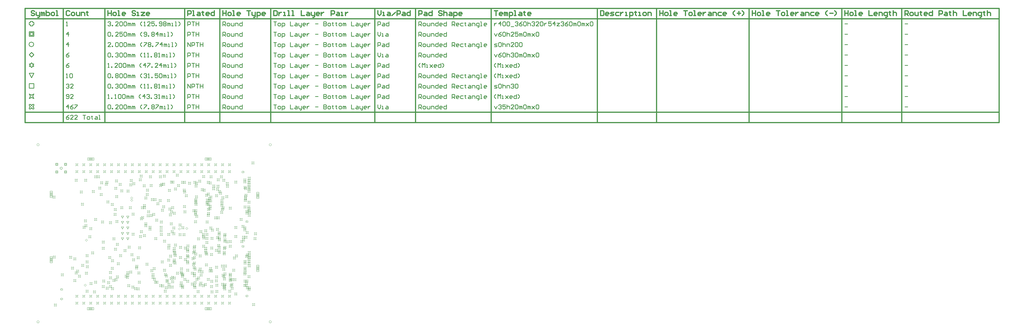
<source format=gbr>
%TF.GenerationSoftware,Altium Limited,Altium Designer,25.3.3 (18)*%
G04 Layer_Color=2752767*
%FSLAX45Y45*%
%MOMM*%
%TF.SameCoordinates,95E4F6BA-DA47-4B25-BB43-2529A7C35442*%
%TF.FilePolarity,Positive*%
%TF.FileFunction,Drawing*%
%TF.Part,CustomerPanel*%
G01*
G75*
%TA.AperFunction,NonConductor*%
%ADD111C,0.25400*%
%ADD682C,0.08467*%
%ADD683C,0.38100*%
%ADD684C,0.40640*%
D111*
X340254Y10685016D02*
G03*
X340254Y10685016I-84667J0D01*
G01*
X170921Y11404683D02*
X213254D01*
X170921D02*
Y11489350D01*
X213254D01*
Y11531683D01*
X297921D01*
Y11489350D02*
Y11531683D01*
Y11489350D02*
X340254D01*
Y11404683D02*
Y11489350D01*
X297921Y11404683D02*
X340254D01*
X297921Y11362350D02*
Y11404683D01*
X213254Y11362350D02*
X297921D01*
X213254D02*
Y11404683D01*
X204787Y11015216D02*
X306387D01*
Y11116816D01*
X204787D02*
X306387D01*
X204787Y11015216D02*
Y11116816D01*
X170921Y10981350D02*
X340254D01*
Y11150683D01*
X170921D02*
X340254D01*
X170921Y10981350D02*
Y11150683D01*
Y10304016D02*
X255587Y10219350D01*
X340254Y10304016D01*
X255587Y10388683D02*
X340254Y10304016D01*
X170921D02*
X255587Y10388683D01*
X213254Y9880683D02*
X255587Y9838350D01*
X170921Y9880683D02*
X213254D01*
X170921D02*
X213254Y9923016D01*
X170921Y9965350D02*
X213254Y9923016D01*
X170921Y9965350D02*
X213254D01*
X255587Y10007683D01*
X297921Y9965350D01*
X340254D01*
X297921Y9923016D02*
X340254Y9965350D01*
X297921Y9923016D02*
X340254Y9880683D01*
X297921D02*
X340254D01*
X255587Y9838350D02*
X297921Y9880683D01*
X255587Y9457350D02*
X340254Y9626683D01*
X170921D02*
X340254D01*
X170921D02*
X255587Y9457350D01*
X170921Y9076350D02*
X340254D01*
Y9245683D01*
X170921D02*
X340254D01*
X170921Y9076350D02*
Y9245683D01*
Y8695350D02*
X255587Y8737683D01*
X340254Y8695350D01*
X297921Y8780016D02*
X340254Y8695350D01*
X297921Y8780016D02*
X340254Y8864683D01*
X255587Y8822350D02*
X340254Y8864683D01*
X170921D02*
X255587Y8822350D01*
X170921Y8864683D02*
X213254Y8780016D01*
X170921Y8695350D02*
X213254Y8780016D01*
X170921Y8314350D02*
Y8356683D01*
X213254Y8399016D01*
X170921Y8441350D02*
X213254Y8399016D01*
X170921Y8441350D02*
Y8483683D01*
X213254D01*
X255587Y8441350D01*
X297921Y8483683D01*
X340254D01*
Y8441350D02*
Y8483683D01*
X297921Y8399016D02*
X340254Y8441350D01*
X297921Y8399016D02*
X340254Y8356683D01*
Y8314350D02*
Y8356683D01*
X297921Y8314350D02*
X340254D01*
X255587Y8356683D02*
X297921Y8314350D01*
X213254D02*
X255587Y8356683D01*
X170921Y8314350D02*
X213254D01*
X32227316Y11438525D02*
X32328882D01*
X32227316Y11057525D02*
X32328882D01*
X32227316Y10676525D02*
X32328882D01*
X32227316Y10295525D02*
X32328882D01*
X32227316Y9914525D02*
X32328882D01*
X32227316Y9533525D02*
X32328882D01*
X32227316Y9152525D02*
X32328882D01*
X32227316Y8771525D02*
X32328882D01*
X32227316Y8390525D02*
X32328882D01*
X30028287Y11438525D02*
X30129855D01*
X30028287Y11057525D02*
X30129855D01*
X30028287Y10676525D02*
X30129855D01*
X30028287Y10295525D02*
X30129855D01*
X30028287Y9914525D02*
X30129855D01*
X30028287Y9533525D02*
X30129855D01*
X30028287Y9152525D02*
X30129855D01*
X30028287Y8771525D02*
X30129855D01*
X30028287Y8390525D02*
X30129855D01*
X17199966Y11463917D02*
Y11362350D01*
Y11413133D01*
X17225359Y11438525D01*
X17250751Y11463917D01*
X17276143D01*
X17428493Y11362350D02*
Y11514701D01*
X17352318Y11438525D01*
X17453885D01*
X17504669Y11489309D02*
X17530061Y11514701D01*
X17580844D01*
X17606236Y11489309D01*
Y11387742D01*
X17580844Y11362350D01*
X17530061D01*
X17504669Y11387742D01*
Y11489309D01*
X17657021D02*
X17682411Y11514701D01*
X17733195D01*
X17758588Y11489309D01*
Y11387742D01*
X17733195Y11362350D01*
X17682411D01*
X17657021Y11387742D01*
Y11489309D01*
X17809370Y11336958D02*
X17910938D01*
X17961720Y11489309D02*
X17987112Y11514701D01*
X18037897D01*
X18063287Y11489309D01*
Y11463917D01*
X18037897Y11438525D01*
X18012505D01*
X18037897D01*
X18063287Y11413133D01*
Y11387742D01*
X18037897Y11362350D01*
X17987112D01*
X17961720Y11387742D01*
X18215639Y11514701D02*
X18164854Y11489309D01*
X18114072Y11438525D01*
Y11387742D01*
X18139464Y11362350D01*
X18190247D01*
X18215639Y11387742D01*
Y11413133D01*
X18190247Y11438525D01*
X18114072D01*
X18266422Y11489309D02*
X18291814Y11514701D01*
X18342598D01*
X18367990Y11489309D01*
Y11387742D01*
X18342598Y11362350D01*
X18291814D01*
X18266422Y11387742D01*
Y11489309D01*
X18418773Y11514701D02*
Y11362350D01*
Y11438525D01*
X18444165Y11463917D01*
X18494949D01*
X18520340Y11438525D01*
Y11362350D01*
X18571124Y11489309D02*
X18596516Y11514701D01*
X18647299D01*
X18672691Y11489309D01*
Y11463917D01*
X18647299Y11438525D01*
X18621907D01*
X18647299D01*
X18672691Y11413133D01*
Y11387742D01*
X18647299Y11362350D01*
X18596516D01*
X18571124Y11387742D01*
X18825043Y11362350D02*
X18723476D01*
X18825043Y11463917D01*
Y11489309D01*
X18799651Y11514701D01*
X18748866D01*
X18723476Y11489309D01*
X18875826D02*
X18901218Y11514701D01*
X18952000D01*
X18977393Y11489309D01*
Y11387742D01*
X18952000Y11362350D01*
X18901218D01*
X18875826Y11387742D01*
Y11489309D01*
X19028175Y11463917D02*
Y11362350D01*
Y11413133D01*
X19053568Y11438525D01*
X19078960Y11463917D01*
X19104350D01*
X19282094Y11514701D02*
X19180527D01*
Y11438525D01*
X19231310Y11463917D01*
X19256702D01*
X19282094Y11438525D01*
Y11387742D01*
X19256702Y11362350D01*
X19205919D01*
X19180527Y11387742D01*
X19409053Y11362350D02*
Y11514701D01*
X19332878Y11438525D01*
X19434445D01*
X19485228Y11463917D02*
X19586795D01*
X19485228Y11362350D01*
X19586795D01*
X19637579Y11489309D02*
X19662971Y11514701D01*
X19713754D01*
X19739146Y11489309D01*
Y11463917D01*
X19713754Y11438525D01*
X19688362D01*
X19713754D01*
X19739146Y11413133D01*
Y11387742D01*
X19713754Y11362350D01*
X19662971D01*
X19637579Y11387742D01*
X19891496Y11514701D02*
X19840714Y11489309D01*
X19789931Y11438525D01*
Y11387742D01*
X19815321Y11362350D01*
X19866106D01*
X19891496Y11387742D01*
Y11413133D01*
X19866106Y11438525D01*
X19789931D01*
X19942281Y11489309D02*
X19967673Y11514701D01*
X20018456D01*
X20043848Y11489309D01*
Y11387742D01*
X20018456Y11362350D01*
X19967673D01*
X19942281Y11387742D01*
Y11489309D01*
X20094630Y11362350D02*
Y11463917D01*
X20120023D01*
X20145415Y11438525D01*
Y11362350D01*
Y11438525D01*
X20170805Y11463917D01*
X20196198Y11438525D01*
Y11362350D01*
X20246982Y11489309D02*
X20272374Y11514701D01*
X20323157D01*
X20348549Y11489309D01*
Y11387742D01*
X20323157Y11362350D01*
X20272374D01*
X20246982Y11387742D01*
Y11489309D01*
X20399333Y11362350D02*
Y11463917D01*
X20424724D01*
X20450116Y11438525D01*
Y11362350D01*
Y11438525D01*
X20475508Y11463917D01*
X20500900Y11438525D01*
Y11362350D01*
X20551683Y11463917D02*
X20653252Y11362350D01*
X20602467Y11413133D01*
X20653252Y11463917D01*
X20551683Y11362350D01*
X20704034Y11489309D02*
X20729427Y11514701D01*
X20780209D01*
X20805602Y11489309D01*
Y11387742D01*
X20780209Y11362350D01*
X20729427D01*
X20704034Y11387742D01*
Y11489309D01*
X17199966Y11082917D02*
X17250751Y10981350D01*
X17301535Y11082917D01*
X17453885Y11133701D02*
X17403102Y11108309D01*
X17352318Y11057525D01*
Y11006742D01*
X17377710Y10981350D01*
X17428493D01*
X17453885Y11006742D01*
Y11032133D01*
X17428493Y11057525D01*
X17352318D01*
X17504669Y11108309D02*
X17530061Y11133701D01*
X17580844D01*
X17606236Y11108309D01*
Y11006742D01*
X17580844Y10981350D01*
X17530061D01*
X17504669Y11006742D01*
Y11108309D01*
X17657021Y11133701D02*
Y10981350D01*
Y11057525D01*
X17682411Y11082917D01*
X17733195D01*
X17758588Y11057525D01*
Y10981350D01*
X17910938D02*
X17809370D01*
X17910938Y11082917D01*
Y11108309D01*
X17885545Y11133701D01*
X17834763D01*
X17809370Y11108309D01*
X18063287Y11133701D02*
X17961720D01*
Y11057525D01*
X18012505Y11082917D01*
X18037897D01*
X18063287Y11057525D01*
Y11006742D01*
X18037897Y10981350D01*
X17987112D01*
X17961720Y11006742D01*
X18114072Y10981350D02*
Y11082917D01*
X18139464D01*
X18164854Y11057525D01*
Y10981350D01*
Y11057525D01*
X18190247Y11082917D01*
X18215639Y11057525D01*
Y10981350D01*
X18266422Y11108309D02*
X18291814Y11133701D01*
X18342598D01*
X18367990Y11108309D01*
Y11006742D01*
X18342598Y10981350D01*
X18291814D01*
X18266422Y11006742D01*
Y11108309D01*
X18418773Y10981350D02*
Y11082917D01*
X18444165D01*
X18469557Y11057525D01*
Y10981350D01*
Y11057525D01*
X18494949Y11082917D01*
X18520340Y11057525D01*
Y10981350D01*
X18571124Y11082917D02*
X18672691Y10981350D01*
X18621907Y11032133D01*
X18672691Y11082917D01*
X18571124Y10981350D01*
X18723476Y11108309D02*
X18748866Y11133701D01*
X18799651D01*
X18825043Y11108309D01*
Y11006742D01*
X18799651Y10981350D01*
X18748866D01*
X18723476Y11006742D01*
Y11108309D01*
X17199966Y10600350D02*
X17276143D01*
X17301535Y10625742D01*
X17276143Y10651133D01*
X17225359D01*
X17199966Y10676525D01*
X17225359Y10701917D01*
X17301535D01*
X17352318Y10727309D02*
X17377710Y10752701D01*
X17428493D01*
X17453885Y10727309D01*
Y10625742D01*
X17428493Y10600350D01*
X17377710D01*
X17352318Y10625742D01*
Y10727309D01*
X17504669Y10752701D02*
Y10600350D01*
Y10676525D01*
X17530061Y10701917D01*
X17580844D01*
X17606236Y10676525D01*
Y10600350D01*
X17657021D02*
Y10701917D01*
X17733195D01*
X17758588Y10676525D01*
Y10600350D01*
X17910938D02*
X17809370D01*
X17910938Y10701917D01*
Y10727309D01*
X17885545Y10752701D01*
X17834763D01*
X17809370Y10727309D01*
X17961720D02*
X17987112Y10752701D01*
X18037897D01*
X18063287Y10727309D01*
Y10625742D01*
X18037897Y10600350D01*
X17987112D01*
X17961720Y10625742D01*
Y10727309D01*
X18114072D02*
X18139464Y10752701D01*
X18190247D01*
X18215639Y10727309D01*
Y10625742D01*
X18190247Y10600350D01*
X18139464D01*
X18114072Y10625742D01*
Y10727309D01*
X17199966Y10320917D02*
X17250751Y10219350D01*
X17301535Y10320917D01*
X17453885Y10371701D02*
X17403102Y10346309D01*
X17352318Y10295525D01*
Y10244742D01*
X17377710Y10219350D01*
X17428493D01*
X17453885Y10244742D01*
Y10270133D01*
X17428493Y10295525D01*
X17352318D01*
X17504669Y10346309D02*
X17530061Y10371701D01*
X17580844D01*
X17606236Y10346309D01*
Y10244742D01*
X17580844Y10219350D01*
X17530061D01*
X17504669Y10244742D01*
Y10346309D01*
X17657021Y10371701D02*
Y10219350D01*
Y10295525D01*
X17682411Y10320917D01*
X17733195D01*
X17758588Y10295525D01*
Y10219350D01*
X17809370Y10346309D02*
X17834763Y10371701D01*
X17885545D01*
X17910938Y10346309D01*
Y10320917D01*
X17885545Y10295525D01*
X17860155D01*
X17885545D01*
X17910938Y10270133D01*
Y10244742D01*
X17885545Y10219350D01*
X17834763D01*
X17809370Y10244742D01*
X17961720Y10346309D02*
X17987112Y10371701D01*
X18037897D01*
X18063287Y10346309D01*
Y10244742D01*
X18037897Y10219350D01*
X17987112D01*
X17961720Y10244742D01*
Y10346309D01*
X18114072Y10219350D02*
Y10320917D01*
X18139464D01*
X18164854Y10295525D01*
Y10219350D01*
Y10295525D01*
X18190247Y10320917D01*
X18215639Y10295525D01*
Y10219350D01*
X18266422Y10346309D02*
X18291814Y10371701D01*
X18342598D01*
X18367990Y10346309D01*
Y10244742D01*
X18342598Y10219350D01*
X18291814D01*
X18266422Y10244742D01*
Y10346309D01*
X18418773Y10219350D02*
Y10320917D01*
X18444165D01*
X18469557Y10295525D01*
Y10219350D01*
Y10295525D01*
X18494949Y10320917D01*
X18520340Y10295525D01*
Y10219350D01*
X18571124Y10320917D02*
X18672691Y10219350D01*
X18621907Y10270133D01*
X18672691Y10320917D01*
X18571124Y10219350D01*
X18723476Y10346309D02*
X18748866Y10371701D01*
X18799651D01*
X18825043Y10346309D01*
Y10244742D01*
X18799651Y10219350D01*
X18748866D01*
X18723476Y10244742D01*
Y10346309D01*
X17250751Y9838350D02*
X17199966Y9889133D01*
Y9939917D01*
X17250751Y9990701D01*
X17326926Y9838350D02*
Y9990701D01*
X17377710Y9939917D01*
X17428493Y9990701D01*
Y9838350D01*
X17479277D02*
X17530060D01*
X17504669D01*
Y9939917D01*
X17479277D01*
X17606236D02*
X17707803Y9838350D01*
X17657019Y9889133D01*
X17707803Y9939917D01*
X17606236Y9838350D01*
X17834763D02*
X17783978D01*
X17758588Y9863742D01*
Y9914525D01*
X17783978Y9939917D01*
X17834763D01*
X17860155Y9914525D01*
Y9889133D01*
X17758588D01*
X18012505Y9990701D02*
Y9838350D01*
X17936330D01*
X17910938Y9863742D01*
Y9914525D01*
X17936330Y9939917D01*
X18012505D01*
X18063287Y9838350D02*
X18114072Y9889133D01*
Y9939917D01*
X18063287Y9990701D01*
X17250751Y9457350D02*
X17199966Y9508133D01*
Y9558917D01*
X17250751Y9609701D01*
X17326926Y9457350D02*
Y9609701D01*
X17377710Y9558917D01*
X17428493Y9609701D01*
Y9457350D01*
X17479277D02*
X17530060D01*
X17504669D01*
Y9558917D01*
X17479277D01*
X17606236D02*
X17707803Y9457350D01*
X17657019Y9508133D01*
X17707803Y9558917D01*
X17606236Y9457350D01*
X17834763D02*
X17783978D01*
X17758588Y9482742D01*
Y9533525D01*
X17783978Y9558917D01*
X17834763D01*
X17860155Y9533525D01*
Y9508133D01*
X17758588D01*
X18012505Y9609701D02*
Y9457350D01*
X17936330D01*
X17910938Y9482742D01*
Y9533525D01*
X17936330Y9558917D01*
X18012505D01*
X18063287Y9457350D02*
X18114072Y9508133D01*
Y9558917D01*
X18063287Y9609701D01*
X17199966Y9076350D02*
X17276143D01*
X17301535Y9101742D01*
X17276143Y9127133D01*
X17225359D01*
X17199966Y9152525D01*
X17225359Y9177917D01*
X17301535D01*
X17352318Y9203309D02*
X17377710Y9228701D01*
X17428493D01*
X17453885Y9203309D01*
Y9101742D01*
X17428493Y9076350D01*
X17377710D01*
X17352318Y9101742D01*
Y9203309D01*
X17504669Y9228701D02*
Y9076350D01*
Y9152525D01*
X17530061Y9177917D01*
X17580844D01*
X17606236Y9152525D01*
Y9076350D01*
X17657021D02*
Y9177917D01*
X17733195D01*
X17758588Y9152525D01*
Y9076350D01*
X17809370Y9203309D02*
X17834763Y9228701D01*
X17885545D01*
X17910938Y9203309D01*
Y9177917D01*
X17885545Y9152525D01*
X17860155D01*
X17885545D01*
X17910938Y9127133D01*
Y9101742D01*
X17885545Y9076350D01*
X17834763D01*
X17809370Y9101742D01*
X17961720Y9203309D02*
X17987112Y9228701D01*
X18037897D01*
X18063287Y9203309D01*
Y9101742D01*
X18037897Y9076350D01*
X17987112D01*
X17961720Y9101742D01*
Y9203309D01*
X17250751Y8695350D02*
X17199966Y8746133D01*
Y8796917D01*
X17250751Y8847701D01*
X17326926Y8695350D02*
Y8847701D01*
X17377710Y8796917D01*
X17428493Y8847701D01*
Y8695350D01*
X17479277D02*
X17530060D01*
X17504669D01*
Y8796917D01*
X17479277D01*
X17606236D02*
X17707803Y8695350D01*
X17657019Y8746133D01*
X17707803Y8796917D01*
X17606236Y8695350D01*
X17834763D02*
X17783978D01*
X17758588Y8720742D01*
Y8771525D01*
X17783978Y8796917D01*
X17834763D01*
X17860155Y8771525D01*
Y8746133D01*
X17758588D01*
X18012505Y8847701D02*
Y8695350D01*
X17936330D01*
X17910938Y8720742D01*
Y8771525D01*
X17936330Y8796917D01*
X18012505D01*
X18063287Y8695350D02*
X18114072Y8746133D01*
Y8796917D01*
X18063287Y8847701D01*
X17199966Y8415917D02*
X17250751Y8314350D01*
X17301535Y8415917D01*
X17352318Y8441309D02*
X17377710Y8466701D01*
X17428493D01*
X17453885Y8441309D01*
Y8415917D01*
X17428493Y8390525D01*
X17403102D01*
X17428493D01*
X17453885Y8365133D01*
Y8339742D01*
X17428493Y8314350D01*
X17377710D01*
X17352318Y8339742D01*
X17606236Y8466701D02*
X17504669D01*
Y8390525D01*
X17555452Y8415917D01*
X17580844D01*
X17606236Y8390525D01*
Y8339742D01*
X17580844Y8314350D01*
X17530061D01*
X17504669Y8339742D01*
X17657021Y8466701D02*
Y8314350D01*
Y8390525D01*
X17682411Y8415917D01*
X17733195D01*
X17758588Y8390525D01*
Y8314350D01*
X17910938D02*
X17809370D01*
X17910938Y8415917D01*
Y8441309D01*
X17885545Y8466701D01*
X17834763D01*
X17809370Y8441309D01*
X17961720D02*
X17987112Y8466701D01*
X18037897D01*
X18063287Y8441309D01*
Y8339742D01*
X18037897Y8314350D01*
X17987112D01*
X17961720Y8339742D01*
Y8441309D01*
X18114072Y8314350D02*
Y8415917D01*
X18139464D01*
X18164854Y8390525D01*
Y8314350D01*
Y8390525D01*
X18190247Y8415917D01*
X18215639Y8390525D01*
Y8314350D01*
X18266422Y8441309D02*
X18291814Y8466701D01*
X18342598D01*
X18367990Y8441309D01*
Y8339742D01*
X18342598Y8314350D01*
X18291814D01*
X18266422Y8339742D01*
Y8441309D01*
X18418773Y8314350D02*
Y8415917D01*
X18444165D01*
X18469557Y8390525D01*
Y8314350D01*
Y8390525D01*
X18494949Y8415917D01*
X18520340Y8390525D01*
Y8314350D01*
X18571124Y8415917D02*
X18672691Y8314350D01*
X18621907Y8365133D01*
X18672691Y8415917D01*
X18571124Y8314350D01*
X18723476Y8441309D02*
X18748866Y8466701D01*
X18799651D01*
X18825043Y8441309D01*
Y8339742D01*
X18799651Y8314350D01*
X18748866D01*
X18723476Y8339742D01*
Y8441309D01*
X14432172Y11362350D02*
Y11514701D01*
X14508348D01*
X14533740Y11489309D01*
Y11438525D01*
X14508348Y11413133D01*
X14432172D01*
X14482956D02*
X14533740Y11362350D01*
X14609915D02*
X14660698D01*
X14686090Y11387742D01*
Y11438525D01*
X14660698Y11463917D01*
X14609915D01*
X14584523Y11438525D01*
Y11387742D01*
X14609915Y11362350D01*
X14736874Y11463917D02*
Y11387742D01*
X14762267Y11362350D01*
X14838441D01*
Y11463917D01*
X14889224Y11362350D02*
Y11463917D01*
X14965401D01*
X14990791Y11438525D01*
Y11362350D01*
X15143143Y11514701D02*
Y11362350D01*
X15066966D01*
X15041576Y11387742D01*
Y11438525D01*
X15066966Y11463917D01*
X15143143D01*
X15270100Y11362350D02*
X15219318D01*
X15193925Y11387742D01*
Y11438525D01*
X15219318Y11463917D01*
X15270100D01*
X15295493Y11438525D01*
Y11413133D01*
X15193925D01*
X15447844Y11514701D02*
Y11362350D01*
X15371669D01*
X15346277Y11387742D01*
Y11438525D01*
X15371669Y11463917D01*
X15447844D01*
X15650978Y11362350D02*
Y11514701D01*
X15727153D01*
X15752545Y11489309D01*
Y11438525D01*
X15727153Y11413133D01*
X15650978D01*
X15701762D02*
X15752545Y11362350D01*
X15879504D02*
X15828722D01*
X15803329Y11387742D01*
Y11438525D01*
X15828722Y11463917D01*
X15879504D01*
X15904897Y11438525D01*
Y11413133D01*
X15803329D01*
X16057246Y11463917D02*
X15981071D01*
X15955679Y11438525D01*
Y11387742D01*
X15981071Y11362350D01*
X16057246D01*
X16133421Y11489309D02*
Y11463917D01*
X16108031D01*
X16158813D01*
X16133421D01*
Y11387742D01*
X16158813Y11362350D01*
X16260381Y11463917D02*
X16311163D01*
X16336555Y11438525D01*
Y11362350D01*
X16260381D01*
X16234988Y11387742D01*
X16260381Y11413133D01*
X16336555D01*
X16387340Y11362350D02*
Y11463917D01*
X16463515D01*
X16488907Y11438525D01*
Y11362350D01*
X16590474Y11311566D02*
X16615866D01*
X16641258Y11336958D01*
Y11463917D01*
X16565082D01*
X16539691Y11438525D01*
Y11387742D01*
X16565082Y11362350D01*
X16641258D01*
X16692041D02*
X16742825D01*
X16717433D01*
Y11514701D01*
X16692041D01*
X16895177Y11362350D02*
X16844392D01*
X16819000Y11387742D01*
Y11438525D01*
X16844392Y11463917D01*
X16895177D01*
X16920567Y11438525D01*
Y11413133D01*
X16819000D01*
X14432172Y10981350D02*
Y11133701D01*
X14508348D01*
X14533740Y11108309D01*
Y11057525D01*
X14508348Y11032133D01*
X14432172D01*
X14482956D02*
X14533740Y10981350D01*
X14609915D02*
X14660698D01*
X14686090Y11006742D01*
Y11057525D01*
X14660698Y11082917D01*
X14609915D01*
X14584523Y11057525D01*
Y11006742D01*
X14609915Y10981350D01*
X14736874Y11082917D02*
Y11006742D01*
X14762267Y10981350D01*
X14838441D01*
Y11082917D01*
X14889224Y10981350D02*
Y11082917D01*
X14965401D01*
X14990791Y11057525D01*
Y10981350D01*
X15143143Y11133701D02*
Y10981350D01*
X15066966D01*
X15041576Y11006742D01*
Y11057525D01*
X15066966Y11082917D01*
X15143143D01*
X15270100Y10981350D02*
X15219318D01*
X15193925Y11006742D01*
Y11057525D01*
X15219318Y11082917D01*
X15270100D01*
X15295493Y11057525D01*
Y11032133D01*
X15193925D01*
X15447844Y11133701D02*
Y10981350D01*
X15371669D01*
X15346277Y11006742D01*
Y11057525D01*
X15371669Y11082917D01*
X15447844D01*
X14432172Y10600350D02*
Y10752701D01*
X14508348D01*
X14533740Y10727309D01*
Y10676525D01*
X14508348Y10651133D01*
X14432172D01*
X14482956D02*
X14533740Y10600350D01*
X14609915D02*
X14660698D01*
X14686090Y10625742D01*
Y10676525D01*
X14660698Y10701917D01*
X14609915D01*
X14584523Y10676525D01*
Y10625742D01*
X14609915Y10600350D01*
X14736874Y10701917D02*
Y10625742D01*
X14762267Y10600350D01*
X14838441D01*
Y10701917D01*
X14889224Y10600350D02*
Y10701917D01*
X14965401D01*
X14990791Y10676525D01*
Y10600350D01*
X15143143Y10752701D02*
Y10600350D01*
X15066966D01*
X15041576Y10625742D01*
Y10676525D01*
X15066966Y10701917D01*
X15143143D01*
X15270100Y10600350D02*
X15219318D01*
X15193925Y10625742D01*
Y10676525D01*
X15219318Y10701917D01*
X15270100D01*
X15295493Y10676525D01*
Y10651133D01*
X15193925D01*
X15447844Y10752701D02*
Y10600350D01*
X15371669D01*
X15346277Y10625742D01*
Y10676525D01*
X15371669Y10701917D01*
X15447844D01*
X15650978Y10600350D02*
Y10752701D01*
X15727153D01*
X15752545Y10727309D01*
Y10676525D01*
X15727153Y10651133D01*
X15650978D01*
X15701762D02*
X15752545Y10600350D01*
X15879504D02*
X15828722D01*
X15803329Y10625742D01*
Y10676525D01*
X15828722Y10701917D01*
X15879504D01*
X15904897Y10676525D01*
Y10651133D01*
X15803329D01*
X16057246Y10701917D02*
X15981071D01*
X15955679Y10676525D01*
Y10625742D01*
X15981071Y10600350D01*
X16057246D01*
X16133421Y10727309D02*
Y10701917D01*
X16108031D01*
X16158813D01*
X16133421D01*
Y10625742D01*
X16158813Y10600350D01*
X16260381Y10701917D02*
X16311163D01*
X16336555Y10676525D01*
Y10600350D01*
X16260381D01*
X16234988Y10625742D01*
X16260381Y10651133D01*
X16336555D01*
X16387340Y10600350D02*
Y10701917D01*
X16463515D01*
X16488907Y10676525D01*
Y10600350D01*
X16590474Y10549566D02*
X16615866D01*
X16641258Y10574958D01*
Y10701917D01*
X16565082D01*
X16539691Y10676525D01*
Y10625742D01*
X16565082Y10600350D01*
X16641258D01*
X16692041D02*
X16742825D01*
X16717433D01*
Y10752701D01*
X16692041D01*
X16895177Y10600350D02*
X16844392D01*
X16819000Y10625742D01*
Y10676525D01*
X16844392Y10701917D01*
X16895177D01*
X16920567Y10676525D01*
Y10651133D01*
X16819000D01*
X14432172Y10219350D02*
Y10371701D01*
X14508348D01*
X14533740Y10346309D01*
Y10295525D01*
X14508348Y10270133D01*
X14432172D01*
X14482956D02*
X14533740Y10219350D01*
X14609915D02*
X14660698D01*
X14686090Y10244742D01*
Y10295525D01*
X14660698Y10320917D01*
X14609915D01*
X14584523Y10295525D01*
Y10244742D01*
X14609915Y10219350D01*
X14736874Y10320917D02*
Y10244742D01*
X14762267Y10219350D01*
X14838441D01*
Y10320917D01*
X14889224Y10219350D02*
Y10320917D01*
X14965401D01*
X14990791Y10295525D01*
Y10219350D01*
X15143143Y10371701D02*
Y10219350D01*
X15066966D01*
X15041576Y10244742D01*
Y10295525D01*
X15066966Y10320917D01*
X15143143D01*
X15270100Y10219350D02*
X15219318D01*
X15193925Y10244742D01*
Y10295525D01*
X15219318Y10320917D01*
X15270100D01*
X15295493Y10295525D01*
Y10270133D01*
X15193925D01*
X15447844Y10371701D02*
Y10219350D01*
X15371669D01*
X15346277Y10244742D01*
Y10295525D01*
X15371669Y10320917D01*
X15447844D01*
X14482956Y9838350D02*
X14432172Y9889133D01*
Y9939917D01*
X14482956Y9990701D01*
X14559131Y9838350D02*
Y9990701D01*
X14609915Y9939917D01*
X14660698Y9990701D01*
Y9838350D01*
X14711482D02*
X14762265D01*
X14736874D01*
Y9939917D01*
X14711482D01*
X14838441D02*
X14940009Y9838350D01*
X14889224Y9889133D01*
X14940009Y9939917D01*
X14838441Y9838350D01*
X15066966D02*
X15016183D01*
X14990791Y9863742D01*
Y9914525D01*
X15016183Y9939917D01*
X15066966D01*
X15092358Y9914525D01*
Y9889133D01*
X14990791D01*
X15244708Y9990701D02*
Y9838350D01*
X15168533D01*
X15143143Y9863742D01*
Y9914525D01*
X15168533Y9939917D01*
X15244708D01*
X15295493Y9838350D02*
X15346275Y9889133D01*
Y9939917D01*
X15295493Y9990701D01*
X14432172Y9457350D02*
Y9609701D01*
X14508348D01*
X14533740Y9584309D01*
Y9533525D01*
X14508348Y9508133D01*
X14432172D01*
X14482956D02*
X14533740Y9457350D01*
X14609915D02*
X14660698D01*
X14686090Y9482742D01*
Y9533525D01*
X14660698Y9558917D01*
X14609915D01*
X14584523Y9533525D01*
Y9482742D01*
X14609915Y9457350D01*
X14736874Y9558917D02*
Y9482742D01*
X14762267Y9457350D01*
X14838441D01*
Y9558917D01*
X14889224Y9457350D02*
Y9558917D01*
X14965401D01*
X14990791Y9533525D01*
Y9457350D01*
X15143143Y9609701D02*
Y9457350D01*
X15066966D01*
X15041576Y9482742D01*
Y9533525D01*
X15066966Y9558917D01*
X15143143D01*
X15270100Y9457350D02*
X15219318D01*
X15193925Y9482742D01*
Y9533525D01*
X15219318Y9558917D01*
X15270100D01*
X15295493Y9533525D01*
Y9508133D01*
X15193925D01*
X15447844Y9609701D02*
Y9457350D01*
X15371669D01*
X15346277Y9482742D01*
Y9533525D01*
X15371669Y9558917D01*
X15447844D01*
X15650978Y9457350D02*
Y9609701D01*
X15727153D01*
X15752545Y9584309D01*
Y9533525D01*
X15727153Y9508133D01*
X15650978D01*
X15701762D02*
X15752545Y9457350D01*
X15879504D02*
X15828722D01*
X15803329Y9482742D01*
Y9533525D01*
X15828722Y9558917D01*
X15879504D01*
X15904897Y9533525D01*
Y9508133D01*
X15803329D01*
X16057246Y9558917D02*
X15981071D01*
X15955679Y9533525D01*
Y9482742D01*
X15981071Y9457350D01*
X16057246D01*
X16133421Y9584309D02*
Y9558917D01*
X16108031D01*
X16158813D01*
X16133421D01*
Y9482742D01*
X16158813Y9457350D01*
X16260381Y9558917D02*
X16311163D01*
X16336555Y9533525D01*
Y9457350D01*
X16260381D01*
X16234988Y9482742D01*
X16260381Y9508133D01*
X16336555D01*
X16387340Y9457350D02*
Y9558917D01*
X16463515D01*
X16488907Y9533525D01*
Y9457350D01*
X16590474Y9406566D02*
X16615866D01*
X16641258Y9431958D01*
Y9558917D01*
X16565082D01*
X16539691Y9533525D01*
Y9482742D01*
X16565082Y9457350D01*
X16641258D01*
X16692041D02*
X16742825D01*
X16717433D01*
Y9609701D01*
X16692041D01*
X16895177Y9457350D02*
X16844392D01*
X16819000Y9482742D01*
Y9533525D01*
X16844392Y9558917D01*
X16895177D01*
X16920567Y9533525D01*
Y9508133D01*
X16819000D01*
X14432172Y9076350D02*
Y9228701D01*
X14508348D01*
X14533740Y9203309D01*
Y9152525D01*
X14508348Y9127133D01*
X14432172D01*
X14482956D02*
X14533740Y9076350D01*
X14609915D02*
X14660698D01*
X14686090Y9101742D01*
Y9152525D01*
X14660698Y9177917D01*
X14609915D01*
X14584523Y9152525D01*
Y9101742D01*
X14609915Y9076350D01*
X14736874Y9177917D02*
Y9101742D01*
X14762267Y9076350D01*
X14838441D01*
Y9177917D01*
X14889224Y9076350D02*
Y9177917D01*
X14965401D01*
X14990791Y9152525D01*
Y9076350D01*
X15143143Y9228701D02*
Y9076350D01*
X15066966D01*
X15041576Y9101742D01*
Y9152525D01*
X15066966Y9177917D01*
X15143143D01*
X15270100Y9076350D02*
X15219318D01*
X15193925Y9101742D01*
Y9152525D01*
X15219318Y9177917D01*
X15270100D01*
X15295493Y9152525D01*
Y9127133D01*
X15193925D01*
X15447844Y9228701D02*
Y9076350D01*
X15371669D01*
X15346277Y9101742D01*
Y9152525D01*
X15371669Y9177917D01*
X15447844D01*
X15650978Y9076350D02*
Y9228701D01*
X15727153D01*
X15752545Y9203309D01*
Y9152525D01*
X15727153Y9127133D01*
X15650978D01*
X15701762D02*
X15752545Y9076350D01*
X15879504D02*
X15828722D01*
X15803329Y9101742D01*
Y9152525D01*
X15828722Y9177917D01*
X15879504D01*
X15904897Y9152525D01*
Y9127133D01*
X15803329D01*
X16057246Y9177917D02*
X15981071D01*
X15955679Y9152525D01*
Y9101742D01*
X15981071Y9076350D01*
X16057246D01*
X16133421Y9203309D02*
Y9177917D01*
X16108031D01*
X16158813D01*
X16133421D01*
Y9101742D01*
X16158813Y9076350D01*
X16260381Y9177917D02*
X16311163D01*
X16336555Y9152525D01*
Y9076350D01*
X16260381D01*
X16234988Y9101742D01*
X16260381Y9127133D01*
X16336555D01*
X16387340Y9076350D02*
Y9177917D01*
X16463515D01*
X16488907Y9152525D01*
Y9076350D01*
X16590474Y9025566D02*
X16615866D01*
X16641258Y9050958D01*
Y9177917D01*
X16565082D01*
X16539691Y9152525D01*
Y9101742D01*
X16565082Y9076350D01*
X16641258D01*
X16692041D02*
X16742825D01*
X16717433D01*
Y9228701D01*
X16692041D01*
X16895177Y9076350D02*
X16844392D01*
X16819000Y9101742D01*
Y9152525D01*
X16844392Y9177917D01*
X16895177D01*
X16920567Y9152525D01*
Y9127133D01*
X16819000D01*
X14432172Y8695350D02*
Y8847701D01*
X14508348D01*
X14533740Y8822309D01*
Y8771525D01*
X14508348Y8746133D01*
X14432172D01*
X14482956D02*
X14533740Y8695350D01*
X14609915D02*
X14660698D01*
X14686090Y8720742D01*
Y8771525D01*
X14660698Y8796917D01*
X14609915D01*
X14584523Y8771525D01*
Y8720742D01*
X14609915Y8695350D01*
X14736874Y8796917D02*
Y8720742D01*
X14762267Y8695350D01*
X14838441D01*
Y8796917D01*
X14889224Y8695350D02*
Y8796917D01*
X14965401D01*
X14990791Y8771525D01*
Y8695350D01*
X15143143Y8847701D02*
Y8695350D01*
X15066966D01*
X15041576Y8720742D01*
Y8771525D01*
X15066966Y8796917D01*
X15143143D01*
X15270100Y8695350D02*
X15219318D01*
X15193925Y8720742D01*
Y8771525D01*
X15219318Y8796917D01*
X15270100D01*
X15295493Y8771525D01*
Y8746133D01*
X15193925D01*
X15447844Y8847701D02*
Y8695350D01*
X15371669D01*
X15346277Y8720742D01*
Y8771525D01*
X15371669Y8796917D01*
X15447844D01*
X15650978Y8695350D02*
Y8847701D01*
X15727153D01*
X15752545Y8822309D01*
Y8771525D01*
X15727153Y8746133D01*
X15650978D01*
X15701762D02*
X15752545Y8695350D01*
X15879504D02*
X15828722D01*
X15803329Y8720742D01*
Y8771525D01*
X15828722Y8796917D01*
X15879504D01*
X15904897Y8771525D01*
Y8746133D01*
X15803329D01*
X16057246Y8796917D02*
X15981071D01*
X15955679Y8771525D01*
Y8720742D01*
X15981071Y8695350D01*
X16057246D01*
X16133421Y8822309D02*
Y8796917D01*
X16108031D01*
X16158813D01*
X16133421D01*
Y8720742D01*
X16158813Y8695350D01*
X16260381Y8796917D02*
X16311163D01*
X16336555Y8771525D01*
Y8695350D01*
X16260381D01*
X16234988Y8720742D01*
X16260381Y8746133D01*
X16336555D01*
X16387340Y8695350D02*
Y8796917D01*
X16463515D01*
X16488907Y8771525D01*
Y8695350D01*
X16590474Y8644566D02*
X16615866D01*
X16641258Y8669958D01*
Y8796917D01*
X16565082D01*
X16539691Y8771525D01*
Y8720742D01*
X16565082Y8695350D01*
X16641258D01*
X16692041D02*
X16742825D01*
X16717433D01*
Y8847701D01*
X16692041D01*
X16895177Y8695350D02*
X16844392D01*
X16819000Y8720742D01*
Y8771525D01*
X16844392Y8796917D01*
X16895177D01*
X16920567Y8771525D01*
Y8746133D01*
X16819000D01*
X14432172Y8314350D02*
Y8466701D01*
X14508348D01*
X14533740Y8441309D01*
Y8390525D01*
X14508348Y8365133D01*
X14432172D01*
X14482956D02*
X14533740Y8314350D01*
X14609915D02*
X14660698D01*
X14686090Y8339742D01*
Y8390525D01*
X14660698Y8415917D01*
X14609915D01*
X14584523Y8390525D01*
Y8339742D01*
X14609915Y8314350D01*
X14736874Y8415917D02*
Y8339742D01*
X14762267Y8314350D01*
X14838441D01*
Y8415917D01*
X14889224Y8314350D02*
Y8415917D01*
X14965401D01*
X14990791Y8390525D01*
Y8314350D01*
X15143143Y8466701D02*
Y8314350D01*
X15066966D01*
X15041576Y8339742D01*
Y8390525D01*
X15066966Y8415917D01*
X15143143D01*
X15270100Y8314350D02*
X15219318D01*
X15193925Y8339742D01*
Y8390525D01*
X15219318Y8415917D01*
X15270100D01*
X15295493Y8390525D01*
Y8365133D01*
X15193925D01*
X15447844Y8466701D02*
Y8314350D01*
X15371669D01*
X15346277Y8339742D01*
Y8390525D01*
X15371669Y8415917D01*
X15447844D01*
X12933957Y11362350D02*
Y11514701D01*
X13010132D01*
X13035524Y11489309D01*
Y11438525D01*
X13010132Y11413133D01*
X12933957D01*
X13111699Y11463917D02*
X13162483D01*
X13187875Y11438525D01*
Y11362350D01*
X13111699D01*
X13086308Y11387742D01*
X13111699Y11413133D01*
X13187875D01*
X13340227Y11514701D02*
Y11362350D01*
X13264050D01*
X13238658Y11387742D01*
Y11438525D01*
X13264050Y11463917D01*
X13340227D01*
X12933957Y11133701D02*
Y11032133D01*
X12984740Y10981350D01*
X13035524Y11032133D01*
Y11133701D01*
X13086308Y10981350D02*
X13137091D01*
X13111699D01*
Y11082917D01*
X13086308D01*
X13238658D02*
X13289442D01*
X13314835Y11057525D01*
Y10981350D01*
X13238658D01*
X13213266Y11006742D01*
X13238658Y11032133D01*
X13314835D01*
X12933957Y10600350D02*
Y10752701D01*
X13010132D01*
X13035524Y10727309D01*
Y10676525D01*
X13010132Y10651133D01*
X12933957D01*
X13111699Y10701917D02*
X13162483D01*
X13187875Y10676525D01*
Y10600350D01*
X13111699D01*
X13086308Y10625742D01*
X13111699Y10651133D01*
X13187875D01*
X13340227Y10752701D02*
Y10600350D01*
X13264050D01*
X13238658Y10625742D01*
Y10676525D01*
X13264050Y10701917D01*
X13340227D01*
X12933957Y10371701D02*
Y10270133D01*
X12984740Y10219350D01*
X13035524Y10270133D01*
Y10371701D01*
X13086308Y10219350D02*
X13137091D01*
X13111699D01*
Y10320917D01*
X13086308D01*
X13238658D02*
X13289442D01*
X13314835Y10295525D01*
Y10219350D01*
X13238658D01*
X13213266Y10244742D01*
X13238658Y10270133D01*
X13314835D01*
X12933957Y9838350D02*
Y9990701D01*
X13010132D01*
X13035524Y9965309D01*
Y9914525D01*
X13010132Y9889133D01*
X12933957D01*
X13111699Y9939917D02*
X13162483D01*
X13187875Y9914525D01*
Y9838350D01*
X13111699D01*
X13086308Y9863742D01*
X13111699Y9889133D01*
X13187875D01*
X13340227Y9990701D02*
Y9838350D01*
X13264050D01*
X13238658Y9863742D01*
Y9914525D01*
X13264050Y9939917D01*
X13340227D01*
X12933957Y9457350D02*
Y9609701D01*
X13010132D01*
X13035524Y9584309D01*
Y9533525D01*
X13010132Y9508133D01*
X12933957D01*
X13111699Y9558917D02*
X13162483D01*
X13187875Y9533525D01*
Y9457350D01*
X13111699D01*
X13086308Y9482742D01*
X13111699Y9508133D01*
X13187875D01*
X13340227Y9609701D02*
Y9457350D01*
X13264050D01*
X13238658Y9482742D01*
Y9533525D01*
X13264050Y9558917D01*
X13340227D01*
X12933957Y9076350D02*
Y9228701D01*
X13010132D01*
X13035524Y9203309D01*
Y9152525D01*
X13010132Y9127133D01*
X12933957D01*
X13111699Y9177917D02*
X13162483D01*
X13187875Y9152525D01*
Y9076350D01*
X13111699D01*
X13086308Y9101742D01*
X13111699Y9127133D01*
X13187875D01*
X13340227Y9228701D02*
Y9076350D01*
X13264050D01*
X13238658Y9101742D01*
Y9152525D01*
X13264050Y9177917D01*
X13340227D01*
X12933957Y8695350D02*
Y8847701D01*
X13010132D01*
X13035524Y8822309D01*
Y8771525D01*
X13010132Y8746133D01*
X12933957D01*
X13111699Y8796917D02*
X13162483D01*
X13187875Y8771525D01*
Y8695350D01*
X13111699D01*
X13086308Y8720742D01*
X13111699Y8746133D01*
X13187875D01*
X13340227Y8847701D02*
Y8695350D01*
X13264050D01*
X13238658Y8720742D01*
Y8771525D01*
X13264050Y8796917D01*
X13340227D01*
X12933957Y8466701D02*
Y8365133D01*
X12984740Y8314350D01*
X13035524Y8365133D01*
Y8466701D01*
X13086308Y8314350D02*
X13137091D01*
X13111699D01*
Y8415917D01*
X13086308D01*
X13238658D02*
X13289442D01*
X13314835Y8390525D01*
Y8314350D01*
X13238658D01*
X13213266Y8339742D01*
X13238658Y8365133D01*
X13314835D01*
X9125099Y11514701D02*
X9226666D01*
X9175882D01*
Y11362350D01*
X9302841D02*
X9353625D01*
X9379017Y11387742D01*
Y11438525D01*
X9353625Y11463917D01*
X9302841D01*
X9277449Y11438525D01*
Y11387742D01*
X9302841Y11362350D01*
X9429800Y11311566D02*
Y11463917D01*
X9505975D01*
X9531367Y11438525D01*
Y11387742D01*
X9505975Y11362350D01*
X9429800D01*
X9734501Y11514701D02*
Y11362350D01*
X9836069D01*
X9912244Y11463917D02*
X9963028D01*
X9988419Y11438525D01*
Y11362350D01*
X9912244D01*
X9886852Y11387742D01*
X9912244Y11413133D01*
X9988419D01*
X10039203Y11463917D02*
Y11387742D01*
X10064595Y11362350D01*
X10140770D01*
Y11336958D01*
X10115378Y11311566D01*
X10089986D01*
X10140770Y11362350D02*
Y11463917D01*
X10267729Y11362350D02*
X10216946D01*
X10191554Y11387742D01*
Y11438525D01*
X10216946Y11463917D01*
X10267729D01*
X10293121Y11438525D01*
Y11413133D01*
X10191554D01*
X10343904Y11463917D02*
Y11362350D01*
Y11413133D01*
X10369296Y11438525D01*
X10394688Y11463917D01*
X10420080D01*
X10648606Y11438525D02*
X10750173D01*
X10953307Y11514701D02*
Y11362350D01*
X11029483D01*
X11054875Y11387742D01*
Y11413133D01*
X11029483Y11438525D01*
X10953307D01*
X11029483D01*
X11054875Y11463917D01*
Y11489309D01*
X11029483Y11514701D01*
X10953307D01*
X11131050Y11362350D02*
X11181833D01*
X11207225Y11387742D01*
Y11438525D01*
X11181833Y11463917D01*
X11131050D01*
X11105658Y11438525D01*
Y11387742D01*
X11131050Y11362350D01*
X11283401Y11489309D02*
Y11463917D01*
X11258009D01*
X11308792D01*
X11283401D01*
Y11387742D01*
X11308792Y11362350D01*
X11410359Y11489309D02*
Y11463917D01*
X11384968D01*
X11435751D01*
X11410359D01*
Y11387742D01*
X11435751Y11362350D01*
X11537318D02*
X11588102D01*
X11613494Y11387742D01*
Y11438525D01*
X11588102Y11463917D01*
X11537318D01*
X11511926Y11438525D01*
Y11387742D01*
X11537318Y11362350D01*
X11664277D02*
Y11463917D01*
X11689669D01*
X11715061Y11438525D01*
Y11362350D01*
Y11438525D01*
X11740453Y11463917D01*
X11765844Y11438525D01*
Y11362350D01*
X11968979Y11514701D02*
Y11362350D01*
X12070546D01*
X12146721Y11463917D02*
X12197505D01*
X12222897Y11438525D01*
Y11362350D01*
X12146721D01*
X12121329Y11387742D01*
X12146721Y11413133D01*
X12222897D01*
X12273680Y11463917D02*
Y11387742D01*
X12299072Y11362350D01*
X12375247D01*
Y11336958D01*
X12349855Y11311566D01*
X12324464D01*
X12375247Y11362350D02*
Y11463917D01*
X12502206Y11362350D02*
X12451423D01*
X12426031Y11387742D01*
Y11438525D01*
X12451423Y11463917D01*
X12502206D01*
X12527598Y11438525D01*
Y11413133D01*
X12426031D01*
X12578381Y11463917D02*
Y11362350D01*
Y11413133D01*
X12603773Y11438525D01*
X12629165Y11463917D01*
X12654557D01*
X9125099Y11133701D02*
X9226666D01*
X9175882D01*
Y10981350D01*
X9302841D02*
X9353625D01*
X9379017Y11006742D01*
Y11057525D01*
X9353625Y11082917D01*
X9302841D01*
X9277449Y11057525D01*
Y11006742D01*
X9302841Y10981350D01*
X9429800Y10930566D02*
Y11082917D01*
X9505975D01*
X9531367Y11057525D01*
Y11006742D01*
X9505975Y10981350D01*
X9429800D01*
X9734501Y11133701D02*
Y10981350D01*
X9836069D01*
X9912244Y11082917D02*
X9963028D01*
X9988419Y11057525D01*
Y10981350D01*
X9912244D01*
X9886852Y11006742D01*
X9912244Y11032133D01*
X9988419D01*
X10039203Y11082917D02*
Y11006742D01*
X10064595Y10981350D01*
X10140770D01*
Y10955958D01*
X10115378Y10930566D01*
X10089986D01*
X10140770Y10981350D02*
Y11082917D01*
X10267729Y10981350D02*
X10216946D01*
X10191554Y11006742D01*
Y11057525D01*
X10216946Y11082917D01*
X10267729D01*
X10293121Y11057525D01*
Y11032133D01*
X10191554D01*
X10343904Y11082917D02*
Y10981350D01*
Y11032133D01*
X10369296Y11057525D01*
X10394688Y11082917D01*
X10420080D01*
X10648606Y11057525D02*
X10750173D01*
X10953307Y11133701D02*
Y10981350D01*
X11029483D01*
X11054875Y11006742D01*
Y11032133D01*
X11029483Y11057525D01*
X10953307D01*
X11029483D01*
X11054875Y11082917D01*
Y11108309D01*
X11029483Y11133701D01*
X10953307D01*
X11131050Y10981350D02*
X11181833D01*
X11207225Y11006742D01*
Y11057525D01*
X11181833Y11082917D01*
X11131050D01*
X11105658Y11057525D01*
Y11006742D01*
X11131050Y10981350D01*
X11283401Y11108309D02*
Y11082917D01*
X11258009D01*
X11308792D01*
X11283401D01*
Y11006742D01*
X11308792Y10981350D01*
X11410359Y11108309D02*
Y11082917D01*
X11384968D01*
X11435751D01*
X11410359D01*
Y11006742D01*
X11435751Y10981350D01*
X11537318D02*
X11588102D01*
X11613494Y11006742D01*
Y11057525D01*
X11588102Y11082917D01*
X11537318D01*
X11511926Y11057525D01*
Y11006742D01*
X11537318Y10981350D01*
X11664277D02*
Y11082917D01*
X11689669D01*
X11715061Y11057525D01*
Y10981350D01*
Y11057525D01*
X11740453Y11082917D01*
X11765844Y11057525D01*
Y10981350D01*
X11968979Y11133701D02*
Y10981350D01*
X12070546D01*
X12146721Y11082917D02*
X12197505D01*
X12222897Y11057525D01*
Y10981350D01*
X12146721D01*
X12121329Y11006742D01*
X12146721Y11032133D01*
X12222897D01*
X12273680Y11082917D02*
Y11006742D01*
X12299072Y10981350D01*
X12375247D01*
Y10955958D01*
X12349855Y10930566D01*
X12324464D01*
X12375247Y10981350D02*
Y11082917D01*
X12502206Y10981350D02*
X12451423D01*
X12426031Y11006742D01*
Y11057525D01*
X12451423Y11082917D01*
X12502206D01*
X12527598Y11057525D01*
Y11032133D01*
X12426031D01*
X12578381Y11082917D02*
Y10981350D01*
Y11032133D01*
X12603773Y11057525D01*
X12629165Y11082917D01*
X12654557D01*
X9125099Y10752701D02*
X9226666D01*
X9175882D01*
Y10600350D01*
X9302841D02*
X9353625D01*
X9379017Y10625742D01*
Y10676525D01*
X9353625Y10701917D01*
X9302841D01*
X9277449Y10676525D01*
Y10625742D01*
X9302841Y10600350D01*
X9429800Y10549566D02*
Y10701917D01*
X9505975D01*
X9531367Y10676525D01*
Y10625742D01*
X9505975Y10600350D01*
X9429800D01*
X9734501Y10752701D02*
Y10600350D01*
X9836069D01*
X9912244Y10701917D02*
X9963028D01*
X9988419Y10676525D01*
Y10600350D01*
X9912244D01*
X9886852Y10625742D01*
X9912244Y10651133D01*
X9988419D01*
X10039203Y10701917D02*
Y10625742D01*
X10064595Y10600350D01*
X10140770D01*
Y10574958D01*
X10115378Y10549566D01*
X10089986D01*
X10140770Y10600350D02*
Y10701917D01*
X10267729Y10600350D02*
X10216946D01*
X10191554Y10625742D01*
Y10676525D01*
X10216946Y10701917D01*
X10267729D01*
X10293121Y10676525D01*
Y10651133D01*
X10191554D01*
X10343904Y10701917D02*
Y10600350D01*
Y10651133D01*
X10369296Y10676525D01*
X10394688Y10701917D01*
X10420080D01*
X10648606Y10676525D02*
X10750173D01*
X10953307Y10752701D02*
Y10600350D01*
X11029483D01*
X11054875Y10625742D01*
Y10651133D01*
X11029483Y10676525D01*
X10953307D01*
X11029483D01*
X11054875Y10701917D01*
Y10727309D01*
X11029483Y10752701D01*
X10953307D01*
X11131050Y10600350D02*
X11181833D01*
X11207225Y10625742D01*
Y10676525D01*
X11181833Y10701917D01*
X11131050D01*
X11105658Y10676525D01*
Y10625742D01*
X11131050Y10600350D01*
X11283401Y10727309D02*
Y10701917D01*
X11258009D01*
X11308792D01*
X11283401D01*
Y10625742D01*
X11308792Y10600350D01*
X11410359Y10727309D02*
Y10701917D01*
X11384968D01*
X11435751D01*
X11410359D01*
Y10625742D01*
X11435751Y10600350D01*
X11537318D02*
X11588102D01*
X11613494Y10625742D01*
Y10676525D01*
X11588102Y10701917D01*
X11537318D01*
X11511926Y10676525D01*
Y10625742D01*
X11537318Y10600350D01*
X11664277D02*
Y10701917D01*
X11689669D01*
X11715061Y10676525D01*
Y10600350D01*
Y10676525D01*
X11740453Y10701917D01*
X11765844Y10676525D01*
Y10600350D01*
X11968979Y10752701D02*
Y10600350D01*
X12070546D01*
X12146721Y10701917D02*
X12197505D01*
X12222897Y10676525D01*
Y10600350D01*
X12146721D01*
X12121329Y10625742D01*
X12146721Y10651133D01*
X12222897D01*
X12273680Y10701917D02*
Y10625742D01*
X12299072Y10600350D01*
X12375247D01*
Y10574958D01*
X12349855Y10549566D01*
X12324464D01*
X12375247Y10600350D02*
Y10701917D01*
X12502206Y10600350D02*
X12451423D01*
X12426031Y10625742D01*
Y10676525D01*
X12451423Y10701917D01*
X12502206D01*
X12527598Y10676525D01*
Y10651133D01*
X12426031D01*
X12578381Y10701917D02*
Y10600350D01*
Y10651133D01*
X12603773Y10676525D01*
X12629165Y10701917D01*
X12654557D01*
X9125099Y10371701D02*
X9226666D01*
X9175882D01*
Y10219350D01*
X9302841D02*
X9353625D01*
X9379017Y10244742D01*
Y10295525D01*
X9353625Y10320917D01*
X9302841D01*
X9277449Y10295525D01*
Y10244742D01*
X9302841Y10219350D01*
X9429800Y10168566D02*
Y10320917D01*
X9505975D01*
X9531367Y10295525D01*
Y10244742D01*
X9505975Y10219350D01*
X9429800D01*
X9734501Y10371701D02*
Y10219350D01*
X9836069D01*
X9912244Y10320917D02*
X9963028D01*
X9988419Y10295525D01*
Y10219350D01*
X9912244D01*
X9886852Y10244742D01*
X9912244Y10270133D01*
X9988419D01*
X10039203Y10320917D02*
Y10244742D01*
X10064595Y10219350D01*
X10140770D01*
Y10193958D01*
X10115378Y10168566D01*
X10089986D01*
X10140770Y10219350D02*
Y10320917D01*
X10267729Y10219350D02*
X10216946D01*
X10191554Y10244742D01*
Y10295525D01*
X10216946Y10320917D01*
X10267729D01*
X10293121Y10295525D01*
Y10270133D01*
X10191554D01*
X10343904Y10320917D02*
Y10219350D01*
Y10270133D01*
X10369296Y10295525D01*
X10394688Y10320917D01*
X10420080D01*
X10648606Y10295525D02*
X10750173D01*
X10953307Y10371701D02*
Y10219350D01*
X11029483D01*
X11054875Y10244742D01*
Y10270133D01*
X11029483Y10295525D01*
X10953307D01*
X11029483D01*
X11054875Y10320917D01*
Y10346309D01*
X11029483Y10371701D01*
X10953307D01*
X11131050Y10219350D02*
X11181833D01*
X11207225Y10244742D01*
Y10295525D01*
X11181833Y10320917D01*
X11131050D01*
X11105658Y10295525D01*
Y10244742D01*
X11131050Y10219350D01*
X11283401Y10346309D02*
Y10320917D01*
X11258009D01*
X11308792D01*
X11283401D01*
Y10244742D01*
X11308792Y10219350D01*
X11410359Y10346309D02*
Y10320917D01*
X11384968D01*
X11435751D01*
X11410359D01*
Y10244742D01*
X11435751Y10219350D01*
X11537318D02*
X11588102D01*
X11613494Y10244742D01*
Y10295525D01*
X11588102Y10320917D01*
X11537318D01*
X11511926Y10295525D01*
Y10244742D01*
X11537318Y10219350D01*
X11664277D02*
Y10320917D01*
X11689669D01*
X11715061Y10295525D01*
Y10219350D01*
Y10295525D01*
X11740453Y10320917D01*
X11765844Y10295525D01*
Y10219350D01*
X11968979Y10371701D02*
Y10219350D01*
X12070546D01*
X12146721Y10320917D02*
X12197505D01*
X12222897Y10295525D01*
Y10219350D01*
X12146721D01*
X12121329Y10244742D01*
X12146721Y10270133D01*
X12222897D01*
X12273680Y10320917D02*
Y10244742D01*
X12299072Y10219350D01*
X12375247D01*
Y10193958D01*
X12349855Y10168566D01*
X12324464D01*
X12375247Y10219350D02*
Y10320917D01*
X12502206Y10219350D02*
X12451423D01*
X12426031Y10244742D01*
Y10295525D01*
X12451423Y10320917D01*
X12502206D01*
X12527598Y10295525D01*
Y10270133D01*
X12426031D01*
X12578381Y10320917D02*
Y10219350D01*
Y10270133D01*
X12603773Y10295525D01*
X12629165Y10320917D01*
X12654557D01*
X9125099Y9990701D02*
X9226666D01*
X9175882D01*
Y9838350D01*
X9302841D02*
X9353625D01*
X9379017Y9863742D01*
Y9914525D01*
X9353625Y9939917D01*
X9302841D01*
X9277449Y9914525D01*
Y9863742D01*
X9302841Y9838350D01*
X9429800Y9787566D02*
Y9939917D01*
X9505975D01*
X9531367Y9914525D01*
Y9863742D01*
X9505975Y9838350D01*
X9429800D01*
X9734501Y9990701D02*
Y9838350D01*
X9836069D01*
X9912244Y9939917D02*
X9963028D01*
X9988419Y9914525D01*
Y9838350D01*
X9912244D01*
X9886852Y9863742D01*
X9912244Y9889133D01*
X9988419D01*
X10039203Y9939917D02*
Y9863742D01*
X10064595Y9838350D01*
X10140770D01*
Y9812958D01*
X10115378Y9787566D01*
X10089986D01*
X10140770Y9838350D02*
Y9939917D01*
X10267729Y9838350D02*
X10216946D01*
X10191554Y9863742D01*
Y9914525D01*
X10216946Y9939917D01*
X10267729D01*
X10293121Y9914525D01*
Y9889133D01*
X10191554D01*
X10343904Y9939917D02*
Y9838350D01*
Y9889133D01*
X10369296Y9914525D01*
X10394688Y9939917D01*
X10420080D01*
X10648606Y9914525D02*
X10750173D01*
X10953307Y9990701D02*
Y9838350D01*
X11029483D01*
X11054875Y9863742D01*
Y9889133D01*
X11029483Y9914525D01*
X10953307D01*
X11029483D01*
X11054875Y9939917D01*
Y9965309D01*
X11029483Y9990701D01*
X10953307D01*
X11131050Y9838350D02*
X11181833D01*
X11207225Y9863742D01*
Y9914525D01*
X11181833Y9939917D01*
X11131050D01*
X11105658Y9914525D01*
Y9863742D01*
X11131050Y9838350D01*
X11283401Y9965309D02*
Y9939917D01*
X11258009D01*
X11308792D01*
X11283401D01*
Y9863742D01*
X11308792Y9838350D01*
X11410359Y9965309D02*
Y9939917D01*
X11384968D01*
X11435751D01*
X11410359D01*
Y9863742D01*
X11435751Y9838350D01*
X11537318D02*
X11588102D01*
X11613494Y9863742D01*
Y9914525D01*
X11588102Y9939917D01*
X11537318D01*
X11511926Y9914525D01*
Y9863742D01*
X11537318Y9838350D01*
X11664277D02*
Y9939917D01*
X11689669D01*
X11715061Y9914525D01*
Y9838350D01*
Y9914525D01*
X11740453Y9939917D01*
X11765844Y9914525D01*
Y9838350D01*
X11968979Y9990701D02*
Y9838350D01*
X12070546D01*
X12146721Y9939917D02*
X12197505D01*
X12222897Y9914525D01*
Y9838350D01*
X12146721D01*
X12121329Y9863742D01*
X12146721Y9889133D01*
X12222897D01*
X12273680Y9939917D02*
Y9863742D01*
X12299072Y9838350D01*
X12375247D01*
Y9812958D01*
X12349855Y9787566D01*
X12324464D01*
X12375247Y9838350D02*
Y9939917D01*
X12502206Y9838350D02*
X12451423D01*
X12426031Y9863742D01*
Y9914525D01*
X12451423Y9939917D01*
X12502206D01*
X12527598Y9914525D01*
Y9889133D01*
X12426031D01*
X12578381Y9939917D02*
Y9838350D01*
Y9889133D01*
X12603773Y9914525D01*
X12629165Y9939917D01*
X12654557D01*
X9125099Y9609701D02*
X9226666D01*
X9175882D01*
Y9457350D01*
X9302841D02*
X9353625D01*
X9379017Y9482742D01*
Y9533525D01*
X9353625Y9558917D01*
X9302841D01*
X9277449Y9533525D01*
Y9482742D01*
X9302841Y9457350D01*
X9429800Y9406566D02*
Y9558917D01*
X9505975D01*
X9531367Y9533525D01*
Y9482742D01*
X9505975Y9457350D01*
X9429800D01*
X9734501Y9609701D02*
Y9457350D01*
X9836069D01*
X9912244Y9558917D02*
X9963028D01*
X9988419Y9533525D01*
Y9457350D01*
X9912244D01*
X9886852Y9482742D01*
X9912244Y9508133D01*
X9988419D01*
X10039203Y9558917D02*
Y9482742D01*
X10064595Y9457350D01*
X10140770D01*
Y9431958D01*
X10115378Y9406566D01*
X10089986D01*
X10140770Y9457350D02*
Y9558917D01*
X10267729Y9457350D02*
X10216946D01*
X10191554Y9482742D01*
Y9533525D01*
X10216946Y9558917D01*
X10267729D01*
X10293121Y9533525D01*
Y9508133D01*
X10191554D01*
X10343904Y9558917D02*
Y9457350D01*
Y9508133D01*
X10369296Y9533525D01*
X10394688Y9558917D01*
X10420080D01*
X10648606Y9533525D02*
X10750173D01*
X10953307Y9609701D02*
Y9457350D01*
X11029483D01*
X11054875Y9482742D01*
Y9508133D01*
X11029483Y9533525D01*
X10953307D01*
X11029483D01*
X11054875Y9558917D01*
Y9584309D01*
X11029483Y9609701D01*
X10953307D01*
X11131050Y9457350D02*
X11181833D01*
X11207225Y9482742D01*
Y9533525D01*
X11181833Y9558917D01*
X11131050D01*
X11105658Y9533525D01*
Y9482742D01*
X11131050Y9457350D01*
X11283401Y9584309D02*
Y9558917D01*
X11258009D01*
X11308792D01*
X11283401D01*
Y9482742D01*
X11308792Y9457350D01*
X11410359Y9584309D02*
Y9558917D01*
X11384968D01*
X11435751D01*
X11410359D01*
Y9482742D01*
X11435751Y9457350D01*
X11537318D02*
X11588102D01*
X11613494Y9482742D01*
Y9533525D01*
X11588102Y9558917D01*
X11537318D01*
X11511926Y9533525D01*
Y9482742D01*
X11537318Y9457350D01*
X11664277D02*
Y9558917D01*
X11689669D01*
X11715061Y9533525D01*
Y9457350D01*
Y9533525D01*
X11740453Y9558917D01*
X11765844Y9533525D01*
Y9457350D01*
X11968979Y9609701D02*
Y9457350D01*
X12070546D01*
X12146721Y9558917D02*
X12197505D01*
X12222897Y9533525D01*
Y9457350D01*
X12146721D01*
X12121329Y9482742D01*
X12146721Y9508133D01*
X12222897D01*
X12273680Y9558917D02*
Y9482742D01*
X12299072Y9457350D01*
X12375247D01*
Y9431958D01*
X12349855Y9406566D01*
X12324464D01*
X12375247Y9457350D02*
Y9558917D01*
X12502206Y9457350D02*
X12451423D01*
X12426031Y9482742D01*
Y9533525D01*
X12451423Y9558917D01*
X12502206D01*
X12527598Y9533525D01*
Y9508133D01*
X12426031D01*
X12578381Y9558917D02*
Y9457350D01*
Y9508133D01*
X12603773Y9533525D01*
X12629165Y9558917D01*
X12654557D01*
X9125099Y9228701D02*
X9226666D01*
X9175882D01*
Y9076350D01*
X9302841D02*
X9353625D01*
X9379017Y9101742D01*
Y9152525D01*
X9353625Y9177917D01*
X9302841D01*
X9277449Y9152525D01*
Y9101742D01*
X9302841Y9076350D01*
X9429800Y9025566D02*
Y9177917D01*
X9505975D01*
X9531367Y9152525D01*
Y9101742D01*
X9505975Y9076350D01*
X9429800D01*
X9734501Y9228701D02*
Y9076350D01*
X9836069D01*
X9912244Y9177917D02*
X9963028D01*
X9988419Y9152525D01*
Y9076350D01*
X9912244D01*
X9886852Y9101742D01*
X9912244Y9127133D01*
X9988419D01*
X10039203Y9177917D02*
Y9101742D01*
X10064595Y9076350D01*
X10140770D01*
Y9050958D01*
X10115378Y9025566D01*
X10089986D01*
X10140770Y9076350D02*
Y9177917D01*
X10267729Y9076350D02*
X10216946D01*
X10191554Y9101742D01*
Y9152525D01*
X10216946Y9177917D01*
X10267729D01*
X10293121Y9152525D01*
Y9127133D01*
X10191554D01*
X10343904Y9177917D02*
Y9076350D01*
Y9127133D01*
X10369296Y9152525D01*
X10394688Y9177917D01*
X10420080D01*
X10648606Y9152525D02*
X10750173D01*
X10953307Y9228701D02*
Y9076350D01*
X11029483D01*
X11054875Y9101742D01*
Y9127133D01*
X11029483Y9152525D01*
X10953307D01*
X11029483D01*
X11054875Y9177917D01*
Y9203309D01*
X11029483Y9228701D01*
X10953307D01*
X11131050Y9076350D02*
X11181833D01*
X11207225Y9101742D01*
Y9152525D01*
X11181833Y9177917D01*
X11131050D01*
X11105658Y9152525D01*
Y9101742D01*
X11131050Y9076350D01*
X11283401Y9203309D02*
Y9177917D01*
X11258009D01*
X11308792D01*
X11283401D01*
Y9101742D01*
X11308792Y9076350D01*
X11410359Y9203309D02*
Y9177917D01*
X11384968D01*
X11435751D01*
X11410359D01*
Y9101742D01*
X11435751Y9076350D01*
X11537318D02*
X11588102D01*
X11613494Y9101742D01*
Y9152525D01*
X11588102Y9177917D01*
X11537318D01*
X11511926Y9152525D01*
Y9101742D01*
X11537318Y9076350D01*
X11664277D02*
Y9177917D01*
X11689669D01*
X11715061Y9152525D01*
Y9076350D01*
Y9152525D01*
X11740453Y9177917D01*
X11765844Y9152525D01*
Y9076350D01*
X11968979Y9228701D02*
Y9076350D01*
X12070546D01*
X12146721Y9177917D02*
X12197505D01*
X12222897Y9152525D01*
Y9076350D01*
X12146721D01*
X12121329Y9101742D01*
X12146721Y9127133D01*
X12222897D01*
X12273680Y9177917D02*
Y9101742D01*
X12299072Y9076350D01*
X12375247D01*
Y9050958D01*
X12349855Y9025566D01*
X12324464D01*
X12375247Y9076350D02*
Y9177917D01*
X12502206Y9076350D02*
X12451423D01*
X12426031Y9101742D01*
Y9152525D01*
X12451423Y9177917D01*
X12502206D01*
X12527598Y9152525D01*
Y9127133D01*
X12426031D01*
X12578381Y9177917D02*
Y9076350D01*
Y9127133D01*
X12603773Y9152525D01*
X12629165Y9177917D01*
X12654557D01*
X9125099Y8847701D02*
X9226666D01*
X9175882D01*
Y8695350D01*
X9302841D02*
X9353625D01*
X9379017Y8720742D01*
Y8771525D01*
X9353625Y8796917D01*
X9302841D01*
X9277449Y8771525D01*
Y8720742D01*
X9302841Y8695350D01*
X9429800Y8644566D02*
Y8796917D01*
X9505975D01*
X9531367Y8771525D01*
Y8720742D01*
X9505975Y8695350D01*
X9429800D01*
X9734501Y8847701D02*
Y8695350D01*
X9836069D01*
X9912244Y8796917D02*
X9963028D01*
X9988419Y8771525D01*
Y8695350D01*
X9912244D01*
X9886852Y8720742D01*
X9912244Y8746133D01*
X9988419D01*
X10039203Y8796917D02*
Y8720742D01*
X10064595Y8695350D01*
X10140770D01*
Y8669958D01*
X10115378Y8644566D01*
X10089986D01*
X10140770Y8695350D02*
Y8796917D01*
X10267729Y8695350D02*
X10216946D01*
X10191554Y8720742D01*
Y8771525D01*
X10216946Y8796917D01*
X10267729D01*
X10293121Y8771525D01*
Y8746133D01*
X10191554D01*
X10343904Y8796917D02*
Y8695350D01*
Y8746133D01*
X10369296Y8771525D01*
X10394688Y8796917D01*
X10420080D01*
X10648606Y8771525D02*
X10750173D01*
X10953307Y8847701D02*
Y8695350D01*
X11029483D01*
X11054875Y8720742D01*
Y8746133D01*
X11029483Y8771525D01*
X10953307D01*
X11029483D01*
X11054875Y8796917D01*
Y8822309D01*
X11029483Y8847701D01*
X10953307D01*
X11131050Y8695350D02*
X11181833D01*
X11207225Y8720742D01*
Y8771525D01*
X11181833Y8796917D01*
X11131050D01*
X11105658Y8771525D01*
Y8720742D01*
X11131050Y8695350D01*
X11283401Y8822309D02*
Y8796917D01*
X11258009D01*
X11308792D01*
X11283401D01*
Y8720742D01*
X11308792Y8695350D01*
X11410359Y8822309D02*
Y8796917D01*
X11384968D01*
X11435751D01*
X11410359D01*
Y8720742D01*
X11435751Y8695350D01*
X11537318D02*
X11588102D01*
X11613494Y8720742D01*
Y8771525D01*
X11588102Y8796917D01*
X11537318D01*
X11511926Y8771525D01*
Y8720742D01*
X11537318Y8695350D01*
X11664277D02*
Y8796917D01*
X11689669D01*
X11715061Y8771525D01*
Y8695350D01*
Y8771525D01*
X11740453Y8796917D01*
X11765844Y8771525D01*
Y8695350D01*
X11968979Y8847701D02*
Y8695350D01*
X12070546D01*
X12146721Y8796917D02*
X12197505D01*
X12222897Y8771525D01*
Y8695350D01*
X12146721D01*
X12121329Y8720742D01*
X12146721Y8746133D01*
X12222897D01*
X12273680Y8796917D02*
Y8720742D01*
X12299072Y8695350D01*
X12375247D01*
Y8669958D01*
X12349855Y8644566D01*
X12324464D01*
X12375247Y8695350D02*
Y8796917D01*
X12502206Y8695350D02*
X12451423D01*
X12426031Y8720742D01*
Y8771525D01*
X12451423Y8796917D01*
X12502206D01*
X12527598Y8771525D01*
Y8746133D01*
X12426031D01*
X12578381Y8796917D02*
Y8695350D01*
Y8746133D01*
X12603773Y8771525D01*
X12629165Y8796917D01*
X12654557D01*
X9125099Y8466701D02*
X9226666D01*
X9175882D01*
Y8314350D01*
X9302841D02*
X9353625D01*
X9379017Y8339742D01*
Y8390525D01*
X9353625Y8415917D01*
X9302841D01*
X9277449Y8390525D01*
Y8339742D01*
X9302841Y8314350D01*
X9429800Y8263566D02*
Y8415917D01*
X9505975D01*
X9531367Y8390525D01*
Y8339742D01*
X9505975Y8314350D01*
X9429800D01*
X9734501Y8466701D02*
Y8314350D01*
X9836069D01*
X9912244Y8415917D02*
X9963028D01*
X9988419Y8390525D01*
Y8314350D01*
X9912244D01*
X9886852Y8339742D01*
X9912244Y8365133D01*
X9988419D01*
X10039203Y8415917D02*
Y8339742D01*
X10064595Y8314350D01*
X10140770D01*
Y8288958D01*
X10115378Y8263566D01*
X10089986D01*
X10140770Y8314350D02*
Y8415917D01*
X10267729Y8314350D02*
X10216946D01*
X10191554Y8339742D01*
Y8390525D01*
X10216946Y8415917D01*
X10267729D01*
X10293121Y8390525D01*
Y8365133D01*
X10191554D01*
X10343904Y8415917D02*
Y8314350D01*
Y8365133D01*
X10369296Y8390525D01*
X10394688Y8415917D01*
X10420080D01*
X10648606Y8390525D02*
X10750173D01*
X10953307Y8466701D02*
Y8314350D01*
X11029483D01*
X11054875Y8339742D01*
Y8365133D01*
X11029483Y8390525D01*
X10953307D01*
X11029483D01*
X11054875Y8415917D01*
Y8441309D01*
X11029483Y8466701D01*
X10953307D01*
X11131050Y8314350D02*
X11181833D01*
X11207225Y8339742D01*
Y8390525D01*
X11181833Y8415917D01*
X11131050D01*
X11105658Y8390525D01*
Y8339742D01*
X11131050Y8314350D01*
X11283401Y8441309D02*
Y8415917D01*
X11258009D01*
X11308792D01*
X11283401D01*
Y8339742D01*
X11308792Y8314350D01*
X11410359Y8441309D02*
Y8415917D01*
X11384968D01*
X11435751D01*
X11410359D01*
Y8339742D01*
X11435751Y8314350D01*
X11537318D02*
X11588102D01*
X11613494Y8339742D01*
Y8390525D01*
X11588102Y8415917D01*
X11537318D01*
X11511926Y8390525D01*
Y8339742D01*
X11537318Y8314350D01*
X11664277D02*
Y8415917D01*
X11689669D01*
X11715061Y8390525D01*
Y8314350D01*
Y8390525D01*
X11740453Y8415917D01*
X11765844Y8390525D01*
Y8314350D01*
X11968979Y8466701D02*
Y8314350D01*
X12070546D01*
X12146721Y8415917D02*
X12197505D01*
X12222897Y8390525D01*
Y8314350D01*
X12146721D01*
X12121329Y8339742D01*
X12146721Y8365133D01*
X12222897D01*
X12273680Y8415917D02*
Y8339742D01*
X12299072Y8314350D01*
X12375247D01*
Y8288958D01*
X12349855Y8263566D01*
X12324464D01*
X12375247Y8314350D02*
Y8415917D01*
X12502206Y8314350D02*
X12451423D01*
X12426031Y8339742D01*
Y8390525D01*
X12451423Y8415917D01*
X12502206D01*
X12527598Y8390525D01*
Y8365133D01*
X12426031D01*
X12578381Y8415917D02*
Y8314350D01*
Y8365133D01*
X12603773Y8390525D01*
X12629165Y8415917D01*
X12654557D01*
X7261242Y11362350D02*
Y11514701D01*
X7337417D01*
X7362809Y11489309D01*
Y11438525D01*
X7337417Y11413133D01*
X7261242D01*
X7312025D02*
X7362809Y11362350D01*
X7438984D02*
X7489768D01*
X7515159Y11387742D01*
Y11438525D01*
X7489768Y11463917D01*
X7438984D01*
X7413592Y11438525D01*
Y11387742D01*
X7438984Y11362350D01*
X7565943Y11463917D02*
Y11387742D01*
X7591335Y11362350D01*
X7667510D01*
Y11463917D01*
X7718294Y11362350D02*
Y11463917D01*
X7794469D01*
X7819861Y11438525D01*
Y11362350D01*
X7972212Y11514701D02*
Y11362350D01*
X7896036D01*
X7870644Y11387742D01*
Y11438525D01*
X7896036Y11463917D01*
X7972212D01*
X7261242Y10981350D02*
Y11133701D01*
X7337417D01*
X7362809Y11108309D01*
Y11057525D01*
X7337417Y11032133D01*
X7261242D01*
X7312025D02*
X7362809Y10981350D01*
X7438984D02*
X7489768D01*
X7515159Y11006742D01*
Y11057525D01*
X7489768Y11082917D01*
X7438984D01*
X7413592Y11057525D01*
Y11006742D01*
X7438984Y10981350D01*
X7565943Y11082917D02*
Y11006742D01*
X7591335Y10981350D01*
X7667510D01*
Y11082917D01*
X7718294Y10981350D02*
Y11082917D01*
X7794469D01*
X7819861Y11057525D01*
Y10981350D01*
X7972212Y11133701D02*
Y10981350D01*
X7896036D01*
X7870644Y11006742D01*
Y11057525D01*
X7896036Y11082917D01*
X7972212D01*
X7261242Y10600350D02*
Y10752701D01*
X7337417D01*
X7362809Y10727309D01*
Y10676525D01*
X7337417Y10651133D01*
X7261242D01*
X7312025D02*
X7362809Y10600350D01*
X7438984D02*
X7489768D01*
X7515159Y10625742D01*
Y10676525D01*
X7489768Y10701917D01*
X7438984D01*
X7413592Y10676525D01*
Y10625742D01*
X7438984Y10600350D01*
X7565943Y10701917D02*
Y10625742D01*
X7591335Y10600350D01*
X7667510D01*
Y10701917D01*
X7718294Y10600350D02*
Y10701917D01*
X7794469D01*
X7819861Y10676525D01*
Y10600350D01*
X7972212Y10752701D02*
Y10600350D01*
X7896036D01*
X7870644Y10625742D01*
Y10676525D01*
X7896036Y10701917D01*
X7972212D01*
X7261242Y10219350D02*
Y10371701D01*
X7337417D01*
X7362809Y10346309D01*
Y10295525D01*
X7337417Y10270133D01*
X7261242D01*
X7312025D02*
X7362809Y10219350D01*
X7438984D02*
X7489768D01*
X7515159Y10244742D01*
Y10295525D01*
X7489768Y10320917D01*
X7438984D01*
X7413592Y10295525D01*
Y10244742D01*
X7438984Y10219350D01*
X7565943Y10320917D02*
Y10244742D01*
X7591335Y10219350D01*
X7667510D01*
Y10320917D01*
X7718294Y10219350D02*
Y10320917D01*
X7794469D01*
X7819861Y10295525D01*
Y10219350D01*
X7972212Y10371701D02*
Y10219350D01*
X7896036D01*
X7870644Y10244742D01*
Y10295525D01*
X7896036Y10320917D01*
X7972212D01*
X7261242Y9838350D02*
Y9990701D01*
X7337417D01*
X7362809Y9965309D01*
Y9914525D01*
X7337417Y9889133D01*
X7261242D01*
X7312025D02*
X7362809Y9838350D01*
X7438984D02*
X7489768D01*
X7515159Y9863742D01*
Y9914525D01*
X7489768Y9939917D01*
X7438984D01*
X7413592Y9914525D01*
Y9863742D01*
X7438984Y9838350D01*
X7565943Y9939917D02*
Y9863742D01*
X7591335Y9838350D01*
X7667510D01*
Y9939917D01*
X7718294Y9838350D02*
Y9939917D01*
X7794469D01*
X7819861Y9914525D01*
Y9838350D01*
X7972212Y9990701D02*
Y9838350D01*
X7896036D01*
X7870644Y9863742D01*
Y9914525D01*
X7896036Y9939917D01*
X7972212D01*
X7261242Y9457350D02*
Y9609701D01*
X7337417D01*
X7362809Y9584309D01*
Y9533525D01*
X7337417Y9508133D01*
X7261242D01*
X7312025D02*
X7362809Y9457350D01*
X7438984D02*
X7489768D01*
X7515159Y9482742D01*
Y9533525D01*
X7489768Y9558917D01*
X7438984D01*
X7413592Y9533525D01*
Y9482742D01*
X7438984Y9457350D01*
X7565943Y9558917D02*
Y9482742D01*
X7591335Y9457350D01*
X7667510D01*
Y9558917D01*
X7718294Y9457350D02*
Y9558917D01*
X7794469D01*
X7819861Y9533525D01*
Y9457350D01*
X7972212Y9609701D02*
Y9457350D01*
X7896036D01*
X7870644Y9482742D01*
Y9533525D01*
X7896036Y9558917D01*
X7972212D01*
X7261242Y9076350D02*
Y9228701D01*
X7337417D01*
X7362809Y9203309D01*
Y9152525D01*
X7337417Y9127133D01*
X7261242D01*
X7312025D02*
X7362809Y9076350D01*
X7438984D02*
X7489768D01*
X7515159Y9101742D01*
Y9152525D01*
X7489768Y9177917D01*
X7438984D01*
X7413592Y9152525D01*
Y9101742D01*
X7438984Y9076350D01*
X7565943Y9177917D02*
Y9101742D01*
X7591335Y9076350D01*
X7667510D01*
Y9177917D01*
X7718294Y9076350D02*
Y9177917D01*
X7794469D01*
X7819861Y9152525D01*
Y9076350D01*
X7972212Y9228701D02*
Y9076350D01*
X7896036D01*
X7870644Y9101742D01*
Y9152525D01*
X7896036Y9177917D01*
X7972212D01*
X7261242Y8695350D02*
Y8847701D01*
X7337417D01*
X7362809Y8822309D01*
Y8771525D01*
X7337417Y8746133D01*
X7261242D01*
X7312025D02*
X7362809Y8695350D01*
X7438984D02*
X7489768D01*
X7515159Y8720742D01*
Y8771525D01*
X7489768Y8796917D01*
X7438984D01*
X7413592Y8771525D01*
Y8720742D01*
X7438984Y8695350D01*
X7565943Y8796917D02*
Y8720742D01*
X7591335Y8695350D01*
X7667510D01*
Y8796917D01*
X7718294Y8695350D02*
Y8796917D01*
X7794469D01*
X7819861Y8771525D01*
Y8695350D01*
X7972212Y8847701D02*
Y8695350D01*
X7896036D01*
X7870644Y8720742D01*
Y8771525D01*
X7896036Y8796917D01*
X7972212D01*
X7261242Y8314350D02*
Y8466701D01*
X7337417D01*
X7362809Y8441309D01*
Y8390525D01*
X7337417Y8365133D01*
X7261242D01*
X7312025D02*
X7362809Y8314350D01*
X7438984D02*
X7489768D01*
X7515159Y8339742D01*
Y8390525D01*
X7489768Y8415917D01*
X7438984D01*
X7413592Y8390525D01*
Y8339742D01*
X7438984Y8314350D01*
X7565943Y8415917D02*
Y8339742D01*
X7591335Y8314350D01*
X7667510D01*
Y8415917D01*
X7718294Y8314350D02*
Y8415917D01*
X7794469D01*
X7819861Y8390525D01*
Y8314350D01*
X7972212Y8466701D02*
Y8314350D01*
X7896036D01*
X7870644Y8339742D01*
Y8390525D01*
X7896036Y8415917D01*
X7972212D01*
X5976317Y11362350D02*
Y11514701D01*
X6052492D01*
X6077884Y11489309D01*
Y11438525D01*
X6052492Y11413133D01*
X5976317D01*
X6128668Y11514701D02*
X6230235D01*
X6179451D01*
Y11362350D01*
X6281018Y11514701D02*
Y11362350D01*
Y11438525D01*
X6382586D01*
Y11514701D01*
Y11362350D01*
X5976317Y10981350D02*
Y11133701D01*
X6052492D01*
X6077884Y11108309D01*
Y11057525D01*
X6052492Y11032133D01*
X5976317D01*
X6128668Y11133701D02*
X6230235D01*
X6179451D01*
Y10981350D01*
X6281018Y11133701D02*
Y10981350D01*
Y11057525D01*
X6382586D01*
Y11133701D01*
Y10981350D01*
X5976317Y10600350D02*
Y10752701D01*
X6077884Y10600350D01*
Y10752701D01*
X6128668Y10600350D02*
Y10752701D01*
X6204843D01*
X6230235Y10727309D01*
Y10676525D01*
X6204843Y10651133D01*
X6128668D01*
X6281018Y10752701D02*
X6382586D01*
X6331802D01*
Y10600350D01*
X6433369Y10752701D02*
Y10600350D01*
Y10676525D01*
X6534936D01*
Y10752701D01*
Y10600350D01*
X5976317Y10219350D02*
Y10371701D01*
X6052492D01*
X6077884Y10346309D01*
Y10295525D01*
X6052492Y10270133D01*
X5976317D01*
X6128668Y10371701D02*
X6230235D01*
X6179451D01*
Y10219350D01*
X6281018Y10371701D02*
Y10219350D01*
Y10295525D01*
X6382586D01*
Y10371701D01*
Y10219350D01*
X5976317Y9838350D02*
Y9990701D01*
X6052492D01*
X6077884Y9965309D01*
Y9914525D01*
X6052492Y9889133D01*
X5976317D01*
X6128668Y9990701D02*
X6230235D01*
X6179451D01*
Y9838350D01*
X6281018Y9990701D02*
Y9838350D01*
Y9914525D01*
X6382586D01*
Y9990701D01*
Y9838350D01*
X5976317Y9457350D02*
Y9609701D01*
X6052492D01*
X6077884Y9584309D01*
Y9533525D01*
X6052492Y9508133D01*
X5976317D01*
X6128668Y9609701D02*
X6230235D01*
X6179451D01*
Y9457350D01*
X6281018Y9609701D02*
Y9457350D01*
Y9533525D01*
X6382586D01*
Y9609701D01*
Y9457350D01*
X5976317Y9076350D02*
Y9228701D01*
X6077884Y9076350D01*
Y9228701D01*
X6128668Y9076350D02*
Y9228701D01*
X6204843D01*
X6230235Y9203309D01*
Y9152525D01*
X6204843Y9127133D01*
X6128668D01*
X6281018Y9228701D02*
X6382586D01*
X6331802D01*
Y9076350D01*
X6433369Y9228701D02*
Y9076350D01*
Y9152525D01*
X6534936D01*
Y9228701D01*
Y9076350D01*
X5976317Y8695350D02*
Y8847701D01*
X6052492D01*
X6077884Y8822309D01*
Y8771525D01*
X6052492Y8746133D01*
X5976317D01*
X6128668Y8847701D02*
X6230235D01*
X6179451D01*
Y8695350D01*
X6281018Y8847701D02*
Y8695350D01*
Y8771525D01*
X6382586D01*
Y8847701D01*
Y8695350D01*
X5976317Y8314350D02*
Y8466701D01*
X6052492D01*
X6077884Y8441309D01*
Y8390525D01*
X6052492Y8365133D01*
X5976317D01*
X6128668Y8466701D02*
X6230235D01*
X6179451D01*
Y8314350D01*
X6281018Y8466701D02*
Y8314350D01*
Y8390525D01*
X6382586D01*
Y8466701D01*
Y8314350D01*
X3056172Y11489309D02*
X3081564Y11514701D01*
X3132347D01*
X3157739Y11489309D01*
Y11463917D01*
X3132347Y11438525D01*
X3106955D01*
X3132347D01*
X3157739Y11413133D01*
Y11387742D01*
X3132347Y11362350D01*
X3081564D01*
X3056172Y11387742D01*
X3208522Y11362350D02*
Y11387742D01*
X3233914D01*
Y11362350D01*
X3208522D01*
X3437048D02*
X3335481D01*
X3437048Y11463917D01*
Y11489309D01*
X3411657Y11514701D01*
X3360873D01*
X3335481Y11489309D01*
X3487832D02*
X3513224Y11514701D01*
X3564007D01*
X3589399Y11489309D01*
Y11387742D01*
X3564007Y11362350D01*
X3513224D01*
X3487832Y11387742D01*
Y11489309D01*
X3640183D02*
X3665575Y11514701D01*
X3716358D01*
X3741750Y11489309D01*
Y11387742D01*
X3716358Y11362350D01*
X3665575D01*
X3640183Y11387742D01*
Y11489309D01*
X3792533Y11362350D02*
Y11463917D01*
X3817925D01*
X3843317Y11438525D01*
Y11362350D01*
Y11438525D01*
X3868709Y11463917D01*
X3894101Y11438525D01*
Y11362350D01*
X3944884D02*
Y11463917D01*
X3970276D01*
X3995668Y11438525D01*
Y11362350D01*
Y11438525D01*
X4021060Y11463917D01*
X4046451Y11438525D01*
Y11362350D01*
X4300369D02*
X4249586Y11413133D01*
Y11463917D01*
X4300369Y11514701D01*
X4376544Y11362350D02*
X4427328D01*
X4401936D01*
Y11514701D01*
X4376544Y11489309D01*
X4605071Y11362350D02*
X4503503D01*
X4605071Y11463917D01*
Y11489309D01*
X4579679Y11514701D01*
X4528895D01*
X4503503Y11489309D01*
X4757421Y11514701D02*
X4655854D01*
Y11438525D01*
X4706638Y11463917D01*
X4732029D01*
X4757421Y11438525D01*
Y11387742D01*
X4732029Y11362350D01*
X4681246D01*
X4655854Y11387742D01*
X4808205Y11362350D02*
Y11387742D01*
X4833597D01*
Y11362350D01*
X4808205D01*
X4935164Y11387742D02*
X4960555Y11362350D01*
X5011339D01*
X5036731Y11387742D01*
Y11489309D01*
X5011339Y11514701D01*
X4960555D01*
X4935164Y11489309D01*
Y11463917D01*
X4960555Y11438525D01*
X5036731D01*
X5087514Y11489309D02*
X5112906Y11514701D01*
X5163690D01*
X5189082Y11489309D01*
Y11463917D01*
X5163690Y11438525D01*
X5189082Y11413133D01*
Y11387742D01*
X5163690Y11362350D01*
X5112906D01*
X5087514Y11387742D01*
Y11413133D01*
X5112906Y11438525D01*
X5087514Y11463917D01*
Y11489309D01*
X5112906Y11438525D02*
X5163690D01*
X5239865Y11362350D02*
Y11463917D01*
X5265257D01*
X5290649Y11438525D01*
Y11362350D01*
Y11438525D01*
X5316040Y11463917D01*
X5341432Y11438525D01*
Y11362350D01*
X5392216D02*
X5442999D01*
X5417608D01*
Y11463917D01*
X5392216D01*
X5519175Y11362350D02*
X5569958D01*
X5544567D01*
Y11514701D01*
X5519175D01*
X5646133Y11362350D02*
X5696917Y11413133D01*
Y11463917D01*
X5646133Y11514701D01*
X3056172Y11108309D02*
X3081564Y11133701D01*
X3132347D01*
X3157739Y11108309D01*
Y11006742D01*
X3132347Y10981350D01*
X3081564D01*
X3056172Y11006742D01*
Y11108309D01*
X3208522Y10981350D02*
Y11006742D01*
X3233914D01*
Y10981350D01*
X3208522D01*
X3437048D02*
X3335481D01*
X3437048Y11082917D01*
Y11108309D01*
X3411657Y11133701D01*
X3360873D01*
X3335481Y11108309D01*
X3589399Y11133701D02*
X3487832D01*
Y11057525D01*
X3538615Y11082917D01*
X3564007D01*
X3589399Y11057525D01*
Y11006742D01*
X3564007Y10981350D01*
X3513224D01*
X3487832Y11006742D01*
X3640183Y11108309D02*
X3665575Y11133701D01*
X3716358D01*
X3741750Y11108309D01*
Y11006742D01*
X3716358Y10981350D01*
X3665575D01*
X3640183Y11006742D01*
Y11108309D01*
X3792533Y10981350D02*
Y11082917D01*
X3817925D01*
X3843317Y11057525D01*
Y10981350D01*
Y11057525D01*
X3868709Y11082917D01*
X3894101Y11057525D01*
Y10981350D01*
X3944884D02*
Y11082917D01*
X3970276D01*
X3995668Y11057525D01*
Y10981350D01*
Y11057525D01*
X4021060Y11082917D01*
X4046451Y11057525D01*
Y10981350D01*
X4300369D02*
X4249586Y11032133D01*
Y11082917D01*
X4300369Y11133701D01*
X4376544Y11006742D02*
X4401936Y10981350D01*
X4452720D01*
X4478112Y11006742D01*
Y11108309D01*
X4452720Y11133701D01*
X4401936D01*
X4376544Y11108309D01*
Y11082917D01*
X4401936Y11057525D01*
X4478112D01*
X4528895Y10981350D02*
Y11006742D01*
X4554287D01*
Y10981350D01*
X4528895D01*
X4655854Y11108309D02*
X4681246Y11133701D01*
X4732029D01*
X4757421Y11108309D01*
Y11082917D01*
X4732029Y11057525D01*
X4757421Y11032133D01*
Y11006742D01*
X4732029Y10981350D01*
X4681246D01*
X4655854Y11006742D01*
Y11032133D01*
X4681246Y11057525D01*
X4655854Y11082917D01*
Y11108309D01*
X4681246Y11057525D02*
X4732029D01*
X4884380Y10981350D02*
Y11133701D01*
X4808205Y11057525D01*
X4909772D01*
X4960555Y10981350D02*
Y11082917D01*
X4985947D01*
X5011339Y11057525D01*
Y10981350D01*
Y11057525D01*
X5036731Y11082917D01*
X5062123Y11057525D01*
Y10981350D01*
X5112906D02*
X5163690D01*
X5138298D01*
Y11082917D01*
X5112906D01*
X5239865Y10981350D02*
X5290649D01*
X5265257D01*
Y11133701D01*
X5239865D01*
X5366824Y10981350D02*
X5417607Y11032133D01*
Y11082917D01*
X5366824Y11133701D01*
X3157739Y10600350D02*
X3056172D01*
X3157739Y10701917D01*
Y10727309D01*
X3132347Y10752701D01*
X3081564D01*
X3056172Y10727309D01*
X3208522Y10600350D02*
Y10625742D01*
X3233914D01*
Y10600350D01*
X3208522D01*
X3335481Y10727309D02*
X3360873Y10752701D01*
X3411657D01*
X3437048Y10727309D01*
Y10625742D01*
X3411657Y10600350D01*
X3360873D01*
X3335481Y10625742D01*
Y10727309D01*
X3487832D02*
X3513224Y10752701D01*
X3564007D01*
X3589399Y10727309D01*
Y10625742D01*
X3564007Y10600350D01*
X3513224D01*
X3487832Y10625742D01*
Y10727309D01*
X3640183D02*
X3665575Y10752701D01*
X3716358D01*
X3741750Y10727309D01*
Y10625742D01*
X3716358Y10600350D01*
X3665575D01*
X3640183Y10625742D01*
Y10727309D01*
X3792533Y10600350D02*
Y10701917D01*
X3817925D01*
X3843317Y10676525D01*
Y10600350D01*
Y10676525D01*
X3868709Y10701917D01*
X3894101Y10676525D01*
Y10600350D01*
X3944884D02*
Y10701917D01*
X3970276D01*
X3995668Y10676525D01*
Y10600350D01*
Y10676525D01*
X4021060Y10701917D01*
X4046451Y10676525D01*
Y10600350D01*
X4300369D02*
X4249586Y10651133D01*
Y10701917D01*
X4300369Y10752701D01*
X4376544D02*
X4478112D01*
Y10727309D01*
X4376544Y10625742D01*
Y10600350D01*
X4528895Y10727309D02*
X4554287Y10752701D01*
X4605071D01*
X4630462Y10727309D01*
Y10701917D01*
X4605071Y10676525D01*
X4630462Y10651133D01*
Y10625742D01*
X4605071Y10600350D01*
X4554287D01*
X4528895Y10625742D01*
Y10651133D01*
X4554287Y10676525D01*
X4528895Y10701917D01*
Y10727309D01*
X4554287Y10676525D02*
X4605071D01*
X4681246Y10600350D02*
Y10625742D01*
X4706638D01*
Y10600350D01*
X4681246D01*
X4808205Y10752701D02*
X4909772D01*
Y10727309D01*
X4808205Y10625742D01*
Y10600350D01*
X5036731D02*
Y10752701D01*
X4960555Y10676525D01*
X5062123D01*
X5112906Y10600350D02*
Y10701917D01*
X5138298D01*
X5163690Y10676525D01*
Y10600350D01*
Y10676525D01*
X5189082Y10701917D01*
X5214473Y10676525D01*
Y10600350D01*
X5265257D02*
X5316040D01*
X5290649D01*
Y10701917D01*
X5265257D01*
X5392216Y10600350D02*
X5442999D01*
X5417608D01*
Y10752701D01*
X5392216D01*
X5519175Y10600350D02*
X5569958Y10651133D01*
Y10701917D01*
X5519175Y10752701D01*
X3056172Y10346309D02*
X3081564Y10371701D01*
X3132347D01*
X3157739Y10346309D01*
Y10244742D01*
X3132347Y10219350D01*
X3081564D01*
X3056172Y10244742D01*
Y10346309D01*
X3208522Y10219350D02*
Y10244742D01*
X3233914D01*
Y10219350D01*
X3208522D01*
X3335481Y10346309D02*
X3360873Y10371701D01*
X3411657D01*
X3437048Y10346309D01*
Y10320917D01*
X3411657Y10295525D01*
X3386265D01*
X3411657D01*
X3437048Y10270133D01*
Y10244742D01*
X3411657Y10219350D01*
X3360873D01*
X3335481Y10244742D01*
X3487832Y10346309D02*
X3513224Y10371701D01*
X3564007D01*
X3589399Y10346309D01*
Y10244742D01*
X3564007Y10219350D01*
X3513224D01*
X3487832Y10244742D01*
Y10346309D01*
X3640183D02*
X3665575Y10371701D01*
X3716358D01*
X3741750Y10346309D01*
Y10244742D01*
X3716358Y10219350D01*
X3665575D01*
X3640183Y10244742D01*
Y10346309D01*
X3792533Y10219350D02*
Y10320917D01*
X3817925D01*
X3843317Y10295525D01*
Y10219350D01*
Y10295525D01*
X3868709Y10320917D01*
X3894101Y10295525D01*
Y10219350D01*
X3944884D02*
Y10320917D01*
X3970276D01*
X3995668Y10295525D01*
Y10219350D01*
Y10295525D01*
X4021060Y10320917D01*
X4046451Y10295525D01*
Y10219350D01*
X4300369D02*
X4249586Y10270133D01*
Y10320917D01*
X4300369Y10371701D01*
X4376544Y10219350D02*
X4427328D01*
X4401936D01*
Y10371701D01*
X4376544Y10346309D01*
X4503503Y10219350D02*
X4554287D01*
X4528895D01*
Y10371701D01*
X4503503Y10346309D01*
X4630462Y10219350D02*
Y10244742D01*
X4655854D01*
Y10219350D01*
X4630462D01*
X4757421Y10346309D02*
X4782813Y10371701D01*
X4833596D01*
X4858988Y10346309D01*
Y10320917D01*
X4833596Y10295525D01*
X4858988Y10270133D01*
Y10244742D01*
X4833596Y10219350D01*
X4782813D01*
X4757421Y10244742D01*
Y10270133D01*
X4782813Y10295525D01*
X4757421Y10320917D01*
Y10346309D01*
X4782813Y10295525D02*
X4833596D01*
X4909772Y10219350D02*
X4960555D01*
X4935164D01*
Y10371701D01*
X4909772Y10346309D01*
X5036731Y10219350D02*
Y10320917D01*
X5062122D01*
X5087514Y10295525D01*
Y10219350D01*
Y10295525D01*
X5112906Y10320917D01*
X5138298Y10295525D01*
Y10219350D01*
X5189081D02*
X5239865D01*
X5214473D01*
Y10320917D01*
X5189081D01*
X5316040Y10219350D02*
X5366824D01*
X5341432D01*
Y10371701D01*
X5316040D01*
X5442999Y10219350D02*
X5493783Y10270133D01*
Y10320917D01*
X5442999Y10371701D01*
X3056172Y9838350D02*
X3106955D01*
X3081564D01*
Y9990701D01*
X3056172Y9965309D01*
X3183131Y9838350D02*
Y9863742D01*
X3208522D01*
Y9838350D01*
X3183131D01*
X3411657D02*
X3310089D01*
X3411657Y9939917D01*
Y9965309D01*
X3386265Y9990701D01*
X3335481D01*
X3310089Y9965309D01*
X3462440D02*
X3487832Y9990701D01*
X3538615D01*
X3564007Y9965309D01*
Y9863742D01*
X3538615Y9838350D01*
X3487832D01*
X3462440Y9863742D01*
Y9965309D01*
X3614791D02*
X3640183Y9990701D01*
X3690966D01*
X3716358Y9965309D01*
Y9863742D01*
X3690966Y9838350D01*
X3640183D01*
X3614791Y9863742D01*
Y9965309D01*
X3767142Y9838350D02*
Y9939917D01*
X3792533D01*
X3817925Y9914525D01*
Y9838350D01*
Y9914525D01*
X3843317Y9939917D01*
X3868709Y9914525D01*
Y9838350D01*
X3919492D02*
Y9939917D01*
X3944884D01*
X3970276Y9914525D01*
Y9838350D01*
Y9914525D01*
X3995668Y9939917D01*
X4021060Y9914525D01*
Y9838350D01*
X4274977D02*
X4224194Y9889133D01*
Y9939917D01*
X4274977Y9990701D01*
X4427328Y9838350D02*
Y9990701D01*
X4351153Y9914525D01*
X4452720D01*
X4503503Y9990701D02*
X4605071D01*
Y9965309D01*
X4503503Y9863742D01*
Y9838350D01*
X4655854D02*
Y9863742D01*
X4681246D01*
Y9838350D01*
X4655854D01*
X4884380D02*
X4782813D01*
X4884380Y9939917D01*
Y9965309D01*
X4858988Y9990701D01*
X4808205D01*
X4782813Y9965309D01*
X5011339Y9838350D02*
Y9990701D01*
X4935164Y9914525D01*
X5036731D01*
X5087514Y9838350D02*
Y9939917D01*
X5112906D01*
X5138298Y9914525D01*
Y9838350D01*
Y9914525D01*
X5163690Y9939917D01*
X5189082Y9914525D01*
Y9838350D01*
X5239865D02*
X5290649D01*
X5265257D01*
Y9939917D01*
X5239865D01*
X5366824Y9838350D02*
X5417607D01*
X5392216D01*
Y9990701D01*
X5366824D01*
X5493783Y9838350D02*
X5544566Y9889133D01*
Y9939917D01*
X5493783Y9990701D01*
X3056172Y9584309D02*
X3081564Y9609701D01*
X3132347D01*
X3157739Y9584309D01*
Y9482742D01*
X3132347Y9457350D01*
X3081564D01*
X3056172Y9482742D01*
Y9584309D01*
X3208522Y9457350D02*
Y9482742D01*
X3233914D01*
Y9457350D01*
X3208522D01*
X3335481Y9584309D02*
X3360873Y9609701D01*
X3411657D01*
X3437048Y9584309D01*
Y9558917D01*
X3411657Y9533525D01*
X3437048Y9508133D01*
Y9482742D01*
X3411657Y9457350D01*
X3360873D01*
X3335481Y9482742D01*
Y9508133D01*
X3360873Y9533525D01*
X3335481Y9558917D01*
Y9584309D01*
X3360873Y9533525D02*
X3411657D01*
X3487832Y9584309D02*
X3513224Y9609701D01*
X3564007D01*
X3589399Y9584309D01*
Y9482742D01*
X3564007Y9457350D01*
X3513224D01*
X3487832Y9482742D01*
Y9584309D01*
X3640183D02*
X3665575Y9609701D01*
X3716358D01*
X3741750Y9584309D01*
Y9482742D01*
X3716358Y9457350D01*
X3665575D01*
X3640183Y9482742D01*
Y9584309D01*
X3792533Y9457350D02*
Y9558917D01*
X3817925D01*
X3843317Y9533525D01*
Y9457350D01*
Y9533525D01*
X3868709Y9558917D01*
X3894101Y9533525D01*
Y9457350D01*
X3944884D02*
Y9558917D01*
X3970276D01*
X3995668Y9533525D01*
Y9457350D01*
Y9533525D01*
X4021060Y9558917D01*
X4046451Y9533525D01*
Y9457350D01*
X4300369D02*
X4249586Y9508133D01*
Y9558917D01*
X4300369Y9609701D01*
X4376544Y9584309D02*
X4401936Y9609701D01*
X4452720D01*
X4478112Y9584309D01*
Y9558917D01*
X4452720Y9533525D01*
X4427328D01*
X4452720D01*
X4478112Y9508133D01*
Y9482742D01*
X4452720Y9457350D01*
X4401936D01*
X4376544Y9482742D01*
X4528895Y9457350D02*
X4579679D01*
X4554287D01*
Y9609701D01*
X4528895Y9584309D01*
X4655854Y9457350D02*
Y9482742D01*
X4681246D01*
Y9457350D01*
X4655854D01*
X4884380Y9609701D02*
X4782813D01*
Y9533525D01*
X4833596Y9558917D01*
X4858988D01*
X4884380Y9533525D01*
Y9482742D01*
X4858988Y9457350D01*
X4808205D01*
X4782813Y9482742D01*
X4935164Y9584309D02*
X4960555Y9609701D01*
X5011339D01*
X5036731Y9584309D01*
Y9482742D01*
X5011339Y9457350D01*
X4960555D01*
X4935164Y9482742D01*
Y9584309D01*
X5087514Y9457350D02*
Y9558917D01*
X5112906D01*
X5138298Y9533525D01*
Y9457350D01*
Y9533525D01*
X5163690Y9558917D01*
X5189082Y9533525D01*
Y9457350D01*
X5239865D02*
X5290649D01*
X5265257D01*
Y9558917D01*
X5239865D01*
X5366824Y9457350D02*
X5417607D01*
X5392216D01*
Y9609701D01*
X5366824D01*
X5493783Y9457350D02*
X5544566Y9508133D01*
Y9558917D01*
X5493783Y9609701D01*
X3056172Y9203309D02*
X3081564Y9228701D01*
X3132347D01*
X3157739Y9203309D01*
Y9101742D01*
X3132347Y9076350D01*
X3081564D01*
X3056172Y9101742D01*
Y9203309D01*
X3208522Y9076350D02*
Y9101742D01*
X3233914D01*
Y9076350D01*
X3208522D01*
X3335481Y9203309D02*
X3360873Y9228701D01*
X3411657D01*
X3437048Y9203309D01*
Y9177917D01*
X3411657Y9152525D01*
X3386265D01*
X3411657D01*
X3437048Y9127133D01*
Y9101742D01*
X3411657Y9076350D01*
X3360873D01*
X3335481Y9101742D01*
X3487832Y9203309D02*
X3513224Y9228701D01*
X3564007D01*
X3589399Y9203309D01*
Y9101742D01*
X3564007Y9076350D01*
X3513224D01*
X3487832Y9101742D01*
Y9203309D01*
X3640183D02*
X3665575Y9228701D01*
X3716358D01*
X3741750Y9203309D01*
Y9101742D01*
X3716358Y9076350D01*
X3665575D01*
X3640183Y9101742D01*
Y9203309D01*
X3792533Y9076350D02*
Y9177917D01*
X3817925D01*
X3843317Y9152525D01*
Y9076350D01*
Y9152525D01*
X3868709Y9177917D01*
X3894101Y9152525D01*
Y9076350D01*
X3944884D02*
Y9177917D01*
X3970276D01*
X3995668Y9152525D01*
Y9076350D01*
Y9152525D01*
X4021060Y9177917D01*
X4046451Y9152525D01*
Y9076350D01*
X4300369D02*
X4249586Y9127133D01*
Y9177917D01*
X4300369Y9228701D01*
X4376544Y9076350D02*
X4427328D01*
X4401936D01*
Y9228701D01*
X4376544Y9203309D01*
X4503503Y9076350D02*
X4554287D01*
X4528895D01*
Y9228701D01*
X4503503Y9203309D01*
X4630462Y9076350D02*
Y9101742D01*
X4655854D01*
Y9076350D01*
X4630462D01*
X4757421Y9203309D02*
X4782813Y9228701D01*
X4833596D01*
X4858988Y9203309D01*
Y9177917D01*
X4833596Y9152525D01*
X4858988Y9127133D01*
Y9101742D01*
X4833596Y9076350D01*
X4782813D01*
X4757421Y9101742D01*
Y9127133D01*
X4782813Y9152525D01*
X4757421Y9177917D01*
Y9203309D01*
X4782813Y9152525D02*
X4833596D01*
X4909772Y9076350D02*
X4960555D01*
X4935164D01*
Y9228701D01*
X4909772Y9203309D01*
X5036731Y9076350D02*
Y9177917D01*
X5062122D01*
X5087514Y9152525D01*
Y9076350D01*
Y9152525D01*
X5112906Y9177917D01*
X5138298Y9152525D01*
Y9076350D01*
X5189081D02*
X5239865D01*
X5214473D01*
Y9177917D01*
X5189081D01*
X5316040Y9076350D02*
X5366824D01*
X5341432D01*
Y9228701D01*
X5316040D01*
X5442999Y9076350D02*
X5493783Y9127133D01*
Y9177917D01*
X5442999Y9228701D01*
X3056172Y8695350D02*
X3106955D01*
X3081564D01*
Y8847701D01*
X3056172Y8822309D01*
X3183131Y8695350D02*
Y8720742D01*
X3208522D01*
Y8695350D01*
X3183131D01*
X3310089D02*
X3360873D01*
X3335481D01*
Y8847701D01*
X3310089Y8822309D01*
X3437048D02*
X3462440Y8847701D01*
X3513224D01*
X3538615Y8822309D01*
Y8720742D01*
X3513224Y8695350D01*
X3462440D01*
X3437048Y8720742D01*
Y8822309D01*
X3589399D02*
X3614791Y8847701D01*
X3665574D01*
X3690966Y8822309D01*
Y8720742D01*
X3665574Y8695350D01*
X3614791D01*
X3589399Y8720742D01*
Y8822309D01*
X3741750Y8695350D02*
Y8796917D01*
X3767142D01*
X3792533Y8771525D01*
Y8695350D01*
Y8771525D01*
X3817925Y8796917D01*
X3843317Y8771525D01*
Y8695350D01*
X3894100D02*
Y8796917D01*
X3919492D01*
X3944884Y8771525D01*
Y8695350D01*
Y8771525D01*
X3970276Y8796917D01*
X3995668Y8771525D01*
Y8695350D01*
X4249585D02*
X4198802Y8746133D01*
Y8796917D01*
X4249585Y8847701D01*
X4401936Y8695350D02*
Y8847701D01*
X4325761Y8771525D01*
X4427328D01*
X4478111Y8822309D02*
X4503503Y8847701D01*
X4554287D01*
X4579679Y8822309D01*
Y8796917D01*
X4554287Y8771525D01*
X4528895D01*
X4554287D01*
X4579679Y8746133D01*
Y8720742D01*
X4554287Y8695350D01*
X4503503D01*
X4478111Y8720742D01*
X4630462Y8695350D02*
Y8720742D01*
X4655854D01*
Y8695350D01*
X4630462D01*
X4757421Y8822309D02*
X4782813Y8847701D01*
X4833596D01*
X4858988Y8822309D01*
Y8796917D01*
X4833596Y8771525D01*
X4808205D01*
X4833596D01*
X4858988Y8746133D01*
Y8720742D01*
X4833596Y8695350D01*
X4782813D01*
X4757421Y8720742D01*
X4909772Y8695350D02*
X4960555D01*
X4935164D01*
Y8847701D01*
X4909772Y8822309D01*
X5036731Y8695350D02*
Y8796917D01*
X5062122D01*
X5087514Y8771525D01*
Y8695350D01*
Y8771525D01*
X5112906Y8796917D01*
X5138298Y8771525D01*
Y8695350D01*
X5189081D02*
X5239865D01*
X5214473D01*
Y8796917D01*
X5189081D01*
X5316040Y8695350D02*
X5366824D01*
X5341432D01*
Y8847701D01*
X5316040D01*
X5442999Y8695350D02*
X5493783Y8746133D01*
Y8796917D01*
X5442999Y8847701D01*
X3056172Y8441309D02*
X3081564Y8466701D01*
X3132347D01*
X3157739Y8441309D01*
Y8339742D01*
X3132347Y8314350D01*
X3081564D01*
X3056172Y8339742D01*
Y8441309D01*
X3208522Y8314350D02*
Y8339742D01*
X3233914D01*
Y8314350D01*
X3208522D01*
X3437048D02*
X3335481D01*
X3437048Y8415917D01*
Y8441309D01*
X3411657Y8466701D01*
X3360873D01*
X3335481Y8441309D01*
X3487832D02*
X3513224Y8466701D01*
X3564007D01*
X3589399Y8441309D01*
Y8339742D01*
X3564007Y8314350D01*
X3513224D01*
X3487832Y8339742D01*
Y8441309D01*
X3640183D02*
X3665575Y8466701D01*
X3716358D01*
X3741750Y8441309D01*
Y8339742D01*
X3716358Y8314350D01*
X3665575D01*
X3640183Y8339742D01*
Y8441309D01*
X3792533Y8314350D02*
Y8415917D01*
X3817925D01*
X3843317Y8390525D01*
Y8314350D01*
Y8390525D01*
X3868709Y8415917D01*
X3894101Y8390525D01*
Y8314350D01*
X3944884D02*
Y8415917D01*
X3970276D01*
X3995668Y8390525D01*
Y8314350D01*
Y8390525D01*
X4021060Y8415917D01*
X4046451Y8390525D01*
Y8314350D01*
X4300369D02*
X4249586Y8365133D01*
Y8415917D01*
X4300369Y8466701D01*
X4376544D02*
X4478112D01*
Y8441309D01*
X4376544Y8339742D01*
Y8314350D01*
X4528895D02*
Y8339742D01*
X4554287D01*
Y8314350D01*
X4528895D01*
X4655854Y8441309D02*
X4681246Y8466701D01*
X4732029D01*
X4757421Y8441309D01*
Y8415917D01*
X4732029Y8390525D01*
X4757421Y8365133D01*
Y8339742D01*
X4732029Y8314350D01*
X4681246D01*
X4655854Y8339742D01*
Y8365133D01*
X4681246Y8390525D01*
X4655854Y8415917D01*
Y8441309D01*
X4681246Y8390525D02*
X4732029D01*
X4808205Y8466701D02*
X4909772D01*
Y8441309D01*
X4808205Y8339742D01*
Y8314350D01*
X4960555D02*
Y8415917D01*
X4985947D01*
X5011339Y8390525D01*
Y8314350D01*
Y8390525D01*
X5036731Y8415917D01*
X5062123Y8390525D01*
Y8314350D01*
X5112906D02*
X5163690D01*
X5138298D01*
Y8415917D01*
X5112906D01*
X5239865Y8314350D02*
X5290649D01*
X5265257D01*
Y8466701D01*
X5239865D01*
X5366824Y8314350D02*
X5417607Y8365133D01*
Y8415917D01*
X5366824Y8466701D01*
X1634142Y8085701D02*
X1583358Y8060309D01*
X1532574Y8009525D01*
Y7958742D01*
X1557966Y7933350D01*
X1608750D01*
X1634142Y7958742D01*
Y7984133D01*
X1608750Y8009525D01*
X1532574D01*
X1786492Y7933350D02*
X1684925D01*
X1786492Y8034917D01*
Y8060309D01*
X1761100Y8085701D01*
X1710317D01*
X1684925Y8060309D01*
X1938843Y7933350D02*
X1837276D01*
X1938843Y8034917D01*
Y8060309D01*
X1913451Y8085701D01*
X1862668D01*
X1837276Y8060309D01*
X2141977Y8085701D02*
X2243544D01*
X2192761D01*
Y7933350D01*
X2319720D02*
X2370503D01*
X2395895Y7958742D01*
Y8009525D01*
X2370503Y8034917D01*
X2319720D01*
X2294328Y8009525D01*
Y7958742D01*
X2319720Y7933350D01*
X2472070Y8060309D02*
Y8034917D01*
X2446679D01*
X2497462D01*
X2472070D01*
Y7958742D01*
X2497462Y7933350D01*
X2599029Y8034917D02*
X2649813D01*
X2675205Y8009525D01*
Y7933350D01*
X2599029D01*
X2573637Y7958742D01*
X2599029Y7984133D01*
X2675205D01*
X2725988Y7933350D02*
X2776772D01*
X2751380D01*
Y8085701D01*
X2725988D01*
X1532574Y11362350D02*
X1583358D01*
X1557966D01*
Y11514701D01*
X1532574Y11489309D01*
X1608750Y10981350D02*
Y11133701D01*
X1532574Y11057525D01*
X1634142D01*
X1608750Y10600350D02*
Y10752701D01*
X1532574Y10676525D01*
X1634142D01*
Y10371701D02*
X1583358Y10346309D01*
X1532574Y10295525D01*
Y10244742D01*
X1557966Y10219350D01*
X1608750D01*
X1634142Y10244742D01*
Y10270133D01*
X1608750Y10295525D01*
X1532574D01*
X1634142Y9990701D02*
X1583358Y9965309D01*
X1532574Y9914525D01*
Y9863742D01*
X1557966Y9838350D01*
X1608750D01*
X1634142Y9863742D01*
Y9889133D01*
X1608750Y9914525D01*
X1532574D01*
Y9457350D02*
X1583358D01*
X1557966D01*
Y9609701D01*
X1532574Y9584309D01*
X1659533D02*
X1684925Y9609701D01*
X1735708D01*
X1761100Y9584309D01*
Y9482742D01*
X1735708Y9457350D01*
X1684925D01*
X1659533Y9482742D01*
Y9584309D01*
X1532574Y9203309D02*
X1557966Y9228701D01*
X1608750D01*
X1634142Y9203309D01*
Y9177917D01*
X1608750Y9152525D01*
X1583358D01*
X1608750D01*
X1634142Y9127133D01*
Y9101742D01*
X1608750Y9076350D01*
X1557966D01*
X1532574Y9101742D01*
X1786492Y9076350D02*
X1684925D01*
X1786492Y9177917D01*
Y9203309D01*
X1761100Y9228701D01*
X1710317D01*
X1684925Y9203309D01*
X1532574Y8720742D02*
X1557966Y8695350D01*
X1608750D01*
X1634142Y8720742D01*
Y8822309D01*
X1608750Y8847701D01*
X1557966D01*
X1532574Y8822309D01*
Y8796917D01*
X1557966Y8771525D01*
X1634142D01*
X1786492Y8695350D02*
X1684925D01*
X1786492Y8796917D01*
Y8822309D01*
X1761100Y8847701D01*
X1710317D01*
X1684925Y8822309D01*
X1608750Y8314350D02*
Y8466701D01*
X1532574Y8390525D01*
X1634142D01*
X1786492Y8466701D02*
X1735708Y8441309D01*
X1684925Y8390525D01*
Y8339742D01*
X1710317Y8314350D01*
X1761100D01*
X1786492Y8339742D01*
Y8365133D01*
X1761100Y8390525D01*
X1684925D01*
X1837276Y8466701D02*
X1938843D01*
Y8441309D01*
X1837276Y8339742D01*
Y8314350D01*
D682*
X9042333Y500000D02*
G03*
X9042333Y500000I-42333J0D01*
G01*
X542333Y7000000D02*
G03*
X542333Y7000000I-42333J0D01*
G01*
Y500000D02*
G03*
X542333Y500000I-42333J0D01*
G01*
X9042333Y7000000D02*
G03*
X9042333Y7000000I-42333J0D01*
G01*
X2205434Y3992443D02*
Y4013610D01*
X2226600Y4034777D01*
X2205434Y4055943D02*
X2226600Y4034777D01*
X2205434Y4055943D02*
Y4077110D01*
X2226600D01*
X2247767Y4055943D01*
X2268933Y4077110D01*
X2290100D01*
Y4055943D02*
Y4077110D01*
X2268933Y4034777D02*
X2290100Y4055943D01*
X2268933Y4034777D02*
X2290100Y4013610D01*
Y3992443D02*
Y4013610D01*
X2268933Y3992443D02*
X2290100D01*
X2247767Y4013610D02*
X2268933Y3992443D01*
X2226600D02*
X2247767Y4013610D01*
X2205434Y3992443D02*
X2226600D01*
X2139473Y3934805D02*
Y3955972D01*
X2160640Y3977139D01*
X2139473Y3998305D02*
X2160640Y3977139D01*
X2139473Y3998305D02*
Y4019472D01*
X2160640D01*
X2181807Y3998305D01*
X2202973Y4019472D01*
X2224140D01*
Y3998305D02*
Y4019472D01*
X2202973Y3977139D02*
X2224140Y3998305D01*
X2202973Y3977139D02*
X2224140Y3955972D01*
Y3934805D02*
Y3955972D01*
X2202973Y3934805D02*
X2224140D01*
X2181807Y3955972D02*
X2202973Y3934805D01*
X2160640D02*
X2181807Y3955972D01*
X2139473Y3934805D02*
X2160640D01*
X2350067Y3587667D02*
Y3608834D01*
X2371234Y3630000D01*
X2350067Y3651167D02*
X2371234Y3630000D01*
X2350067Y3651167D02*
Y3672333D01*
X2371234D01*
X2392400Y3651167D01*
X2413567Y3672333D01*
X2434733D01*
Y3651167D02*
Y3672333D01*
X2413567Y3630000D02*
X2434733Y3651167D01*
X2413567Y3630000D02*
X2434733Y3608834D01*
Y3587667D02*
Y3608834D01*
X2413567Y3587667D02*
X2434733D01*
X2392400Y3608834D02*
X2413567Y3587667D01*
X2371234D02*
X2392400Y3608834D01*
X2350067Y3587667D02*
X2371234D01*
X2255626Y2483360D02*
Y2504527D01*
X2276793Y2525693D01*
X2255626Y2546860D02*
X2276793Y2525693D01*
X2255626Y2546860D02*
Y2568026D01*
X2276793D01*
X2297959Y2546860D01*
X2319126Y2568026D01*
X2340292D01*
Y2546860D02*
Y2568026D01*
X2319126Y2525693D02*
X2340292Y2546860D01*
X2319126Y2525693D02*
X2340292Y2504527D01*
Y2483360D02*
Y2504527D01*
X2319126Y2483360D02*
X2340292D01*
X2297959Y2504527D02*
X2319126Y2483360D01*
X2276793D02*
X2297959Y2504527D01*
X2255626Y2483360D02*
X2276793D01*
X2090067Y2537667D02*
Y2558833D01*
X2111234Y2580000D01*
X2090067Y2601167D02*
X2111234Y2580000D01*
X2090067Y2601167D02*
Y2622333D01*
X2111234D01*
X2132400Y2601167D01*
X2153567Y2622333D01*
X2174733D01*
Y2601167D02*
Y2622333D01*
X2153567Y2580000D02*
X2174733Y2601167D01*
X2153567Y2580000D02*
X2174733Y2558833D01*
Y2537667D02*
Y2558833D01*
X2153567Y2537667D02*
X2174733D01*
X2132400Y2558833D02*
X2153567Y2537667D01*
X2111234D02*
X2132400Y2558833D01*
X2090067Y2537667D02*
X2111234D01*
X1848559Y2255869D02*
Y2277035D01*
X1869725Y2298202D01*
X1848559Y2319368D02*
X1869725Y2298202D01*
X1848559Y2319368D02*
Y2340535D01*
X1869725D01*
X1890892Y2319368D01*
X1912059Y2340535D01*
X1933225D01*
Y2319368D02*
Y2340535D01*
X1912059Y2298202D02*
X1933225Y2319368D01*
X1912059Y2298202D02*
X1933225Y2277035D01*
Y2255869D02*
Y2277035D01*
X1912059Y2255869D02*
X1933225D01*
X1890892Y2277035D02*
X1912059Y2255869D01*
X1869725D02*
X1890892Y2277035D01*
X1848559Y2255869D02*
X1869725D01*
X1905006Y2325877D02*
Y2347044D01*
X1926172Y2368211D01*
X1905006Y2389377D02*
X1926172Y2368211D01*
X1905006Y2389377D02*
Y2410544D01*
X1926172D01*
X1947339Y2389377D01*
X1968505Y2410544D01*
X1989672D01*
Y2389377D02*
Y2410544D01*
X1968505Y2368211D02*
X1989672Y2389377D01*
X1968505Y2368211D02*
X1989672Y2347044D01*
Y2325877D02*
Y2347044D01*
X1968505Y2325877D02*
X1989672D01*
X1947339Y2347044D02*
X1968505Y2325877D01*
X1926172D02*
X1947339Y2347044D01*
X1905006Y2325877D02*
X1926172D01*
X1339805Y2184027D02*
Y2205194D01*
X1360971Y2226361D01*
X1339805Y2247527D02*
X1360971Y2226361D01*
X1339805Y2247527D02*
Y2268694D01*
X1360971D01*
X1382138Y2247527D01*
X1403305Y2268694D01*
X1424471D01*
Y2247527D02*
Y2268694D01*
X1403305Y2226361D02*
X1424471Y2247527D01*
X1403305Y2226361D02*
X1424471Y2205194D01*
Y2184027D02*
Y2205194D01*
X1403305Y2184027D02*
X1424471D01*
X1382138Y2205194D02*
X1403305Y2184027D01*
X1360971D02*
X1382138Y2205194D01*
X1339805Y2184027D02*
X1360971D01*
X2250023Y1588272D02*
Y1609439D01*
X2271190Y1630605D01*
X2250023Y1651772D02*
X2271190Y1630605D01*
X2250023Y1651772D02*
Y1672938D01*
X2271190D01*
X2292356Y1651772D01*
X2313523Y1672938D01*
X2334690D01*
Y1651772D02*
Y1672938D01*
X2313523Y1630605D02*
X2334690Y1651772D01*
X2313523Y1630605D02*
X2334690Y1609439D01*
Y1588272D02*
Y1609439D01*
X2313523Y1588272D02*
X2334690D01*
X2292356Y1609439D02*
X2313523Y1588272D01*
X2271190D02*
X2292356Y1609439D01*
X2250023Y1588272D02*
X2271190D01*
X2840500Y1758835D02*
Y1780002D01*
X2861667Y1801168D01*
X2840500Y1822335D02*
X2861667Y1801168D01*
X2840500Y1822335D02*
Y1843502D01*
X2861667D01*
X2882833Y1822335D01*
X2904000Y1843502D01*
X2925167D01*
Y1822335D02*
Y1843502D01*
X2904000Y1801168D02*
X2925167Y1822335D01*
X2904000Y1801168D02*
X2925167Y1780002D01*
Y1758835D02*
Y1780002D01*
X2904000Y1758835D02*
X2925167D01*
X2882833Y1780002D02*
X2904000Y1758835D01*
X2861667D02*
X2882833Y1780002D01*
X2840500Y1758835D02*
X2861667D01*
X2560067Y1917667D02*
Y1938834D01*
X2581233Y1960000D01*
X2560067Y1981167D02*
X2581233Y1960000D01*
X2560067Y1981167D02*
Y2002333D01*
X2581233D01*
X2602400Y1981167D01*
X2623567Y2002333D01*
X2644733D01*
Y1981167D02*
Y2002333D01*
X2623567Y1960000D02*
X2644733Y1981167D01*
X2623567Y1960000D02*
X2644733Y1938834D01*
Y1917667D02*
Y1938834D01*
X2623567Y1917667D02*
X2644733D01*
X2602400Y1938834D02*
X2623567Y1917667D01*
X2581233D02*
X2602400Y1938834D01*
X2560067Y1917667D02*
X2581233D01*
X3099795Y2268613D02*
Y2289779D01*
X3120961Y2310946D01*
X3099795Y2332112D02*
X3120961Y2310946D01*
X3099795Y2332112D02*
Y2353279D01*
X3120961D01*
X3142128Y2332112D01*
X3163294Y2353279D01*
X3184461D01*
Y2332112D02*
Y2353279D01*
X3163294Y2310946D02*
X3184461Y2332112D01*
X3163294Y2310946D02*
X3184461Y2289779D01*
Y2268613D02*
Y2289779D01*
X3163294Y2268613D02*
X3184461D01*
X3142128Y2289779D02*
X3163294Y2268613D01*
X3120961D02*
X3142128Y2289779D01*
X3099795Y2268613D02*
X3120961D01*
X4120067Y2817667D02*
Y2838833D01*
X4141234Y2860000D01*
X4120067Y2881166D02*
X4141234Y2860000D01*
X4120067Y2881166D02*
Y2902333D01*
X4141234D01*
X4162400Y2881166D01*
X4183567Y2902333D01*
X4204733D01*
Y2881166D02*
Y2902333D01*
X4183567Y2860000D02*
X4204733Y2881166D01*
X4183567Y2860000D02*
X4204733Y2838833D01*
Y2817667D02*
Y2838833D01*
X4183567Y2817667D02*
X4204733D01*
X4162400Y2838833D02*
X4183567Y2817667D01*
X4141234D02*
X4162400Y2838833D01*
X4120067Y2817667D02*
X4141234D01*
X3277354Y4406647D02*
Y4427814D01*
X3298520Y4448980D01*
X3277354Y4470147D02*
X3298520Y4448980D01*
X3277354Y4470147D02*
Y4491314D01*
X3298520D01*
X3319687Y4470147D01*
X3340853Y4491314D01*
X3362020D01*
Y4470147D02*
Y4491314D01*
X3340853Y4448980D02*
X3362020Y4470147D01*
X3340853Y4448980D02*
X3362020Y4427814D01*
Y4406647D02*
Y4427814D01*
X3340853Y4406647D02*
X3362020D01*
X3319687Y4427814D02*
X3340853Y4406647D01*
X3298520D02*
X3319687Y4427814D01*
X3277354Y4406647D02*
X3298520D01*
X3169881Y4771002D02*
Y4792168D01*
X3191047Y4813335D01*
X3169881Y4834502D02*
X3191047Y4813335D01*
X3169881Y4834502D02*
Y4855668D01*
X3191047D01*
X3212214Y4834502D01*
X3233381Y4855668D01*
X3254547D01*
Y4834502D02*
Y4855668D01*
X3233381Y4813335D02*
X3254547Y4834502D01*
X3233381Y4813335D02*
X3254547Y4792168D01*
Y4771002D02*
Y4792168D01*
X3233381Y4771002D02*
X3254547D01*
X3212214Y4792168D02*
X3233381Y4771002D01*
X3191047D02*
X3212214Y4792168D01*
X3169881Y4771002D02*
X3191047D01*
X2479317Y5240610D02*
Y5261777D01*
X2500484Y5282943D01*
X2479317Y5304110D02*
X2500484Y5282943D01*
X2479317Y5304110D02*
Y5325277D01*
X2500484D01*
X2521651Y5304110D01*
X2542817Y5325277D01*
X2563984D01*
Y5304110D02*
Y5325277D01*
X2542817Y5282943D02*
X2563984Y5304110D01*
X2542817Y5282943D02*
X2563984Y5261777D01*
Y5240610D02*
Y5261777D01*
X2542817Y5240610D02*
X2563984D01*
X2521651Y5261777D02*
X2542817Y5240610D01*
X2500484D02*
X2521651Y5261777D01*
X2479317Y5240610D02*
X2500484D01*
X2039369Y5227450D02*
Y5248617D01*
X2060535Y5269783D01*
X2039369Y5290950D02*
X2060535Y5269783D01*
X2039369Y5290950D02*
Y5312116D01*
X2060535D01*
X2081702Y5290950D01*
X2102868Y5312116D01*
X2124035D01*
Y5290950D02*
Y5312116D01*
X2102868Y5269783D02*
X2124035Y5290950D01*
X2102868Y5269783D02*
X2124035Y5248617D01*
Y5227450D02*
Y5248617D01*
X2102868Y5227450D02*
X2124035D01*
X2081702Y5248617D02*
X2102868Y5227450D01*
X2060535D02*
X2081702Y5248617D01*
X2039369Y5227450D02*
X2060535D01*
X2712404Y5368160D02*
Y5389327D01*
X2733571Y5410493D01*
X2712404Y5431660D02*
X2733571Y5410493D01*
X2712404Y5431660D02*
Y5452826D01*
X2733571D01*
X2754737Y5431660D01*
X2775904Y5452826D01*
X2797070D01*
Y5431660D02*
Y5452826D01*
X2775904Y5410493D02*
X2797070Y5431660D01*
X2775904Y5410493D02*
X2797070Y5389327D01*
Y5368160D02*
Y5389327D01*
X2775904Y5368160D02*
X2797070D01*
X2754737Y5389327D02*
X2775904Y5368160D01*
X2733571D02*
X2754737Y5389327D01*
X2712404Y5368160D02*
X2733571D01*
X3750077Y5262719D02*
Y5283886D01*
X3771244Y5305052D01*
X3750077Y5326219D02*
X3771244Y5305052D01*
X3750077Y5326219D02*
Y5347385D01*
X3771244D01*
X3792410Y5326219D01*
X3813577Y5347385D01*
X3834744D01*
Y5326219D02*
Y5347385D01*
X3813577Y5305052D02*
X3834744Y5326219D01*
X3813577Y5305052D02*
X3834744Y5283886D01*
Y5262719D02*
Y5283886D01*
X3813577Y5262719D02*
X3834744D01*
X3792410Y5283886D02*
X3813577Y5262719D01*
X3771244D02*
X3792410Y5283886D01*
X3750077Y5262719D02*
X3771244D01*
X3519467Y4652158D02*
Y4673325D01*
X3540634Y4694491D01*
X3519467Y4715658D02*
X3540634Y4694491D01*
X3519467Y4715658D02*
Y4736825D01*
X3540634D01*
X3561800Y4715658D01*
X3582967Y4736825D01*
X3604134D01*
Y4715658D02*
Y4736825D01*
X3582967Y4694491D02*
X3604134Y4715658D01*
X3582967Y4694491D02*
X3604134Y4673325D01*
Y4652158D02*
Y4673325D01*
X3582967Y4652158D02*
X3604134D01*
X3561800Y4673325D02*
X3582967Y4652158D01*
X3540634D02*
X3561800Y4673325D01*
X3519467Y4652158D02*
X3540634D01*
X3835394Y4652535D02*
Y4673702D01*
X3856560Y4694868D01*
X3835394Y4716035D02*
X3856560Y4694868D01*
X3835394Y4716035D02*
Y4737202D01*
X3856560D01*
X3877727Y4716035D01*
X3898893Y4737202D01*
X3920060D01*
Y4716035D02*
Y4737202D01*
X3898893Y4694868D02*
X3920060Y4716035D01*
X3898893Y4694868D02*
X3920060Y4673702D01*
Y4652535D02*
Y4673702D01*
X3898893Y4652535D02*
X3920060D01*
X3877727Y4673702D02*
X3898893Y4652535D01*
X3856560D02*
X3877727Y4673702D01*
X3835394Y4652535D02*
X3856560D01*
X3519935Y5265558D02*
Y5286724D01*
X3541101Y5307891D01*
X3519935Y5329057D02*
X3541101Y5307891D01*
X3519935Y5329057D02*
Y5350224D01*
X3541101D01*
X3562268Y5329057D01*
X3583435Y5350224D01*
X3604601D01*
Y5329057D02*
Y5350224D01*
X3583435Y5307891D02*
X3604601Y5329057D01*
X3583435Y5307891D02*
X3604601Y5286724D01*
Y5265558D02*
Y5286724D01*
X3583435Y5265558D02*
X3604601D01*
X3562268Y5286724D02*
X3583435Y5265558D01*
X3541101D02*
X3562268Y5286724D01*
X3519935Y5265558D02*
X3541101D01*
X3295525Y5359100D02*
Y5380267D01*
X3316692Y5401433D01*
X3295525Y5422600D02*
X3316692Y5401433D01*
X3295525Y5422600D02*
Y5443767D01*
X3316692D01*
X3337858Y5422600D01*
X3359025Y5443767D01*
X3380192D01*
Y5422600D02*
Y5443767D01*
X3359025Y5401433D02*
X3380192Y5422600D01*
X3359025Y5401433D02*
X3380192Y5380267D01*
Y5359100D02*
Y5380267D01*
X3359025Y5359100D02*
X3380192D01*
X3337858Y5380267D02*
X3359025Y5359100D01*
X3316692D02*
X3337858Y5380267D01*
X3295525Y5359100D02*
X3316692D01*
X3320067Y5637667D02*
Y5658833D01*
X3341234Y5680000D01*
X3320067Y5701167D02*
X3341234Y5680000D01*
X3320067Y5701167D02*
Y5722333D01*
X3341234D01*
X3362400Y5701167D01*
X3383567Y5722333D01*
X3404733D01*
Y5701167D02*
Y5722333D01*
X3383567Y5680000D02*
X3404733Y5701167D01*
X3383567Y5680000D02*
X3404733Y5658833D01*
Y5637667D02*
Y5658833D01*
X3383567Y5637667D02*
X3404733D01*
X3362400Y5658833D02*
X3383567Y5637667D01*
X3341234D02*
X3362400Y5658833D01*
X3320067Y5637667D02*
X3341234D01*
X2196077Y5658465D02*
Y5679632D01*
X2217243Y5700798D01*
X2196077Y5721965D02*
X2217243Y5700798D01*
X2196077Y5721965D02*
Y5743132D01*
X2217243D01*
X2238410Y5721965D01*
X2259577Y5743132D01*
X2280743D01*
Y5721965D02*
Y5743132D01*
X2259577Y5700798D02*
X2280743Y5721965D01*
X2259577Y5700798D02*
X2280743Y5679632D01*
Y5658465D02*
Y5679632D01*
X2259577Y5658465D02*
X2280743D01*
X2238410Y5679632D02*
X2259577Y5658465D01*
X2217243D02*
X2238410Y5679632D01*
X2196077Y5658465D02*
X2217243D01*
X1847322Y5656980D02*
Y5678146D01*
X1868489Y5699313D01*
X1847322Y5720480D02*
X1868489Y5699313D01*
X1847322Y5720480D02*
Y5741646D01*
X1868489D01*
X1889655Y5720480D01*
X1910822Y5741646D01*
X1931988D01*
Y5720480D02*
Y5741646D01*
X1910822Y5699313D02*
X1931988Y5720480D01*
X1910822Y5699313D02*
X1931988Y5678146D01*
Y5656980D02*
Y5678146D01*
X1910822Y5656980D02*
X1931988D01*
X1889655Y5678146D02*
X1910822Y5656980D01*
X1868489D02*
X1889655Y5678146D01*
X1847322Y5656980D02*
X1868489D01*
X4239350Y3772614D02*
Y3793780D01*
X4260517Y3814947D01*
X4239350Y3836113D02*
X4260517Y3814947D01*
X4239350Y3836113D02*
Y3857280D01*
X4260517D01*
X4281684Y3836113D01*
X4302850Y3857280D01*
X4324017D01*
Y3836113D02*
Y3857280D01*
X4302850Y3814947D02*
X4324017Y3836113D01*
X4302850Y3814947D02*
X4324017Y3793780D01*
Y3772614D02*
Y3793780D01*
X4302850Y3772614D02*
X4324017D01*
X4281684Y3793780D02*
X4302850Y3772614D01*
X4260517D02*
X4281684Y3793780D01*
X4239350Y3772614D02*
X4260517D01*
X4960067Y3927667D02*
Y3948833D01*
X4981233Y3970000D01*
X4960067Y3991167D02*
X4981233Y3970000D01*
X4960067Y3991167D02*
Y4012333D01*
X4981233D01*
X5002400Y3991167D01*
X5023567Y4012333D01*
X5044733D01*
Y3991167D02*
Y4012333D01*
X5023567Y3970000D02*
X5044733Y3991167D01*
X5023567Y3970000D02*
X5044733Y3948833D01*
Y3927667D02*
Y3948833D01*
X5023567Y3927667D02*
X5044733D01*
X5002400Y3948833D02*
X5023567Y3927667D01*
X4981233D02*
X5002400Y3948833D01*
X4960067Y3927667D02*
X4981233D01*
X4962785Y4126251D02*
Y4147417D01*
X4983951Y4168584D01*
X4962785Y4189750D02*
X4983951Y4168584D01*
X4962785Y4189750D02*
Y4210917D01*
X4983951D01*
X5005118Y4189750D01*
X5026284Y4210917D01*
X5047451D01*
Y4189750D02*
Y4210917D01*
X5026284Y4168584D02*
X5047451Y4189750D01*
X5026284Y4168584D02*
X5047451Y4147417D01*
Y4126251D02*
Y4147417D01*
X5026284Y4126251D02*
X5047451D01*
X5005118Y4147417D02*
X5026284Y4126251D01*
X4983951D02*
X5005118Y4147417D01*
X4962785Y4126251D02*
X4983951D01*
X4962153Y3801582D02*
Y3822749D01*
X4983319Y3843916D01*
X4962153Y3865082D02*
X4983319Y3843916D01*
X4962153Y3865082D02*
Y3886249D01*
X4983319D01*
X5004486Y3865082D01*
X5025652Y3886249D01*
X5046819D01*
Y3865082D02*
Y3886249D01*
X5025652Y3843916D02*
X5046819Y3865082D01*
X5025652Y3843916D02*
X5046819Y3822749D01*
Y3801582D02*
Y3822749D01*
X5025652Y3801582D02*
X5046819D01*
X5004486Y3822749D02*
X5025652Y3801582D01*
X4983319D02*
X5004486Y3822749D01*
X4962153Y3801582D02*
X4983319D01*
X4458019Y5297899D02*
Y5319066D01*
X4479186Y5340233D01*
X4458019Y5361399D02*
X4479186Y5340233D01*
X4458019Y5361399D02*
Y5382566D01*
X4479186D01*
X4500352Y5361399D01*
X4521519Y5382566D01*
X4542685D01*
Y5361399D02*
Y5382566D01*
X4521519Y5340233D02*
X4542685Y5361399D01*
X4521519Y5340233D02*
X4542685Y5319066D01*
Y5297899D02*
Y5319066D01*
X4521519Y5297899D02*
X4542685D01*
X4500352Y5319066D02*
X4521519Y5297899D01*
X4479186D02*
X4500352Y5319066D01*
X4458019Y5297899D02*
X4479186D01*
X5051142Y4683357D02*
Y4704523D01*
X5072308Y4725690D01*
X5051142Y4746857D02*
X5072308Y4725690D01*
X5051142Y4746857D02*
Y4768023D01*
X5072308D01*
X5093475Y4746857D01*
X5114641Y4768023D01*
X5135808D01*
Y4746857D02*
Y4768023D01*
X5114641Y4725690D02*
X5135808Y4746857D01*
X5114641Y4725690D02*
X5135808Y4704523D01*
Y4683357D02*
Y4704523D01*
X5114641Y4683357D02*
X5135808D01*
X5093475Y4704523D02*
X5114641Y4683357D01*
X5072308D02*
X5093475Y4704523D01*
X5051142Y4683357D02*
X5072308D01*
X5292548Y4387747D02*
Y4408914D01*
X5313714Y4430081D01*
X5292548Y4451247D02*
X5313714Y4430081D01*
X5292548Y4451247D02*
Y4472414D01*
X5313714D01*
X5334881Y4451247D01*
X5356047Y4472414D01*
X5377214D01*
Y4451247D02*
Y4472414D01*
X5356047Y4430081D02*
X5377214Y4451247D01*
X5356047Y4430081D02*
X5377214Y4408914D01*
Y4387747D02*
Y4408914D01*
X5356047Y4387747D02*
X5377214D01*
X5334881Y4408914D02*
X5356047Y4387747D01*
X5313714D02*
X5334881Y4408914D01*
X5292548Y4387747D02*
X5313714D01*
X4500067Y4497667D02*
Y4518833D01*
X4521234Y4540000D01*
X4500067Y4561167D02*
X4521234Y4540000D01*
X4500067Y4561167D02*
Y4582333D01*
X4521234D01*
X4542400Y4561167D01*
X4563567Y4582333D01*
X4584733D01*
Y4561167D02*
Y4582333D01*
X4563567Y4540000D02*
X4584733Y4561167D01*
X4563567Y4540000D02*
X4584733Y4518833D01*
Y4497667D02*
Y4518833D01*
X4563567Y4497667D02*
X4584733D01*
X4542400Y4518833D02*
X4563567Y4497667D01*
X4521234D02*
X4542400Y4518833D01*
X4500067Y4497667D02*
X4521234D01*
X8170067Y4677667D02*
Y4698833D01*
X8191234Y4720000D01*
X8170067Y4741167D02*
X8191234Y4720000D01*
X8170067Y4741167D02*
Y4762333D01*
X8191234D01*
X8212400Y4741167D01*
X8233567Y4762333D01*
X8254733D01*
Y4741167D02*
Y4762333D01*
X8233567Y4720000D02*
X8254733Y4741167D01*
X8233567Y4720000D02*
X8254733Y4698833D01*
Y4677667D02*
Y4698833D01*
X8233567Y4677667D02*
X8254733D01*
X8212400Y4698833D02*
X8233567Y4677667D01*
X8191234D02*
X8212400Y4698833D01*
X8170067Y4677667D02*
X8191234D01*
X8030067D02*
Y4698833D01*
X8051233Y4720000D01*
X8030067Y4741167D02*
X8051233Y4720000D01*
X8030067Y4741167D02*
Y4762333D01*
X8051233D01*
X8072400Y4741167D01*
X8093566Y4762333D01*
X8114733D01*
Y4741167D02*
Y4762333D01*
X8093566Y4720000D02*
X8114733Y4741167D01*
X8093566Y4720000D02*
X8114733Y4698833D01*
Y4677667D02*
Y4698833D01*
X8093566Y4677667D02*
X8114733D01*
X8072400Y4698833D02*
X8093566Y4677667D01*
X8051233D02*
X8072400Y4698833D01*
X8030067Y4677667D02*
X8051233D01*
X8173140Y5399494D02*
Y5420661D01*
X8194306Y5441828D01*
X8173140Y5462994D02*
X8194306Y5441828D01*
X8173140Y5462994D02*
Y5484161D01*
X8194306D01*
X8215473Y5462994D01*
X8236640Y5484161D01*
X8257806D01*
Y5462994D02*
Y5484161D01*
X8236640Y5441828D02*
X8257806Y5462994D01*
X8236640Y5441828D02*
X8257806Y5420661D01*
Y5399494D02*
Y5420661D01*
X8236640Y5399494D02*
X8257806D01*
X8215473Y5420661D02*
X8236640Y5399494D01*
X8194306D02*
X8215473Y5420661D01*
X8173140Y5399494D02*
X8194306D01*
X8173895Y5346768D02*
Y5367935D01*
X8195061Y5389101D01*
X8173895Y5410268D02*
X8195061Y5389101D01*
X8173895Y5410268D02*
Y5431434D01*
X8195061D01*
X8216228Y5410268D01*
X8237394Y5431434D01*
X8258561D01*
Y5410268D02*
Y5431434D01*
X8237394Y5389101D02*
X8258561Y5410268D01*
X8237394Y5389101D02*
X8258561Y5367935D01*
Y5346768D02*
Y5367935D01*
X8237394Y5346768D02*
X8258561D01*
X8216228Y5367935D02*
X8237394Y5346768D01*
X8195061D02*
X8216228Y5367935D01*
X8173895Y5346768D02*
X8195061D01*
X8175408Y5637962D02*
Y5659128D01*
X8196574Y5680295D01*
X8175408Y5701462D02*
X8196574Y5680295D01*
X8175408Y5701462D02*
Y5722628D01*
X8196574D01*
X8217741Y5701462D01*
X8238907Y5722628D01*
X8260074D01*
Y5701462D02*
Y5722628D01*
X8238907Y5680295D02*
X8260074Y5701462D01*
X8238907Y5680295D02*
X8260074Y5659128D01*
Y5637962D02*
Y5659128D01*
X8238907Y5637962D02*
X8260074D01*
X8217741Y5659128D02*
X8238907Y5637962D01*
X8196574D02*
X8217741Y5659128D01*
X8175408Y5637962D02*
X8196574D01*
X8025139Y2218847D02*
Y2240014D01*
X8046306Y2261180D01*
X8025139Y2282347D02*
X8046306Y2261180D01*
X8025139Y2282347D02*
Y2303514D01*
X8046306D01*
X8067472Y2282347D01*
X8088639Y2303514D01*
X8109805D01*
Y2282347D02*
Y2303514D01*
X8088639Y2261180D02*
X8109805Y2282347D01*
X8088639Y2261180D02*
X8109805Y2240014D01*
Y2218847D02*
Y2240014D01*
X8088639Y2218847D02*
X8109805D01*
X8067472Y2240014D02*
X8088639Y2218847D01*
X8046306D02*
X8067472Y2240014D01*
X8025139Y2218847D02*
X8046306D01*
X8031202Y2270273D02*
Y2291439D01*
X8052369Y2312606D01*
X8031202Y2333773D02*
X8052369Y2312606D01*
X8031202Y2333773D02*
Y2354939D01*
X8052369D01*
X8073535Y2333773D01*
X8094702Y2354939D01*
X8115868D01*
Y2333773D02*
Y2354939D01*
X8094702Y2312606D02*
X8115868Y2333773D01*
X8094702Y2312606D02*
X8115868Y2291439D01*
Y2270273D02*
Y2291439D01*
X8094702Y2270273D02*
X8115868D01*
X8073535Y2291439D02*
X8094702Y2270273D01*
X8052369D02*
X8073535Y2291439D01*
X8031202Y2270273D02*
X8052369D01*
X8030067Y2377667D02*
Y2398833D01*
X8051233Y2420000D01*
X8030067Y2441167D02*
X8051233Y2420000D01*
X8030067Y2441167D02*
Y2462333D01*
X8051233D01*
X8072400Y2441167D01*
X8093566Y2462333D01*
X8114733D01*
Y2441167D02*
Y2462333D01*
X8093566Y2420000D02*
X8114733Y2441167D01*
X8093566Y2420000D02*
X8114733Y2398833D01*
Y2377667D02*
Y2398833D01*
X8093566Y2377667D02*
X8114733D01*
X8072400Y2398833D02*
X8093566Y2377667D01*
X8051233D02*
X8072400Y2398833D01*
X8030067Y2377667D02*
X8051233D01*
X8031027Y2430507D02*
Y2451674D01*
X8052193Y2472841D01*
X8031027Y2494007D02*
X8052193Y2472841D01*
X8031027Y2494007D02*
Y2515174D01*
X8052193D01*
X8073360Y2494007D01*
X8094527Y2515174D01*
X8115693D01*
Y2494007D02*
Y2515174D01*
X8094527Y2472841D02*
X8115693Y2494007D01*
X8094527Y2472841D02*
X8115693Y2451674D01*
Y2430507D02*
Y2451674D01*
X8094527Y2430507D02*
X8115693D01*
X8073360Y2451674D02*
X8094527Y2430507D01*
X8052193D02*
X8073360Y2451674D01*
X8031027Y2430507D02*
X8052193D01*
X8178573Y2679501D02*
Y2700667D01*
X8199740Y2721834D01*
X8178573Y2743000D02*
X8199740Y2721834D01*
X8178573Y2743000D02*
Y2764167D01*
X8199740D01*
X8220907Y2743000D01*
X8242073Y2764167D01*
X8263240D01*
Y2743000D02*
Y2764167D01*
X8242073Y2721834D02*
X8263240Y2743000D01*
X8242073Y2721834D02*
X8263240Y2700667D01*
Y2679501D02*
Y2700667D01*
X8242073Y2679501D02*
X8263240D01*
X8220907Y2700667D02*
X8242073Y2679501D01*
X8199740D02*
X8220907Y2700667D01*
X8178573Y2679501D02*
X8199740D01*
X8028297Y2674948D02*
Y2696115D01*
X8049464Y2717282D01*
X8028297Y2738448D02*
X8049464Y2717282D01*
X8028297Y2738448D02*
Y2759615D01*
X8049464D01*
X8070631Y2738448D01*
X8091797Y2759615D01*
X8112964D01*
Y2738448D02*
Y2759615D01*
X8091797Y2717282D02*
X8112964Y2738448D01*
X8091797Y2717282D02*
X8112964Y2696115D01*
Y2674948D02*
Y2696115D01*
X8091797Y2674948D02*
X8112964D01*
X8070631Y2696115D02*
X8091797Y2674948D01*
X8049464D02*
X8070631Y2696115D01*
X8028297Y2674948D02*
X8049464D01*
X8178717Y5492667D02*
Y5513834D01*
X8199884Y5535000D01*
X8178717Y5556167D02*
X8199884Y5535000D01*
X8178717Y5556167D02*
Y5577333D01*
X8199884D01*
X8221050Y5556167D01*
X8242217Y5577333D01*
X8263384D01*
Y5556167D02*
Y5577333D01*
X8242217Y5535000D02*
X8263384Y5556167D01*
X8242217Y5535000D02*
X8263384Y5513834D01*
Y5492667D02*
Y5513834D01*
X8242217Y5492667D02*
X8263384D01*
X8221050Y5513834D02*
X8242217Y5492667D01*
X8199884D02*
X8221050Y5513834D01*
X8178717Y5492667D02*
X8199884D01*
X8176924Y5252667D02*
Y5273833D01*
X8198091Y5295000D01*
X8176924Y5316167D02*
X8198091Y5295000D01*
X8176924Y5316167D02*
Y5337333D01*
X8198091D01*
X8219258Y5316167D01*
X8240424Y5337333D01*
X8261591D01*
Y5316167D02*
Y5337333D01*
X8240424Y5295000D02*
X8261591Y5316167D01*
X8240424Y5295000D02*
X8261591Y5273833D01*
Y5252667D02*
Y5273833D01*
X8240424Y5252667D02*
X8261591D01*
X8219258Y5273833D02*
X8240424Y5252667D01*
X8198091D02*
X8219258Y5273833D01*
X8176924Y5252667D02*
X8198091D01*
X8180067Y5732667D02*
Y5753833D01*
X8201234Y5775000D01*
X8180067Y5796166D02*
X8201234Y5775000D01*
X8180067Y5796166D02*
Y5817333D01*
X8201234D01*
X8222400Y5796166D01*
X8243567Y5817333D01*
X8264733D01*
Y5796166D02*
Y5817333D01*
X8243567Y5775000D02*
X8264733Y5796166D01*
X8243567Y5775000D02*
X8264733Y5753833D01*
Y5732667D02*
Y5753833D01*
X8243567Y5732667D02*
X8264733D01*
X8222400Y5753833D02*
X8243567Y5732667D01*
X8201234D02*
X8222400Y5753833D01*
X8180067Y5732667D02*
X8201234D01*
X8179598Y4852917D02*
Y4874084D01*
X8200765Y4895251D01*
X8179598Y4916417D02*
X8200765Y4895251D01*
X8179598Y4916417D02*
Y4937584D01*
X8200765D01*
X8221931Y4916417D01*
X8243098Y4937584D01*
X8264264D01*
Y4916417D02*
Y4937584D01*
X8243098Y4895251D02*
X8264264Y4916417D01*
X8243098Y4895251D02*
X8264264Y4874084D01*
Y4852917D02*
Y4874084D01*
X8243098Y4852917D02*
X8264264D01*
X8221931Y4874084D02*
X8243098Y4852917D01*
X8200765D02*
X8221931Y4874084D01*
X8179598Y4852917D02*
X8200765D01*
X8179598Y4613164D02*
Y4634331D01*
X8200765Y4655497D01*
X8179598Y4676664D02*
X8200765Y4655497D01*
X8179598Y4676664D02*
Y4697831D01*
X8200765D01*
X8221931Y4676664D01*
X8243098Y4697831D01*
X8264264D01*
Y4676664D02*
Y4697831D01*
X8243098Y4655497D02*
X8264264Y4676664D01*
X8243098Y4655497D02*
X8264264Y4634331D01*
Y4613164D02*
Y4634331D01*
X8243098Y4613164D02*
X8264264D01*
X8221931Y4634331D02*
X8243098Y4613164D01*
X8200765D02*
X8221931Y4634331D01*
X8179598Y4613164D02*
X8200765D01*
X8179239Y2763307D02*
Y2784474D01*
X8200406Y2805640D01*
X8179239Y2826807D02*
X8200406Y2805640D01*
X8179239Y2826807D02*
Y2847973D01*
X8200406D01*
X8221573Y2826807D01*
X8242739Y2847973D01*
X8263906D01*
Y2826807D02*
Y2847973D01*
X8242739Y2805640D02*
X8263906Y2826807D01*
X8242739Y2805640D02*
X8263906Y2784474D01*
Y2763307D02*
Y2784474D01*
X8242739Y2763307D02*
X8263906D01*
X8221573Y2784474D02*
X8242739Y2763307D01*
X8200406D02*
X8221573Y2784474D01*
X8179239Y2763307D02*
X8200406D01*
X8175942Y2604420D02*
Y2625587D01*
X8197109Y2646753D01*
X8175942Y2667920D02*
X8197109Y2646753D01*
X8175942Y2667920D02*
Y2689086D01*
X8197109D01*
X8218276Y2667920D01*
X8239442Y2689086D01*
X8260609D01*
Y2667920D02*
Y2689086D01*
X8239442Y2646753D02*
X8260609Y2667920D01*
X8239442Y2646753D02*
X8260609Y2625587D01*
Y2604420D02*
Y2625587D01*
X8239442Y2604420D02*
X8260609D01*
X8218276Y2625587D02*
X8239442Y2604420D01*
X8197109D02*
X8218276Y2625587D01*
X8175942Y2604420D02*
X8197109D01*
X8179899Y2521728D02*
Y2542895D01*
X8201065Y2564061D01*
X8179899Y2585228D02*
X8201065Y2564061D01*
X8179899Y2585228D02*
Y2606395D01*
X8201065D01*
X8222232Y2585228D01*
X8243399Y2606395D01*
X8264565D01*
Y2585228D02*
Y2606395D01*
X8243399Y2564061D02*
X8264565Y2585228D01*
X8243399Y2564061D02*
X8264565Y2542895D01*
Y2521728D02*
Y2542895D01*
X8243399Y2521728D02*
X8264565D01*
X8222232Y2542895D02*
X8243399Y2521728D01*
X8201065D02*
X8222232Y2542895D01*
X8179899Y2521728D02*
X8201065D01*
X8176402Y2122043D02*
Y2143210D01*
X8197568Y2164376D01*
X8176402Y2185543D02*
X8197568Y2164376D01*
X8176402Y2185543D02*
Y2206710D01*
X8197568D01*
X8218735Y2185543D01*
X8239901Y2206710D01*
X8261068D01*
Y2185543D02*
Y2206710D01*
X8239901Y2164376D02*
X8261068Y2185543D01*
X8239901Y2164376D02*
X8261068Y2143210D01*
Y2122043D02*
Y2143210D01*
X8239901Y2122043D02*
X8261068D01*
X8218735Y2143210D02*
X8239901Y2122043D01*
X8197568D02*
X8218735Y2143210D01*
X8176402Y2122043D02*
X8197568D01*
X8030164Y1957840D02*
Y1979007D01*
X8051331Y2000173D01*
X8030164Y2021340D02*
X8051331Y2000173D01*
X8030164Y2021340D02*
Y2042506D01*
X8051331D01*
X8072497Y2021340D01*
X8093664Y2042506D01*
X8114831D01*
Y2021340D02*
Y2042506D01*
X8093664Y2000173D02*
X8114831Y2021340D01*
X8093664Y2000173D02*
X8114831Y1979007D01*
Y1957840D02*
Y1979007D01*
X8093664Y1957840D02*
X8114831D01*
X8072497Y1979007D02*
X8093664Y1957840D01*
X8051331D02*
X8072497Y1979007D01*
X8030164Y1957840D02*
X8051331D01*
X8179187Y5586112D02*
Y5607279D01*
X8200354Y5628445D01*
X8179187Y5649612D02*
X8200354Y5628445D01*
X8179187Y5649612D02*
Y5670778D01*
X8200354D01*
X8221521Y5649612D01*
X8242687Y5670778D01*
X8263854D01*
Y5649612D02*
Y5670778D01*
X8242687Y5628445D02*
X8263854Y5649612D01*
X8242687Y5628445D02*
X8263854Y5607279D01*
Y5586112D02*
Y5607279D01*
X8242687Y5586112D02*
X8263854D01*
X8221521Y5607279D02*
X8242687Y5586112D01*
X8200354D02*
X8221521Y5607279D01*
X8179187Y5586112D02*
X8200354D01*
X8026809Y1797363D02*
Y1818530D01*
X8047976Y1839696D01*
X8026809Y1860863D02*
X8047976Y1839696D01*
X8026809Y1860863D02*
Y1882030D01*
X8047976D01*
X8069143Y1860863D01*
X8090309Y1882030D01*
X8111476D01*
Y1860863D02*
Y1882030D01*
X8090309Y1839696D02*
X8111476Y1860863D01*
X8090309Y1839696D02*
X8111476Y1818530D01*
Y1797363D02*
Y1818530D01*
X8090309Y1797363D02*
X8111476D01*
X8069143Y1818530D02*
X8090309Y1797363D01*
X8047976D02*
X8069143Y1818530D01*
X8026809Y1797363D02*
X8047976D01*
X8180067Y1707667D02*
Y1728833D01*
X8201234Y1750000D01*
X8180067Y1771167D02*
X8201234Y1750000D01*
X8180067Y1771167D02*
Y1792333D01*
X8201234D01*
X8222400Y1771167D01*
X8243567Y1792333D01*
X8264733D01*
Y1771167D02*
Y1792333D01*
X8243567Y1750000D02*
X8264733Y1771167D01*
X8243567Y1750000D02*
X8264733Y1728833D01*
Y1707667D02*
Y1728833D01*
X8243567Y1707667D02*
X8264733D01*
X8222400Y1728833D02*
X8243567Y1707667D01*
X8201234D02*
X8222400Y1728833D01*
X8180067Y1707667D02*
X8201234D01*
X8095007Y1962579D02*
Y1983746D01*
X8116174Y2004912D01*
X8095007Y2026079D02*
X8116174Y2004912D01*
X8095007Y2026079D02*
Y2047246D01*
X8116174D01*
X8137341Y2026079D01*
X8158507Y2047246D01*
X8179674D01*
Y2026079D02*
Y2047246D01*
X8158507Y2004912D02*
X8179674Y2026079D01*
X8158507Y2004912D02*
X8179674Y1983746D01*
Y1962579D02*
Y1983746D01*
X8158507Y1962579D02*
X8179674D01*
X8137341Y1983746D02*
X8158507Y1962579D01*
X8116174D02*
X8137341Y1983746D01*
X8095007Y1962579D02*
X8116174D01*
X8084393Y1882476D02*
Y1903642D01*
X8105560Y1924809D01*
X8084393Y1945976D02*
X8105560Y1924809D01*
X8084393Y1945976D02*
Y1967142D01*
X8105560D01*
X8126726Y1945976D01*
X8147893Y1967142D01*
X8169060D01*
Y1945976D02*
Y1967142D01*
X8147893Y1924809D02*
X8169060Y1945976D01*
X8147893Y1924809D02*
X8169060Y1903642D01*
Y1882476D02*
Y1903642D01*
X8147893Y1882476D02*
X8169060D01*
X8126726Y1903642D02*
X8147893Y1882476D01*
X8105560D02*
X8126726Y1903642D01*
X8084393Y1882476D02*
X8105560D01*
X8119314Y1710343D02*
Y1731510D01*
X8140481Y1752676D01*
X8119314Y1773843D02*
X8140481Y1752676D01*
X8119314Y1773843D02*
Y1795009D01*
X8140481D01*
X8161647Y1773843D01*
X8182814Y1795009D01*
X8203981D01*
Y1773843D02*
Y1795009D01*
X8182814Y1752676D02*
X8203981Y1773843D01*
X8182814Y1752676D02*
X8203981Y1731510D01*
Y1710343D02*
Y1731510D01*
X8182814Y1710343D02*
X8203981D01*
X8161647Y1731510D02*
X8182814Y1710343D01*
X8140481D02*
X8161647Y1731510D01*
X8119314Y1710343D02*
X8140481D01*
X8077145Y1794906D02*
Y1816072D01*
X8098312Y1837239D01*
X8077145Y1858405D02*
X8098312Y1837239D01*
X8077145Y1858405D02*
Y1879572D01*
X8098312D01*
X8119478Y1858405D01*
X8140645Y1879572D01*
X8161811D01*
Y1858405D02*
Y1879572D01*
X8140645Y1837239D02*
X8161811Y1858405D01*
X8140645Y1837239D02*
X8161811Y1816072D01*
Y1794906D02*
Y1816072D01*
X8140645Y1794906D02*
X8161811D01*
X8119478Y1816072D02*
X8140645Y1794906D01*
X8098312D02*
X8119478Y1816072D01*
X8077145Y1794906D02*
X8098312D01*
X8178857Y4531233D02*
Y4552400D01*
X8200023Y4573566D01*
X8178857Y4594733D02*
X8200023Y4573566D01*
X8178857Y4594733D02*
Y4615899D01*
X8200023D01*
X8221190Y4594733D01*
X8242357Y4615899D01*
X8263523D01*
Y4594733D02*
Y4615899D01*
X8242357Y4573566D02*
X8263523Y4594733D01*
X8242357Y4573566D02*
X8263523Y4552400D01*
Y4531233D02*
Y4552400D01*
X8242357Y4531233D02*
X8263523D01*
X8221190Y4552400D02*
X8242357Y4531233D01*
X8200023D02*
X8221190Y4552400D01*
X8178857Y4531233D02*
X8200023D01*
X8182773Y4375064D02*
Y4396231D01*
X8203940Y4417398D01*
X8182773Y4438564D02*
X8203940Y4417398D01*
X8182773Y4438564D02*
Y4459731D01*
X8203940D01*
X8225106Y4438564D01*
X8246273Y4459731D01*
X8267439D01*
Y4438564D02*
Y4459731D01*
X8246273Y4417398D02*
X8267439Y4438564D01*
X8246273Y4417398D02*
X8267439Y4396231D01*
Y4375064D02*
Y4396231D01*
X8246273Y4375064D02*
X8267439D01*
X8225106Y4396231D02*
X8246273Y4375064D01*
X8203940D02*
X8225106Y4396231D01*
X8182773Y4375064D02*
X8203940D01*
X8102813Y4454673D02*
Y4475839D01*
X8123979Y4497006D01*
X8102813Y4518172D02*
X8123979Y4497006D01*
X8102813Y4518172D02*
Y4539339D01*
X8123979D01*
X8145146Y4518172D01*
X8166313Y4539339D01*
X8187479D01*
Y4518172D02*
Y4539339D01*
X8166313Y4497006D02*
X8187479Y4518172D01*
X8166313Y4497006D02*
X8187479Y4475839D01*
Y4454673D02*
Y4475839D01*
X8166313Y4454673D02*
X8187479D01*
X8145146Y4475839D02*
X8166313Y4454673D01*
X8123979D02*
X8145146Y4475839D01*
X8102813Y4454673D02*
X8123979D01*
X8103240Y4517891D02*
Y4539058D01*
X8124407Y4560225D01*
X8103240Y4581391D02*
X8124407Y4560225D01*
X8103240Y4581391D02*
Y4602558D01*
X8124407D01*
X8145573Y4581391D01*
X8166740Y4602558D01*
X8187906D01*
Y4581391D02*
Y4602558D01*
X8166740Y4560225D02*
X8187906Y4581391D01*
X8166740Y4560225D02*
X8187906Y4539058D01*
Y4517891D02*
Y4539058D01*
X8166740Y4517891D02*
X8187906D01*
X8145573Y4539058D02*
X8166740Y4517891D01*
X8124407D02*
X8145573Y4539058D01*
X8103240Y4517891D02*
X8124407D01*
X8020067Y5667667D02*
Y5688833D01*
X8041233Y5710000D01*
X8020067Y5731167D02*
X8041233Y5710000D01*
X8020067Y5731167D02*
Y5752333D01*
X8041233D01*
X8062400Y5731167D01*
X8083567Y5752333D01*
X8104733D01*
Y5731167D02*
Y5752333D01*
X8083567Y5710000D02*
X8104733Y5731167D01*
X8083567Y5710000D02*
X8104733Y5688833D01*
Y5667667D02*
Y5688833D01*
X8083567Y5667667D02*
X8104733D01*
X8062400Y5688833D02*
X8083567Y5667667D01*
X8041233D02*
X8062400Y5688833D01*
X8020067Y5667667D02*
X8041233D01*
X5113996Y1582545D02*
Y1603712D01*
X5135163Y1624879D01*
X5113996Y1646045D02*
X5135163Y1624879D01*
X5113996Y1646045D02*
Y1667212D01*
X5135163D01*
X5156330Y1646045D01*
X5177496Y1667212D01*
X5198663D01*
Y1646045D02*
Y1667212D01*
X5177496Y1624879D02*
X5198663Y1646045D01*
X5177496Y1624879D02*
X5198663Y1603712D01*
Y1582545D02*
Y1603712D01*
X5177496Y1582545D02*
X5198663D01*
X5156330Y1603712D02*
X5177496Y1582545D01*
X5135163D02*
X5156330Y1603712D01*
X5113996Y1582545D02*
X5135163D01*
X4270067Y4647667D02*
Y4668833D01*
X4291233Y4690000D01*
X4270067Y4711167D02*
X4291233Y4690000D01*
X4270067Y4711167D02*
Y4732333D01*
X4291233D01*
X4312400Y4711167D01*
X4333567Y4732333D01*
X4354733D01*
Y4711167D02*
Y4732333D01*
X4333567Y4690000D02*
X4354733Y4711167D01*
X4333567Y4690000D02*
X4354733Y4668833D01*
Y4647667D02*
Y4668833D01*
X4333567Y4647667D02*
X4354733D01*
X4312400Y4668833D02*
X4333567Y4647667D01*
X4291233D02*
X4312400Y4668833D01*
X4270067Y4647667D02*
X4291233D01*
X5019003Y1779617D02*
Y1800783D01*
X5040170Y1821950D01*
X5019003Y1843116D02*
X5040170Y1821950D01*
X5019003Y1843116D02*
Y1864283D01*
X5040170D01*
X5061337Y1843116D01*
X5082503Y1864283D01*
X5103670D01*
Y1843116D02*
Y1864283D01*
X5082503Y1821950D02*
X5103670Y1843116D01*
X5082503Y1821950D02*
X5103670Y1800783D01*
Y1779617D02*
Y1800783D01*
X5082503Y1779617D02*
X5103670D01*
X5061337Y1800783D02*
X5082503Y1779617D01*
X5040170D02*
X5061337Y1800783D01*
X5019003Y1779617D02*
X5040170D01*
X5252567Y1737667D02*
Y1758833D01*
X5273733Y1780000D01*
X5252567Y1801167D02*
X5273733Y1780000D01*
X5252567Y1801167D02*
Y1822333D01*
X5273733D01*
X5294900Y1801167D01*
X5316067Y1822333D01*
X5337233D01*
Y1801167D02*
Y1822333D01*
X5316067Y1780000D02*
X5337233Y1801167D01*
X5316067Y1780000D02*
X5337233Y1758833D01*
Y1737667D02*
Y1758833D01*
X5316067Y1737667D02*
X5337233D01*
X5294900Y1758833D02*
X5316067Y1737667D01*
X5273733D02*
X5294900Y1758833D01*
X5252567Y1737667D02*
X5273733D01*
X5362567D02*
Y1758833D01*
X5383733Y1780000D01*
X5362567Y1801167D02*
X5383733Y1780000D01*
X5362567Y1801167D02*
Y1822333D01*
X5383733D01*
X5404900Y1801167D01*
X5426067Y1822333D01*
X5447233D01*
Y1801167D02*
Y1822333D01*
X5426067Y1780000D02*
X5447233Y1801167D01*
X5426067Y1780000D02*
X5447233Y1758833D01*
Y1737667D02*
Y1758833D01*
X5426067Y1737667D02*
X5447233D01*
X5404900Y1758833D02*
X5426067Y1737667D01*
X5383733D02*
X5404900Y1758833D01*
X5362567Y1737667D02*
X5383733D01*
X4940067Y1787667D02*
Y1808834D01*
X4961233Y1830000D01*
X4940067Y1851167D02*
X4961233Y1830000D01*
X4940067Y1851167D02*
Y1872333D01*
X4961233D01*
X4982400Y1851167D01*
X5003567Y1872333D01*
X5024733D01*
Y1851167D02*
Y1872333D01*
X5003567Y1830000D02*
X5024733Y1851167D01*
X5003567Y1830000D02*
X5024733Y1808834D01*
Y1787667D02*
Y1808834D01*
X5003567Y1787667D02*
X5024733D01*
X4982400Y1808834D02*
X5003567Y1787667D01*
X4961233D02*
X4982400Y1808834D01*
X4940067Y1787667D02*
X4961233D01*
X4402329Y4059580D02*
Y4080747D01*
X4423495Y4101914D01*
X4402329Y4123080D02*
X4423495Y4101914D01*
X4402329Y4123080D02*
Y4144247D01*
X4423495D01*
X4444662Y4123080D01*
X4465828Y4144247D01*
X4486995D01*
Y4123080D02*
Y4144247D01*
X4465828Y4101914D02*
X4486995Y4123080D01*
X4465828Y4101914D02*
X4486995Y4080747D01*
Y4059580D02*
Y4080747D01*
X4465828Y4059580D02*
X4486995D01*
X4444662Y4080747D02*
X4465828Y4059580D01*
X4423495D02*
X4444662Y4080747D01*
X4402329Y4059580D02*
X4423495D01*
X4549603Y3864940D02*
Y3886106D01*
X4570769Y3907273D01*
X4549603Y3928439D02*
X4570769Y3907273D01*
X4549603Y3928439D02*
Y3949606D01*
X4570769D01*
X4591936Y3928439D01*
X4613103Y3949606D01*
X4634269D01*
Y3928439D02*
Y3949606D01*
X4613103Y3907273D02*
X4634269Y3928439D01*
X4613103Y3907273D02*
X4634269Y3886106D01*
Y3864940D02*
Y3886106D01*
X4613103Y3864940D02*
X4634269D01*
X4591936Y3886106D02*
X4613103Y3864940D01*
X4570769D02*
X4591936Y3886106D01*
X4549603Y3864940D02*
X4570769D01*
X4553665Y3930713D02*
Y3951880D01*
X4574831Y3973046D01*
X4553665Y3994213D02*
X4574831Y3973046D01*
X4553665Y3994213D02*
Y4015379D01*
X4574831D01*
X4595998Y3994213D01*
X4617165Y4015379D01*
X4638331D01*
Y3994213D02*
Y4015379D01*
X4617165Y3973046D02*
X4638331Y3994213D01*
X4617165Y3973046D02*
X4638331Y3951880D01*
Y3930713D02*
Y3951880D01*
X4617165Y3930713D02*
X4638331D01*
X4595998Y3951880D02*
X4617165Y3930713D01*
X4574831D02*
X4595998Y3951880D01*
X4553665Y3930713D02*
X4574831D01*
X4350706Y4723437D02*
Y4744604D01*
X4371872Y4765770D01*
X4350706Y4786937D02*
X4371872Y4765770D01*
X4350706Y4786937D02*
Y4808103D01*
X4371872D01*
X4393039Y4786937D01*
X4414205Y4808103D01*
X4435372D01*
Y4786937D02*
Y4808103D01*
X4414205Y4765770D02*
X4435372Y4786937D01*
X4414205Y4765770D02*
X4435372Y4744604D01*
Y4723437D02*
Y4744604D01*
X4414205Y4723437D02*
X4435372D01*
X4393039Y4744604D02*
X4414205Y4723437D01*
X4371872D02*
X4393039Y4744604D01*
X4350706Y4723437D02*
X4371872D01*
X4350868Y4651335D02*
Y4672501D01*
X4372034Y4693668D01*
X4350868Y4714834D02*
X4372034Y4693668D01*
X4350868Y4714834D02*
Y4736001D01*
X4372034D01*
X4393201Y4714834D01*
X4414367Y4736001D01*
X4435534D01*
Y4714834D02*
Y4736001D01*
X4414367Y4693668D02*
X4435534Y4714834D01*
X4414367Y4693668D02*
X4435534Y4672501D01*
Y4651335D02*
Y4672501D01*
X4414367Y4651335D02*
X4435534D01*
X4393201Y4672501D02*
X4414367Y4651335D01*
X4372034D02*
X4393201Y4672501D01*
X4350868Y4651335D02*
X4372034D01*
X6599461Y2992051D02*
Y3013217D01*
X6620628Y3034384D01*
X6599461Y3055550D02*
X6620628Y3034384D01*
X6599461Y3055550D02*
Y3076717D01*
X6620628D01*
X6641794Y3055550D01*
X6662961Y3076717D01*
X6684127D01*
Y3055550D02*
Y3076717D01*
X6662961Y3034384D02*
X6684127Y3055550D01*
X6662961Y3034384D02*
X6684127Y3013217D01*
Y2992051D02*
Y3013217D01*
X6662961Y2992051D02*
X6684127D01*
X6641794Y3013217D02*
X6662961Y2992051D01*
X6620628D02*
X6641794Y3013217D01*
X6599461Y2992051D02*
X6620628D01*
X6593438Y3072190D02*
Y3093357D01*
X6614604Y3114523D01*
X6593438Y3135690D02*
X6614604Y3114523D01*
X6593438Y3135690D02*
Y3156856D01*
X6614604D01*
X6635771Y3135690D01*
X6656937Y3156856D01*
X6678104D01*
Y3135690D02*
Y3156856D01*
X6656937Y3114523D02*
X6678104Y3135690D01*
X6656937Y3114523D02*
X6678104Y3093357D01*
Y3072190D02*
Y3093357D01*
X6656937Y3072190D02*
X6678104D01*
X6635771Y3093357D02*
X6656937Y3072190D01*
X6614604D02*
X6635771Y3093357D01*
X6593438Y3072190D02*
X6614604D01*
X4119992Y1674218D02*
Y1695385D01*
X4141159Y1716551D01*
X4119992Y1737718D02*
X4141159Y1716551D01*
X4119992Y1737718D02*
Y1758884D01*
X4141159D01*
X4162325Y1737718D01*
X4183492Y1758884D01*
X4204659D01*
Y1737718D02*
Y1758884D01*
X4183492Y1716551D02*
X4204659Y1737718D01*
X4183492Y1716551D02*
X4204659Y1695385D01*
Y1674218D02*
Y1695385D01*
X4183492Y1674218D02*
X4204659D01*
X4162325Y1695385D02*
X4183492Y1674218D01*
X4141159D02*
X4162325Y1695385D01*
X4119992Y1674218D02*
X4141159D01*
X3725983Y2098123D02*
Y2119289D01*
X3747149Y2140456D01*
X3725983Y2161622D02*
X3747149Y2140456D01*
X3725983Y2161622D02*
Y2182789D01*
X3747149D01*
X3768316Y2161622D01*
X3789482Y2182789D01*
X3810649D01*
Y2161622D02*
Y2182789D01*
X3789482Y2140456D02*
X3810649Y2161622D01*
X3789482Y2140456D02*
X3810649Y2119289D01*
Y2098123D02*
Y2119289D01*
X3789482Y2098123D02*
X3810649D01*
X3768316Y2119289D02*
X3789482Y2098123D01*
X3747149D02*
X3768316Y2119289D01*
X3725983Y2098123D02*
X3747149D01*
X3675337Y2140624D02*
Y2161790D01*
X3696503Y2182957D01*
X3675337Y2204124D02*
X3696503Y2182957D01*
X3675337Y2204124D02*
Y2225290D01*
X3696503D01*
X3717670Y2204124D01*
X3738836Y2225290D01*
X3760003D01*
Y2204124D02*
Y2225290D01*
X3738836Y2182957D02*
X3760003Y2204124D01*
X3738836Y2182957D02*
X3760003Y2161790D01*
Y2140624D02*
Y2161790D01*
X3738836Y2140624D02*
X3760003D01*
X3717670Y2161790D02*
X3738836Y2140624D01*
X3696503D02*
X3717670Y2161790D01*
X3675337Y2140624D02*
X3696503D01*
X2988999Y1700179D02*
Y1721346D01*
X3010165Y1742512D01*
X2988999Y1763679D02*
X3010165Y1742512D01*
X2988999Y1763679D02*
Y1784845D01*
X3010165D01*
X3031332Y1763679D01*
X3052498Y1784845D01*
X3073665D01*
Y1763679D02*
Y1784845D01*
X3052498Y1742512D02*
X3073665Y1763679D01*
X3052498Y1742512D02*
X3073665Y1721346D01*
Y1700179D02*
Y1721346D01*
X3052498Y1700179D02*
X3073665D01*
X3031332Y1721346D02*
X3052498Y1700179D01*
X3010165D02*
X3031332Y1721346D01*
X2988999Y1700179D02*
X3010165D01*
X1712167Y2432441D02*
Y2453608D01*
X1733334Y2474775D01*
X1712167Y2495941D02*
X1733334Y2474775D01*
X1712167Y2495941D02*
Y2517108D01*
X1733334D01*
X1754500Y2495941D01*
X1775667Y2517108D01*
X1796833D01*
Y2495941D02*
Y2517108D01*
X1775667Y2474775D02*
X1796833Y2495941D01*
X1775667Y2474775D02*
X1796833Y2453608D01*
Y2432441D02*
Y2453608D01*
X1775667Y2432441D02*
X1796833D01*
X1754500Y2453608D02*
X1775667Y2432441D01*
X1733334D02*
X1754500Y2453608D01*
X1712167Y2432441D02*
X1733334D01*
X1796849Y1979136D02*
Y2000303D01*
X1818016Y2021469D01*
X1796849Y2042636D02*
X1818016Y2021469D01*
X1796849Y2042636D02*
Y2063802D01*
X1818016D01*
X1839183Y2042636D01*
X1860349Y2063802D01*
X1881516D01*
Y2042636D02*
Y2063802D01*
X1860349Y2021469D02*
X1881516Y2042636D01*
X1860349Y2021469D02*
X1881516Y2000303D01*
Y1979136D02*
Y2000303D01*
X1860349Y1979136D02*
X1881516D01*
X1839183Y2000303D02*
X1860349Y1979136D01*
X1818016D02*
X1839183Y2000303D01*
X1796849Y1979136D02*
X1818016D01*
X2661982Y5788416D02*
Y5809583D01*
X2683149Y5830749D01*
X2661982Y5851916D02*
X2683149Y5830749D01*
X2661982Y5851916D02*
Y5873082D01*
X2683149D01*
X2704315Y5851916D01*
X2725482Y5873082D01*
X2746648D01*
Y5851916D02*
Y5873082D01*
X2725482Y5830749D02*
X2746648Y5851916D01*
X2725482Y5830749D02*
X2746648Y5809583D01*
Y5788416D02*
Y5809583D01*
X2725482Y5788416D02*
X2746648D01*
X2704315Y5809583D02*
X2725482Y5788416D01*
X2683149D02*
X2704315Y5809583D01*
X2661982Y5788416D02*
X2683149D01*
X2561593Y5785423D02*
Y5806589D01*
X2582759Y5827756D01*
X2561593Y5848922D02*
X2582759Y5827756D01*
X2561593Y5848922D02*
Y5870089D01*
X2582759D01*
X2603926Y5848922D01*
X2625092Y5870089D01*
X2646259D01*
Y5848922D02*
Y5870089D01*
X2625092Y5827756D02*
X2646259Y5848922D01*
X2625092Y5827756D02*
X2646259Y5806589D01*
Y5785423D02*
Y5806589D01*
X2625092Y5785423D02*
X2646259D01*
X2603926Y5806589D02*
X2625092Y5785423D01*
X2582759D02*
X2603926Y5806589D01*
X2561593Y5785423D02*
X2582759D01*
X3923568Y1737455D02*
Y1758621D01*
X3944735Y1779788D01*
X3923568Y1800954D02*
X3944735Y1779788D01*
X3923568Y1800954D02*
Y1822121D01*
X3944735D01*
X3965901Y1800954D01*
X3987068Y1822121D01*
X4008235D01*
Y1800954D02*
Y1822121D01*
X3987068Y1779788D02*
X4008235Y1800954D01*
X3987068Y1779788D02*
X4008235Y1758621D01*
Y1737455D02*
Y1758621D01*
X3987068Y1737455D02*
X4008235D01*
X3965901Y1758621D02*
X3987068Y1737455D01*
X3944735D02*
X3965901Y1758621D01*
X3923568Y1737455D02*
X3944735D01*
X6191067Y5581750D02*
Y5602916D01*
X6212234Y5624083D01*
X6191067Y5645249D02*
X6212234Y5624083D01*
X6191067Y5645249D02*
Y5666416D01*
X6212234D01*
X6233400Y5645249D01*
X6254567Y5666416D01*
X6275733D01*
Y5645249D02*
Y5666416D01*
X6254567Y5624083D02*
X6275733Y5645249D01*
X6254567Y5624083D02*
X6275733Y5602916D01*
Y5581750D02*
Y5602916D01*
X6254567Y5581750D02*
X6275733D01*
X6233400Y5602916D02*
X6254567Y5581750D01*
X6212234D02*
X6233400Y5602916D01*
X6191067Y5581750D02*
X6212234D01*
X6875836Y5347299D02*
Y5368466D01*
X6897003Y5389633D01*
X6875836Y5410799D02*
X6897003Y5389633D01*
X6875836Y5410799D02*
Y5431966D01*
X6897003D01*
X6918170Y5410799D01*
X6939336Y5431966D01*
X6960503D01*
Y5410799D02*
Y5431966D01*
X6939336Y5389633D02*
X6960503Y5410799D01*
X6939336Y5389633D02*
X6960503Y5368466D01*
Y5347299D02*
Y5368466D01*
X6939336Y5347299D02*
X6960503D01*
X6918170Y5368466D02*
X6939336Y5347299D01*
X6897003D02*
X6918170Y5368466D01*
X6875836Y5347299D02*
X6897003D01*
X5553756Y5847801D02*
Y5868968D01*
X5574922Y5890135D01*
X5553756Y5911301D02*
X5574922Y5890135D01*
X5553756Y5911301D02*
Y5932468D01*
X5574922D01*
X5596089Y5911301D01*
X5617255Y5932468D01*
X5638422D01*
Y5911301D02*
Y5932468D01*
X5617255Y5890135D02*
X5638422Y5911301D01*
X5617255Y5890135D02*
X5638422Y5868968D01*
Y5847801D02*
Y5868968D01*
X5617255Y5847801D02*
X5638422D01*
X5596089Y5868968D02*
X5617255Y5847801D01*
X5574922D02*
X5596089Y5868968D01*
X5553756Y5847801D02*
X5574922D01*
X3850067Y5487667D02*
Y5508834D01*
X3871234Y5530000D01*
X3850067Y5551167D02*
X3871234Y5530000D01*
X3850067Y5551167D02*
Y5572333D01*
X3871234D01*
X3892400Y5551167D01*
X3913567Y5572333D01*
X3934733D01*
Y5551167D02*
Y5572333D01*
X3913567Y5530000D02*
X3934733Y5551167D01*
X3913567Y5530000D02*
X3934733Y5508834D01*
Y5487667D02*
Y5508834D01*
X3913567Y5487667D02*
X3934733D01*
X3892400Y5508834D02*
X3913567Y5487667D01*
X3871234D02*
X3892400Y5508834D01*
X3850067Y5487667D02*
X3871234D01*
X3862275Y5653156D02*
Y5674322D01*
X3883442Y5695489D01*
X3862275Y5716656D02*
X3883442Y5695489D01*
X3862275Y5716656D02*
Y5737822D01*
X3883442D01*
X3904608Y5716656D01*
X3925775Y5737822D01*
X3946942D01*
Y5716656D02*
Y5737822D01*
X3925775Y5695489D02*
X3946942Y5716656D01*
X3925775Y5695489D02*
X3946942Y5674322D01*
Y5653156D02*
Y5674322D01*
X3925775Y5653156D02*
X3946942D01*
X3904608Y5674322D02*
X3925775Y5653156D01*
X3883442D02*
X3904608Y5674322D01*
X3862275Y5653156D02*
X3883442D01*
X3460067Y5507667D02*
Y5528833D01*
X3481234Y5550000D01*
X3460067Y5571167D02*
X3481234Y5550000D01*
X3460067Y5571167D02*
Y5592333D01*
X3481234D01*
X3502400Y5571167D01*
X3523567Y5592333D01*
X3544733D01*
Y5571167D02*
Y5592333D01*
X3523567Y5550000D02*
X3544733Y5571167D01*
X3523567Y5550000D02*
X3544733Y5528833D01*
Y5507667D02*
Y5528833D01*
X3523567Y5507667D02*
X3544733D01*
X3502400Y5528833D02*
X3523567Y5507667D01*
X3481234D02*
X3502400Y5528833D01*
X3460067Y5507667D02*
X3481234D01*
X4230067Y5807667D02*
Y5828833D01*
X4251234Y5850000D01*
X4230067Y5871167D02*
X4251234Y5850000D01*
X4230067Y5871167D02*
Y5892333D01*
X4251234D01*
X4272400Y5871167D01*
X4293567Y5892333D01*
X4314733D01*
Y5871167D02*
Y5892333D01*
X4293567Y5850000D02*
X4314733Y5871167D01*
X4293567Y5850000D02*
X4314733Y5828833D01*
Y5807667D02*
Y5828833D01*
X4293567Y5807667D02*
X4314733D01*
X4272400Y5828833D02*
X4293567Y5807667D01*
X4251234D02*
X4272400Y5828833D01*
X4230067Y5807667D02*
X4251234D01*
X5080067D02*
Y5828833D01*
X5101233Y5850000D01*
X5080067Y5871167D02*
X5101233Y5850000D01*
X5080067Y5871167D02*
Y5892333D01*
X5101233D01*
X5122400Y5871167D01*
X5143567Y5892333D01*
X5164733D01*
Y5871167D02*
Y5892333D01*
X5143567Y5850000D02*
X5164733Y5871167D01*
X5143567Y5850000D02*
X5164733Y5828833D01*
Y5807667D02*
Y5828833D01*
X5143567Y5807667D02*
X5164733D01*
X5122400Y5828833D02*
X5143567Y5807667D01*
X5101233D02*
X5122400Y5828833D01*
X5080067Y5807667D02*
X5101233D01*
X6520067Y5797667D02*
Y5818833D01*
X6541234Y5840000D01*
X6520067Y5861167D02*
X6541234Y5840000D01*
X6520067Y5861167D02*
Y5882333D01*
X6541234D01*
X6562400Y5861167D01*
X6583567Y5882333D01*
X6604733D01*
Y5861167D02*
Y5882333D01*
X6583567Y5840000D02*
X6604733Y5861167D01*
X6583567Y5840000D02*
X6604733Y5818833D01*
Y5797667D02*
Y5818833D01*
X6583567Y5797667D02*
X6604733D01*
X6562400Y5818833D02*
X6583567Y5797667D01*
X6541234D02*
X6562400Y5818833D01*
X6520067Y5797667D02*
X6541234D01*
X3960067Y5527667D02*
Y5548833D01*
X3981233Y5570000D01*
X3960067Y5591167D02*
X3981233Y5570000D01*
X3960067Y5591167D02*
Y5612333D01*
X3981233D01*
X4002400Y5591167D01*
X4023567Y5612333D01*
X4044733D01*
Y5591167D02*
Y5612333D01*
X4023567Y5570000D02*
X4044733Y5591167D01*
X4023567Y5570000D02*
X4044733Y5548833D01*
Y5527667D02*
Y5548833D01*
X4023567Y5527667D02*
X4044733D01*
X4002400Y5548833D02*
X4023567Y5527667D01*
X3981233D02*
X4002400Y5548833D01*
X3960067Y5527667D02*
X3981233D01*
X5748624Y1772619D02*
Y1793785D01*
X5769791Y1814952D01*
X5748624Y1836118D02*
X5769791Y1814952D01*
X5748624Y1836118D02*
Y1857285D01*
X5769791D01*
X5790957Y1836118D01*
X5812124Y1857285D01*
X5833290D01*
Y1836118D02*
Y1857285D01*
X5812124Y1814952D02*
X5833290Y1836118D01*
X5812124Y1814952D02*
X5833290Y1793785D01*
Y1772619D02*
Y1793785D01*
X5812124Y1772619D02*
X5833290D01*
X5790957Y1793785D02*
X5812124Y1772619D01*
X5769791D02*
X5790957Y1793785D01*
X5748624Y1772619D02*
X5769791D01*
X5050006Y5512685D02*
Y5533852D01*
X5071173Y5555019D01*
X5050006Y5576185D02*
X5071173Y5555019D01*
X5050006Y5576185D02*
Y5597352D01*
X5071173D01*
X5092339Y5576185D01*
X5113506Y5597352D01*
X5134672D01*
Y5576185D02*
Y5597352D01*
X5113506Y5555019D02*
X5134672Y5576185D01*
X5113506Y5555019D02*
X5134672Y5533852D01*
Y5512685D02*
Y5533852D01*
X5113506Y5512685D02*
X5134672D01*
X5092339Y5533852D02*
X5113506Y5512685D01*
X5071173D02*
X5092339Y5533852D01*
X5050006Y5512685D02*
X5071173D01*
X4981474Y5507384D02*
Y5528551D01*
X5002641Y5549718D01*
X4981474Y5570884D02*
X5002641Y5549718D01*
X4981474Y5570884D02*
Y5592051D01*
X5002641D01*
X5023808Y5570884D01*
X5044974Y5592051D01*
X5066141D01*
Y5570884D02*
Y5592051D01*
X5044974Y5549718D02*
X5066141Y5570884D01*
X5044974Y5549718D02*
X5066141Y5528551D01*
Y5507384D02*
Y5528551D01*
X5044974Y5507384D02*
X5066141D01*
X5023808Y5528551D02*
X5044974Y5507384D01*
X5002641D02*
X5023808Y5528551D01*
X4981474Y5507384D02*
X5002641D01*
X5339929Y5589923D02*
Y5611089D01*
X5361096Y5632256D01*
X5339929Y5653423D02*
X5361096Y5632256D01*
X5339929Y5653423D02*
Y5674589D01*
X5361096D01*
X5382263Y5653423D01*
X5403429Y5674589D01*
X5424596D01*
Y5653423D02*
Y5674589D01*
X5403429Y5632256D02*
X5424596Y5653423D01*
X5403429Y5632256D02*
X5424596Y5611089D01*
Y5589923D02*
Y5611089D01*
X5403429Y5589923D02*
X5424596D01*
X5382263Y5611089D02*
X5403429Y5589923D01*
X5361096D02*
X5382263Y5611089D01*
X5339929Y5589923D02*
X5361096D01*
X5390067Y5587667D02*
Y5608833D01*
X5411234Y5630000D01*
X5390067Y5651166D02*
X5411234Y5630000D01*
X5390067Y5651166D02*
Y5672333D01*
X5411234D01*
X5432400Y5651166D01*
X5453567Y5672333D01*
X5474733D01*
Y5651166D02*
Y5672333D01*
X5453567Y5630000D02*
X5474733Y5651166D01*
X5453567Y5630000D02*
X5474733Y5608833D01*
Y5587667D02*
Y5608833D01*
X5453567Y5587667D02*
X5474733D01*
X5432400Y5608833D02*
X5453567Y5587667D01*
X5411234D02*
X5432400Y5608833D01*
X5390067Y5587667D02*
X5411234D01*
X7380067Y5537667D02*
Y5558833D01*
X7401233Y5580000D01*
X7380067Y5601167D02*
X7401233Y5580000D01*
X7380067Y5601167D02*
Y5622333D01*
X7401233D01*
X7422400Y5601167D01*
X7443567Y5622333D01*
X7464733D01*
Y5601167D02*
Y5622333D01*
X7443567Y5580000D02*
X7464733Y5601167D01*
X7443567Y5580000D02*
X7464733Y5558833D01*
Y5537667D02*
Y5558833D01*
X7443567Y5537667D02*
X7464733D01*
X7422400Y5558833D02*
X7443567Y5537667D01*
X7401233D02*
X7422400Y5558833D01*
X7380067Y5537667D02*
X7401233D01*
X7050857Y5679277D02*
Y5700444D01*
X7072023Y5721611D01*
X7050857Y5742777D02*
X7072023Y5721611D01*
X7050857Y5742777D02*
Y5763944D01*
X7072023D01*
X7093190Y5742777D01*
X7114357Y5763944D01*
X7135523D01*
Y5742777D02*
Y5763944D01*
X7114357Y5721611D02*
X7135523Y5742777D01*
X7114357Y5721611D02*
X7135523Y5700444D01*
Y5679277D02*
Y5700444D01*
X7114357Y5679277D02*
X7135523D01*
X7093190Y5700444D02*
X7114357Y5679277D01*
X7072023D02*
X7093190Y5700444D01*
X7050857Y5679277D02*
X7072023D01*
X6000067Y5547667D02*
Y5568833D01*
X6021234Y5590000D01*
X6000067Y5611167D02*
X6021234Y5590000D01*
X6000067Y5611167D02*
Y5632333D01*
X6021234D01*
X6042400Y5611167D01*
X6063567Y5632333D01*
X6084733D01*
Y5611167D02*
Y5632333D01*
X6063567Y5590000D02*
X6084733Y5611167D01*
X6063567Y5590000D02*
X6084733Y5568833D01*
Y5547667D02*
Y5568833D01*
X6063567Y5547667D02*
X6084733D01*
X6042400Y5568833D02*
X6063567Y5547667D01*
X6021234D02*
X6042400Y5568833D01*
X6000067Y5547667D02*
X6021234D01*
X5749058Y5584199D02*
Y5605366D01*
X5770224Y5626532D01*
X5749058Y5647699D02*
X5770224Y5626532D01*
X5749058Y5647699D02*
Y5668865D01*
X5770224D01*
X5791391Y5647699D01*
X5812558Y5668865D01*
X5833724D01*
Y5647699D02*
Y5668865D01*
X5812558Y5626532D02*
X5833724Y5647699D01*
X5812558Y5626532D02*
X5833724Y5605366D01*
Y5584199D02*
Y5605366D01*
X5812558Y5584199D02*
X5833724D01*
X5791391Y5605366D02*
X5812558Y5584199D01*
X5770224D02*
X5791391Y5605366D01*
X5749058Y5584199D02*
X5770224D01*
X4200067Y5679389D02*
Y5700556D01*
X4221233Y5721722D01*
X4200067Y5742889D02*
X4221233Y5721722D01*
X4200067Y5742889D02*
Y5764056D01*
X4221233D01*
X4242400Y5742889D01*
X4263567Y5764056D01*
X4284733D01*
Y5742889D02*
Y5764056D01*
X4263567Y5721722D02*
X4284733Y5742889D01*
X4263567Y5721722D02*
X4284733Y5700556D01*
Y5679389D02*
Y5700556D01*
X4263567Y5679389D02*
X4284733D01*
X4242400Y5700556D02*
X4263567Y5679389D01*
X4221233D02*
X4242400Y5700556D01*
X4200067Y5679389D02*
X4221233D01*
X6684762Y5152750D02*
Y5173917D01*
X6705928Y5195084D01*
X6684762Y5216250D02*
X6705928Y5195084D01*
X6684762Y5216250D02*
Y5237417D01*
X6705928D01*
X6727095Y5216250D01*
X6748262Y5237417D01*
X6769428D01*
Y5216250D02*
Y5237417D01*
X6748262Y5195084D02*
X6769428Y5216250D01*
X6748262Y5195084D02*
X6769428Y5173917D01*
Y5152750D02*
Y5173917D01*
X6748262Y5152750D02*
X6769428D01*
X6727095Y5173917D02*
X6748262Y5152750D01*
X6705928D02*
X6727095Y5173917D01*
X6684762Y5152750D02*
X6705928D01*
X4920067Y4917667D02*
Y4938833D01*
X4941233Y4960000D01*
X4920067Y4981167D02*
X4941233Y4960000D01*
X4920067Y4981167D02*
Y5002333D01*
X4941233D01*
X4962400Y4981167D01*
X4983567Y5002333D01*
X5004733D01*
Y4981167D02*
Y5002333D01*
X4983567Y4960000D02*
X5004733Y4981167D01*
X4983567Y4960000D02*
X5004733Y4938833D01*
Y4917667D02*
Y4938833D01*
X4983567Y4917667D02*
X5004733D01*
X4962400Y4938833D02*
X4983567Y4917667D01*
X4941233D02*
X4962400Y4938833D01*
X4920067Y4917667D02*
X4941233D01*
X5264985Y5285118D02*
Y5306285D01*
X5286152Y5327451D01*
X5264985Y5348618D02*
X5286152Y5327451D01*
X5264985Y5348618D02*
Y5369785D01*
X5286152D01*
X5307318Y5348618D01*
X5328485Y5369785D01*
X5349651D01*
Y5348618D02*
Y5369785D01*
X5328485Y5327451D02*
X5349651Y5348618D01*
X5328485Y5327451D02*
X5349651Y5306285D01*
Y5285118D02*
Y5306285D01*
X5328485Y5285118D02*
X5349651D01*
X5307318Y5306285D02*
X5328485Y5285118D01*
X5286152D02*
X5307318Y5306285D01*
X5264985Y5285118D02*
X5286152D01*
X5590067Y5467667D02*
Y5488834D01*
X5611233Y5510000D01*
X5590067Y5531167D02*
X5611233Y5510000D01*
X5590067Y5531167D02*
Y5552333D01*
X5611233D01*
X5632400Y5531167D01*
X5653567Y5552333D01*
X5674733D01*
Y5531167D02*
Y5552333D01*
X5653567Y5510000D02*
X5674733Y5531167D01*
X5653567Y5510000D02*
X5674733Y5488834D01*
Y5467667D02*
Y5488834D01*
X5653567Y5467667D02*
X5674733D01*
X5632400Y5488834D02*
X5653567Y5467667D01*
X5611233D02*
X5632400Y5488834D01*
X5590067Y5467667D02*
X5611233D01*
X5808149Y5297808D02*
Y5318975D01*
X5829315Y5340141D01*
X5808149Y5361308D02*
X5829315Y5340141D01*
X5808149Y5361308D02*
Y5382474D01*
X5829315D01*
X5850482Y5361308D01*
X5871649Y5382474D01*
X5892815D01*
Y5361308D02*
Y5382474D01*
X5871649Y5340141D02*
X5892815Y5361308D01*
X5871649Y5340141D02*
X5892815Y5318975D01*
Y5297808D02*
Y5318975D01*
X5871649Y5297808D02*
X5892815D01*
X5850482Y5318975D02*
X5871649Y5297808D01*
X5829315D02*
X5850482Y5318975D01*
X5808149Y5297808D02*
X5829315D01*
X7040067Y5437667D02*
Y5458833D01*
X7061234Y5480000D01*
X7040067Y5501167D02*
X7061234Y5480000D01*
X7040067Y5501167D02*
Y5522333D01*
X7061234D01*
X7082400Y5501167D01*
X7103567Y5522333D01*
X7124733D01*
Y5501167D02*
Y5522333D01*
X7103567Y5480000D02*
X7124733Y5501167D01*
X7103567Y5480000D02*
X7124733Y5458833D01*
Y5437667D02*
Y5458833D01*
X7103567Y5437667D02*
X7124733D01*
X7082400Y5458833D02*
X7103567Y5437667D01*
X7061234D02*
X7082400Y5458833D01*
X7040067Y5437667D02*
X7061234D01*
X6887567Y5447667D02*
Y5468834D01*
X6908733Y5490000D01*
X6887567Y5511167D02*
X6908733Y5490000D01*
X6887567Y5511167D02*
Y5532333D01*
X6908733D01*
X6929900Y5511167D01*
X6951067Y5532333D01*
X6972233D01*
Y5511167D02*
Y5532333D01*
X6951067Y5490000D02*
X6972233Y5511167D01*
X6951067Y5490000D02*
X6972233Y5468834D01*
Y5447667D02*
Y5468834D01*
X6951067Y5447667D02*
X6972233D01*
X6929900Y5468834D02*
X6951067Y5447667D01*
X6908733D02*
X6929900Y5468834D01*
X6887567Y5447667D02*
X6908733D01*
X7019734Y5330788D02*
Y5351954D01*
X7040901Y5373121D01*
X7019734Y5394288D02*
X7040901Y5373121D01*
X7019734Y5394288D02*
Y5415454D01*
X7040901D01*
X7062067Y5394288D01*
X7083234Y5415454D01*
X7104400D01*
Y5394288D02*
Y5415454D01*
X7083234Y5373121D02*
X7104400Y5394288D01*
X7083234Y5373121D02*
X7104400Y5351954D01*
Y5330788D02*
Y5351954D01*
X7083234Y5330788D02*
X7104400D01*
X7062067Y5351954D02*
X7083234Y5330788D01*
X7040901D02*
X7062067Y5351954D01*
X7019734Y5330788D02*
X7040901D01*
X6532720Y5294578D02*
Y5315744D01*
X6553887Y5336911D01*
X6532720Y5358077D02*
X6553887Y5336911D01*
X6532720Y5358077D02*
Y5379244D01*
X6553887D01*
X6575053Y5358077D01*
X6596220Y5379244D01*
X6617386D01*
Y5358077D02*
Y5379244D01*
X6596220Y5336911D02*
X6617386Y5358077D01*
X6596220Y5336911D02*
X6617386Y5315744D01*
Y5294578D02*
Y5315744D01*
X6596220Y5294578D02*
X6617386D01*
X6575053Y5315744D02*
X6596220Y5294578D01*
X6553887D02*
X6575053Y5315744D01*
X6532720Y5294578D02*
X6553887D01*
X3771519Y1790240D02*
Y1811407D01*
X3792686Y1832573D01*
X3771519Y1853740D02*
X3792686Y1832573D01*
X3771519Y1853740D02*
Y1874906D01*
X3792686D01*
X3813852Y1853740D01*
X3835019Y1874906D01*
X3856185D01*
Y1853740D02*
Y1874906D01*
X3835019Y1832573D02*
X3856185Y1853740D01*
X3835019Y1832573D02*
X3856185Y1811407D01*
Y1790240D02*
Y1811407D01*
X3835019Y1790240D02*
X3856185D01*
X3813852Y1811407D02*
X3835019Y1790240D01*
X3792686D02*
X3813852Y1811407D01*
X3771519Y1790240D02*
X3792686D01*
X6238236Y5446724D02*
Y5467890D01*
X6259403Y5489057D01*
X6238236Y5510223D02*
X6259403Y5489057D01*
X6238236Y5510223D02*
Y5531390D01*
X6259403D01*
X6280570Y5510223D01*
X6301736Y5531390D01*
X6322903D01*
Y5510223D02*
Y5531390D01*
X6301736Y5489057D02*
X6322903Y5510223D01*
X6301736Y5489057D02*
X6322903Y5467890D01*
Y5446724D02*
Y5467890D01*
X6301736Y5446724D02*
X6322903D01*
X6280570Y5467890D02*
X6301736Y5446724D01*
X6259403D02*
X6280570Y5467890D01*
X6238236Y5446724D02*
X6259403D01*
X6250067Y5547667D02*
Y5568833D01*
X6271233Y5590000D01*
X6250067Y5611167D02*
X6271233Y5590000D01*
X6250067Y5611167D02*
Y5632333D01*
X6271233D01*
X6292400Y5611167D01*
X6313566Y5632333D01*
X6334733D01*
Y5611167D02*
Y5632333D01*
X6313566Y5590000D02*
X6334733Y5611167D01*
X6313566Y5590000D02*
X6334733Y5568833D01*
Y5547667D02*
Y5568833D01*
X6313566Y5547667D02*
X6334733D01*
X6292400Y5568833D02*
X6313566Y5547667D01*
X6271233D02*
X6292400Y5568833D01*
X6250067Y5547667D02*
X6271233D01*
X6370067Y5627667D02*
Y5648834D01*
X6391233Y5670000D01*
X6370067Y5691167D02*
X6391233Y5670000D01*
X6370067Y5691167D02*
Y5712333D01*
X6391233D01*
X6412400Y5691167D01*
X6433567Y5712333D01*
X6454733D01*
Y5691167D02*
Y5712333D01*
X6433567Y5670000D02*
X6454733Y5691167D01*
X6433567Y5670000D02*
X6454733Y5648834D01*
Y5627667D02*
Y5648834D01*
X6433567Y5627667D02*
X6454733D01*
X6412400Y5648834D02*
X6433567Y5627667D01*
X6391233D02*
X6412400Y5648834D01*
X6370067Y5627667D02*
X6391233D01*
X6689198Y5584882D02*
Y5606049D01*
X6710364Y5627216D01*
X6689198Y5648382D02*
X6710364Y5627216D01*
X6689198Y5648382D02*
Y5669549D01*
X6710364D01*
X6731531Y5648382D01*
X6752697Y5669549D01*
X6773864D01*
Y5648382D02*
Y5669549D01*
X6752697Y5627216D02*
X6773864Y5648382D01*
X6752697Y5627216D02*
X6773864Y5606049D01*
Y5584882D02*
Y5606049D01*
X6752697Y5584882D02*
X6773864D01*
X6731531Y5606049D02*
X6752697Y5584882D01*
X6710364D02*
X6731531Y5606049D01*
X6689198Y5584882D02*
X6710364D01*
X1650900Y2828081D02*
Y2849248D01*
X1672067Y2870415D01*
X1650900Y2891581D02*
X1672067Y2870415D01*
X1650900Y2891581D02*
Y2912748D01*
X1672067D01*
X1693233Y2891581D01*
X1714400Y2912748D01*
X1735567D01*
Y2891581D02*
Y2912748D01*
X1714400Y2870415D02*
X1735567Y2891581D01*
X1714400Y2870415D02*
X1735567Y2849248D01*
Y2828081D02*
Y2849248D01*
X1714400Y2828081D02*
X1735567D01*
X1693233Y2849248D02*
X1714400Y2828081D01*
X1672067D02*
X1693233Y2849248D01*
X1650900Y2828081D02*
X1672067D01*
X6805839Y2936420D02*
Y2957587D01*
X6827006Y2978753D01*
X6805839Y2999920D02*
X6827006Y2978753D01*
X6805839Y2999920D02*
Y3021086D01*
X6827006D01*
X6848172Y2999920D01*
X6869339Y3021086D01*
X6890505D01*
Y2999920D02*
Y3021086D01*
X6869339Y2978753D02*
X6890505Y2999920D01*
X6869339Y2978753D02*
X6890505Y2957587D01*
Y2936420D02*
Y2957587D01*
X6869339Y2936420D02*
X6890505D01*
X6848172Y2957587D02*
X6869339Y2936420D01*
X6827006D02*
X6848172Y2957587D01*
X6805839Y2936420D02*
X6827006D01*
X7390067Y5437667D02*
Y5458833D01*
X7411233Y5480000D01*
X7390067Y5501167D02*
X7411233Y5480000D01*
X7390067Y5501167D02*
Y5522333D01*
X7411233D01*
X7432400Y5501167D01*
X7453567Y5522333D01*
X7474733D01*
Y5501167D02*
Y5522333D01*
X7453567Y5480000D02*
X7474733Y5501167D01*
X7453567Y5480000D02*
X7474733Y5458833D01*
Y5437667D02*
Y5458833D01*
X7453567Y5437667D02*
X7474733D01*
X7432400Y5458833D02*
X7453567Y5437667D01*
X7411233D02*
X7432400Y5458833D01*
X7390067Y5437667D02*
X7411233D01*
X4839638Y4798135D02*
Y4819302D01*
X4860805Y4840468D01*
X4839638Y4861635D02*
X4860805Y4840468D01*
X4839638Y4861635D02*
Y4882802D01*
X4860805D01*
X4881971Y4861635D01*
X4903138Y4882802D01*
X4924305D01*
Y4861635D02*
Y4882802D01*
X4903138Y4840468D02*
X4924305Y4861635D01*
X4903138Y4840468D02*
X4924305Y4819302D01*
Y4798135D02*
Y4819302D01*
X4903138Y4798135D02*
X4924305D01*
X4881971Y4819302D02*
X4903138Y4798135D01*
X4860805D02*
X4881971Y4819302D01*
X4839638Y4798135D02*
X4860805D01*
X4450067Y5137667D02*
Y5158833D01*
X4471233Y5180000D01*
X4450067Y5201167D02*
X4471233Y5180000D01*
X4450067Y5201167D02*
Y5222333D01*
X4471233D01*
X4492400Y5201167D01*
X4513567Y5222333D01*
X4534733D01*
Y5201167D02*
Y5222333D01*
X4513567Y5180000D02*
X4534733Y5201167D01*
X4513567Y5180000D02*
X4534733Y5158833D01*
Y5137667D02*
Y5158833D01*
X4513567Y5137667D02*
X4534733D01*
X4492400Y5158833D02*
X4513567Y5137667D01*
X4471233D02*
X4492400Y5158833D01*
X4450067Y5137667D02*
X4471233D01*
X3879630Y5047198D02*
X3921963Y5004865D01*
X3964297Y5047198D01*
X3921963Y5089531D02*
X3964297Y5047198D01*
X3879630D02*
X3921963Y5089531D01*
X5010067Y4557667D02*
Y4578833D01*
X5031234Y4600000D01*
X5010067Y4621167D02*
X5031234Y4600000D01*
X5010067Y4621167D02*
Y4642333D01*
X5031234D01*
X5052400Y4621167D01*
X5073567Y4642333D01*
X5094733D01*
Y4621167D02*
Y4642333D01*
X5073567Y4600000D02*
X5094733Y4621167D01*
X5073567Y4600000D02*
X5094733Y4578833D01*
Y4557667D02*
Y4578833D01*
X5073567Y4557667D02*
X5094733D01*
X5052400Y4578833D02*
X5073567Y4557667D01*
X5031234D02*
X5052400Y4578833D01*
X5010067Y4557667D02*
X5031234D01*
X5650067Y4017667D02*
Y4038833D01*
X5671234Y4060000D01*
X5650067Y4081167D02*
X5671234Y4060000D01*
X5650067Y4081167D02*
Y4102333D01*
X5671234D01*
X5692400Y4081167D01*
X5713567Y4102333D01*
X5734733D01*
Y4081167D02*
Y4102333D01*
X5713567Y4060000D02*
X5734733Y4081167D01*
X5713567Y4060000D02*
X5734733Y4038833D01*
Y4017667D02*
Y4038833D01*
X5713567Y4017667D02*
X5734733D01*
X5692400Y4038833D02*
X5713567Y4017667D01*
X5671234D02*
X5692400Y4038833D01*
X5650067Y4017667D02*
X5671234D01*
X3879520Y4961484D02*
X3921853Y4919151D01*
X3964186Y4961484D01*
X3921853Y5003818D02*
X3964186Y4961484D01*
X3879520D02*
X3921853Y5003818D01*
X5629889Y3913968D02*
X5672222Y3871634D01*
X5714555Y3913968D01*
X5672222Y3956301D02*
X5714555Y3913968D01*
X5629889D02*
X5672222Y3956301D01*
X2857748Y1958972D02*
Y1980139D01*
X2878914Y2001305D01*
X2857748Y2022472D02*
X2878914Y2001305D01*
X2857748Y2022472D02*
Y2043639D01*
X2878914D01*
X2900081Y2022472D01*
X2921247Y2043639D01*
X2942414D01*
Y2022472D02*
Y2043639D01*
X2921247Y2001305D02*
X2942414Y2022472D01*
X2921247Y2001305D02*
X2942414Y1980139D01*
Y1958972D02*
Y1980139D01*
X2921247Y1958972D02*
X2942414D01*
X2900081Y1980139D02*
X2921247Y1958972D01*
X2878914D02*
X2900081Y1980139D01*
X2857748Y1958972D02*
X2878914D01*
X3480067Y2887667D02*
Y2908833D01*
X3501234Y2930000D01*
X3480067Y2951167D02*
X3501234Y2930000D01*
X3480067Y2951167D02*
Y2972333D01*
X3501234D01*
X3522400Y2951167D01*
X3543567Y2972333D01*
X3564734D01*
Y2951167D02*
Y2972333D01*
X3543567Y2930000D02*
X3564734Y2951167D01*
X3543567Y2930000D02*
X3564734Y2908833D01*
Y2887667D02*
Y2908833D01*
X3543567Y2887667D02*
X3564734D01*
X3522400Y2908833D02*
X3543567Y2887667D01*
X3501234D02*
X3522400Y2908833D01*
X3480067Y2887667D02*
X3501234D01*
X2221915Y3502839D02*
X2264248Y3460506D01*
X2306581Y3502839D01*
X2264248Y3545172D02*
X2306581Y3502839D01*
X2221915D02*
X2264248Y3545172D01*
X3330067Y5057667D02*
Y5078833D01*
X3351233Y5100000D01*
X3330067Y5121167D02*
X3351233Y5100000D01*
X3330067Y5121167D02*
Y5142333D01*
X3351233D01*
X3372400Y5121167D01*
X3393566Y5142333D01*
X3414733D01*
Y5121167D02*
Y5142333D01*
X3393566Y5100000D02*
X3414733Y5121167D01*
X3393566Y5100000D02*
X3414733Y5078833D01*
Y5057667D02*
Y5078833D01*
X3393566Y5057667D02*
X3414733D01*
X3372400Y5078833D02*
X3393566Y5057667D01*
X3351233D02*
X3372400Y5078833D01*
X3330067Y5057667D02*
X3351233D01*
X3008957Y4861270D02*
Y4882436D01*
X3030124Y4903603D01*
X3008957Y4924769D02*
X3030124Y4903603D01*
X3008957Y4924769D02*
Y4945936D01*
X3030124D01*
X3051290Y4924769D01*
X3072457Y4945936D01*
X3093623D01*
Y4924769D02*
Y4945936D01*
X3072457Y4903603D02*
X3093623Y4924769D01*
X3072457Y4903603D02*
X3093623Y4882436D01*
Y4861270D02*
Y4882436D01*
X3072457Y4861270D02*
X3093623D01*
X3051290Y4882436D02*
X3072457Y4861270D01*
X3030124D02*
X3051290Y4882436D01*
X3008957Y4861270D02*
X3030124D01*
X2081889Y4775212D02*
Y4796379D01*
X2103056Y4817545D01*
X2081889Y4838712D02*
X2103056Y4817545D01*
X2081889Y4838712D02*
Y4859879D01*
X2103056D01*
X2124223Y4838712D01*
X2145389Y4859879D01*
X2166556D01*
Y4838712D02*
Y4859879D01*
X2145389Y4817545D02*
X2166556Y4838712D01*
X2145389Y4817545D02*
X2166556Y4796379D01*
Y4775212D02*
Y4796379D01*
X2145389Y4775212D02*
X2166556D01*
X2124223Y4796379D02*
X2145389Y4775212D01*
X2103056D02*
X2124223Y4796379D01*
X2081889Y4775212D02*
X2103056D01*
X3180447Y2704319D02*
Y2725486D01*
X3201613Y2746653D01*
X3180447Y2767819D02*
X3201613Y2746653D01*
X3180447Y2767819D02*
Y2788986D01*
X3201613D01*
X3222780Y2767819D01*
X3243946Y2788986D01*
X3265113D01*
Y2767819D02*
Y2788986D01*
X3243946Y2746653D02*
X3265113Y2767819D01*
X3243946Y2746653D02*
X3265113Y2725486D01*
Y2704319D02*
Y2725486D01*
X3243946Y2704319D02*
X3265113D01*
X3222780Y2725486D02*
X3243946Y2704319D01*
X3201613D02*
X3222780Y2725486D01*
X3180447Y2704319D02*
X3201613D01*
X3170067Y2427667D02*
Y2448834D01*
X3191233Y2470000D01*
X3170067Y2491167D02*
X3191233Y2470000D01*
X3170067Y2491167D02*
Y2512333D01*
X3191233D01*
X3212400Y2491167D01*
X3233567Y2512333D01*
X3254733D01*
Y2491167D02*
Y2512333D01*
X3233567Y2470000D02*
X3254733Y2491167D01*
X3233567Y2470000D02*
X3254733Y2448834D01*
Y2427667D02*
Y2448834D01*
X3233567Y2427667D02*
X3254733D01*
X3212400Y2448834D02*
X3233567Y2427667D01*
X3191233D02*
X3212400Y2448834D01*
X3170067Y2427667D02*
X3191233D01*
X2390498Y1868610D02*
Y1889777D01*
X2411665Y1910944D01*
X2390498Y1932110D02*
X2411665Y1910944D01*
X2390498Y1932110D02*
Y1953277D01*
X2411665D01*
X2432832Y1932110D01*
X2453998Y1953277D01*
X2475165D01*
Y1932110D02*
Y1953277D01*
X2453998Y1910944D02*
X2475165Y1932110D01*
X2453998Y1910944D02*
X2475165Y1889777D01*
Y1868610D02*
Y1889777D01*
X2453998Y1868610D02*
X2475165D01*
X2432832Y1889777D02*
X2453998Y1868610D01*
X2411665D02*
X2432832Y1889777D01*
X2390498Y1868610D02*
X2411665D01*
X4015937Y1675890D02*
Y1697056D01*
X4037103Y1718223D01*
X4015937Y1739389D02*
X4037103Y1718223D01*
X4015937Y1739389D02*
Y1760556D01*
X4037103D01*
X4058270Y1739389D01*
X4079437Y1760556D01*
X4100603D01*
Y1739389D02*
Y1760556D01*
X4079437Y1718223D02*
X4100603Y1739389D01*
X4079437Y1718223D02*
X4100603Y1697056D01*
Y1675890D02*
Y1697056D01*
X4079437Y1675890D02*
X4100603D01*
X4058270Y1697056D02*
X4079437Y1675890D01*
X4037103D02*
X4058270Y1697056D01*
X4015937Y1675890D02*
X4037103D01*
X4239614Y4240900D02*
Y4262066D01*
X4260781Y4283233D01*
X4239614Y4304400D02*
X4260781Y4283233D01*
X4239614Y4304400D02*
Y4325566D01*
X4260781D01*
X4281947Y4304400D01*
X4303114Y4325566D01*
X4324280D01*
Y4304400D02*
Y4325566D01*
X4303114Y4283233D02*
X4324280Y4304400D01*
X4303114Y4283233D02*
X4324280Y4262066D01*
Y4240900D02*
Y4262066D01*
X4303114Y4240900D02*
X4324280D01*
X4281947Y4262066D02*
X4303114Y4240900D01*
X4260781D02*
X4281947Y4262066D01*
X4239614Y4240900D02*
X4260781D01*
X4398828Y3995088D02*
Y4016254D01*
X4419995Y4037421D01*
X4398828Y4058588D02*
X4419995Y4037421D01*
X4398828Y4058588D02*
Y4079754D01*
X4419995D01*
X4441161Y4058588D01*
X4462328Y4079754D01*
X4483494D01*
Y4058588D02*
Y4079754D01*
X4462328Y4037421D02*
X4483494Y4058588D01*
X4462328Y4037421D02*
X4483494Y4016254D01*
Y3995088D02*
Y4016254D01*
X4462328Y3995088D02*
X4483494D01*
X4441161Y4016254D02*
X4462328Y3995088D01*
X4419995D02*
X4441161Y4016254D01*
X4398828Y3995088D02*
X4419995D01*
X5335139Y4498500D02*
Y4519667D01*
X5356306Y4540833D01*
X5335139Y4562000D02*
X5356306Y4540833D01*
X5335139Y4562000D02*
Y4583166D01*
X5356306D01*
X5377472Y4562000D01*
X5398639Y4583166D01*
X5419805D01*
Y4562000D02*
Y4583166D01*
X5398639Y4540833D02*
X5419805Y4562000D01*
X5398639Y4540833D02*
X5419805Y4519667D01*
Y4498500D02*
Y4519667D01*
X5398639Y4498500D02*
X5419805D01*
X5377472Y4519667D02*
X5398639Y4498500D01*
X5356306D02*
X5377472Y4519667D01*
X5335139Y4498500D02*
X5356306D01*
X4640067Y4946681D02*
Y4967848D01*
X4661234Y4989014D01*
X4640067Y5010181D02*
X4661234Y4989014D01*
X4640067Y5010181D02*
Y5031348D01*
X4661234D01*
X4682400Y5010181D01*
X4703567Y5031348D01*
X4724734D01*
Y5010181D02*
Y5031348D01*
X4703567Y4989014D02*
X4724734Y5010181D01*
X4703567Y4989014D02*
X4724734Y4967848D01*
Y4946681D02*
Y4967848D01*
X4703567Y4946681D02*
X4724734D01*
X4682400Y4967848D02*
X4703567Y4946681D01*
X4661234D02*
X4682400Y4967848D01*
X4640067Y4946681D02*
X4661234D01*
X4740067Y4947667D02*
Y4968833D01*
X4761234Y4990000D01*
X4740067Y5011167D02*
X4761234Y4990000D01*
X4740067Y5011167D02*
Y5032333D01*
X4761234D01*
X4782400Y5011167D01*
X4803567Y5032333D01*
X4824733D01*
Y5011167D02*
Y5032333D01*
X4803567Y4990000D02*
X4824733Y5011167D01*
X4803567Y4990000D02*
X4824733Y4968833D01*
Y4947667D02*
Y4968833D01*
X4803567Y4947667D02*
X4824733D01*
X4782400Y4968833D02*
X4803567Y4947667D01*
X4761234D02*
X4782400Y4968833D01*
X4740067Y4947667D02*
X4761234D01*
X5367539Y3767667D02*
Y3788833D01*
X5388705Y3810000D01*
X5367539Y3831167D02*
X5388705Y3810000D01*
X5367539Y3831167D02*
Y3852333D01*
X5388705D01*
X5409872Y3831167D01*
X5431038Y3852333D01*
X5452205D01*
Y3831167D02*
Y3852333D01*
X5431038Y3810000D02*
X5452205Y3831167D01*
X5431038Y3810000D02*
X5452205Y3788833D01*
Y3767667D02*
Y3788833D01*
X5431038Y3767667D02*
X5452205D01*
X5409872Y3788833D02*
X5431038Y3767667D01*
X5388705D02*
X5409872Y3788833D01*
X5367539Y3767667D02*
X5388705D01*
X4480119Y4355993D02*
Y4377160D01*
X4501285Y4398326D01*
X4480119Y4419493D02*
X4501285Y4398326D01*
X4480119Y4419493D02*
Y4440659D01*
X4501285D01*
X4522452Y4419493D01*
X4543618Y4440659D01*
X4564785D01*
Y4419493D02*
Y4440659D01*
X4543618Y4398326D02*
X4564785Y4419493D01*
X4543618Y4398326D02*
X4564785Y4377160D01*
Y4355993D02*
Y4377160D01*
X4543618Y4355993D02*
X4564785D01*
X4522452Y4377160D02*
X4543618Y4355993D01*
X4501285D02*
X4522452Y4377160D01*
X4480119Y4355993D02*
X4501285D01*
X5330067Y4057667D02*
Y4078833D01*
X5351233Y4100000D01*
X5330067Y4121167D02*
X5351233Y4100000D01*
X5330067Y4121167D02*
Y4142333D01*
X5351233D01*
X5372400Y4121167D01*
X5393567Y4142333D01*
X5414733D01*
Y4121167D02*
Y4142333D01*
X5393567Y4100000D02*
X5414733Y4121167D01*
X5393567Y4100000D02*
X5414733Y4078833D01*
Y4057667D02*
Y4078833D01*
X5393567Y4057667D02*
X5414733D01*
X5372400Y4078833D02*
X5393567Y4057667D01*
X5351233D02*
X5372400Y4078833D01*
X5330067Y4057667D02*
X5351233D01*
X5420067Y3907667D02*
Y3928833D01*
X5441233Y3950000D01*
X5420067Y3971167D02*
X5441233Y3950000D01*
X5420067Y3971167D02*
Y3992333D01*
X5441233D01*
X5462400Y3971167D01*
X5483567Y3992333D01*
X5504733D01*
Y3971167D02*
Y3992333D01*
X5483567Y3950000D02*
X5504733Y3971167D01*
X5483567Y3950000D02*
X5504733Y3928833D01*
Y3907667D02*
Y3928833D01*
X5483567Y3907667D02*
X5504733D01*
X5462400Y3928833D02*
X5483567Y3907667D01*
X5441233D02*
X5462400Y3928833D01*
X5420067Y3907667D02*
X5441233D01*
X4400706Y5010269D02*
Y5031435D01*
X4421873Y5052602D01*
X4400706Y5073769D02*
X4421873Y5052602D01*
X4400706Y5073769D02*
Y5094935D01*
X4421873D01*
X4443039Y5073769D01*
X4464206Y5094935D01*
X4485372D01*
Y5073769D02*
Y5094935D01*
X4464206Y5052602D02*
X4485372Y5073769D01*
X4464206Y5052602D02*
X4485372Y5031435D01*
Y5010269D02*
Y5031435D01*
X4464206Y5010269D02*
X4485372D01*
X4443039Y5031435D02*
X4464206Y5010269D01*
X4421873D02*
X4443039Y5031435D01*
X4400706Y5010269D02*
X4421873D01*
X8190449Y4478121D02*
Y4499287D01*
X8211616Y4520454D01*
X8190449Y4541620D02*
X8211616Y4520454D01*
X8190449Y4541620D02*
Y4562787D01*
X8211616D01*
X8232783Y4541620D01*
X8253949Y4562787D01*
X8275116D01*
Y4541620D02*
Y4562787D01*
X8253949Y4520454D02*
X8275116Y4541620D01*
X8253949Y4520454D02*
X8275116Y4499287D01*
Y4478121D02*
Y4499287D01*
X8253949Y4478121D02*
X8275116D01*
X8232783Y4499287D02*
X8253949Y4478121D01*
X8211616D02*
X8232783Y4499287D01*
X8190449Y4478121D02*
X8211616D01*
X7547567Y2008162D02*
Y2029329D01*
X7568733Y2050496D01*
X7547567Y2071662D02*
X7568733Y2050496D01*
X7547567Y2071662D02*
Y2092829D01*
X7568733D01*
X7589900Y2071662D01*
X7611067Y2092829D01*
X7632233D01*
Y2071662D02*
Y2092829D01*
X7611067Y2050496D02*
X7632233Y2071662D01*
X7611067Y2050496D02*
X7632233Y2029329D01*
Y2008162D02*
Y2029329D01*
X7611067Y2008162D02*
X7632233D01*
X7589900Y2029329D02*
X7611067Y2008162D01*
X7568733D02*
X7589900Y2029329D01*
X7547567Y2008162D02*
X7568733D01*
X5443946Y2067832D02*
Y2088998D01*
X5465113Y2110165D01*
X5443946Y2131331D02*
X5465113Y2110165D01*
X5443946Y2131331D02*
Y2152498D01*
X5465113D01*
X5486279Y2131331D01*
X5507446Y2152498D01*
X5528612D01*
Y2131331D02*
Y2152498D01*
X5507446Y2110165D02*
X5528612Y2131331D01*
X5507446Y2110165D02*
X5528612Y2088998D01*
Y2067832D02*
Y2088998D01*
X5507446Y2067832D02*
X5528612D01*
X5486279Y2088998D02*
X5507446Y2067832D01*
X5465113D02*
X5486279Y2088998D01*
X5443946Y2067832D02*
X5465113D01*
X8030067Y2617667D02*
Y2638833D01*
X8051233Y2660000D01*
X8030067Y2681167D02*
X8051233Y2660000D01*
X8030067Y2681167D02*
Y2702333D01*
X8051233D01*
X8072400Y2681167D01*
X8093566Y2702333D01*
X8114733D01*
Y2681167D02*
Y2702333D01*
X8093566Y2660000D02*
X8114733Y2681167D01*
X8093566Y2660000D02*
X8114733Y2638833D01*
Y2617667D02*
Y2638833D01*
X8093566Y2617667D02*
X8114733D01*
X8072400Y2638833D02*
X8093566Y2617667D01*
X8051233D02*
X8072400Y2638833D01*
X8030067Y2617667D02*
X8051233D01*
X6810067Y3170880D02*
Y3192046D01*
X6831234Y3213213D01*
X6810067Y3234379D02*
X6831234Y3213213D01*
X6810067Y3234379D02*
Y3255546D01*
X6831234D01*
X6852400Y3234379D01*
X6873567Y3255546D01*
X6894733D01*
Y3234379D02*
Y3255546D01*
X6873567Y3213213D02*
X6894733Y3234379D01*
X6873567Y3213213D02*
X6894733Y3192046D01*
Y3170880D02*
Y3192046D01*
X6873567Y3170880D02*
X6894733D01*
X6852400Y3192046D02*
X6873567Y3170880D01*
X6831234D02*
X6852400Y3192046D01*
X6810067Y3170880D02*
X6831234D01*
X6840991Y3826731D02*
Y3847898D01*
X6862157Y3869064D01*
X6840991Y3890231D02*
X6862157Y3869064D01*
X6840991Y3890231D02*
Y3911397D01*
X6862157D01*
X6883324Y3890231D01*
X6904490Y3911397D01*
X6925657D01*
Y3890231D02*
Y3911397D01*
X6904490Y3869064D02*
X6925657Y3890231D01*
X6904490Y3869064D02*
X6925657Y3847898D01*
Y3826731D02*
Y3847898D01*
X6904490Y3826731D02*
X6925657D01*
X6883324Y3847898D02*
X6904490Y3826731D01*
X6862157D02*
X6883324Y3847898D01*
X6840991Y3826731D02*
X6862157D01*
X6980067Y3087667D02*
Y3108834D01*
X7001234Y3130000D01*
X6980067Y3151167D02*
X7001234Y3130000D01*
X6980067Y3151167D02*
Y3172333D01*
X7001234D01*
X7022400Y3151167D01*
X7043567Y3172333D01*
X7064733D01*
Y3151167D02*
Y3172333D01*
X7043567Y3130000D02*
X7064733Y3151167D01*
X7043567Y3130000D02*
X7064733Y3108834D01*
Y3087667D02*
Y3108834D01*
X7043567Y3087667D02*
X7064733D01*
X7022400Y3108834D02*
X7043567Y3087667D01*
X7001234D02*
X7022400Y3108834D01*
X6980067Y3087667D02*
X7001234D01*
X6455067Y2298037D02*
Y2319203D01*
X6476233Y2340370D01*
X6455067Y2361537D02*
X6476233Y2340370D01*
X6455067Y2361537D02*
Y2382703D01*
X6476233D01*
X6497400Y2361537D01*
X6518567Y2382703D01*
X6539733D01*
Y2361537D02*
Y2382703D01*
X6518567Y2340370D02*
X6539733Y2361537D01*
X6518567Y2340370D02*
X6539733Y2319203D01*
Y2298037D02*
Y2319203D01*
X6518567Y2298037D02*
X6539733D01*
X6497400Y2319203D02*
X6518567Y2298037D01*
X6476233D02*
X6497400Y2319203D01*
X6455067Y2298037D02*
X6476233D01*
X6994544Y1802667D02*
Y1823834D01*
X7015711Y1845000D01*
X6994544Y1866167D02*
X7015711Y1845000D01*
X6994544Y1866167D02*
Y1887333D01*
X7015711D01*
X7036877Y1866167D01*
X7058044Y1887333D01*
X7079211D01*
Y1866167D02*
Y1887333D01*
X7058044Y1845000D02*
X7079211Y1866167D01*
X7058044Y1845000D02*
X7079211Y1823834D01*
Y1802667D02*
Y1823834D01*
X7058044Y1802667D02*
X7079211D01*
X7036877Y1823834D02*
X7058044Y1802667D01*
X7015711D02*
X7036877Y1823834D01*
X6994544Y1802667D02*
X7015711D01*
X6992424Y2464735D02*
Y2485902D01*
X7013591Y2507069D01*
X6992424Y2528235D02*
X7013591Y2507069D01*
X6992424Y2528235D02*
Y2549402D01*
X7013591D01*
X7034758Y2528235D01*
X7055924Y2549402D01*
X7077091D01*
Y2528235D02*
Y2549402D01*
X7055924Y2507069D02*
X7077091Y2528235D01*
X7055924Y2507069D02*
X7077091Y2485902D01*
Y2464735D02*
Y2485902D01*
X7055924Y2464735D02*
X7077091D01*
X7034758Y2485902D02*
X7055924Y2464735D01*
X7013591D02*
X7034758Y2485902D01*
X6992424Y2464735D02*
X7013591D01*
X6987567Y2114153D02*
Y2135319D01*
X7008734Y2156486D01*
X6987567Y2177652D02*
X7008734Y2156486D01*
X6987567Y2177652D02*
Y2198819D01*
X7008734D01*
X7029900Y2177652D01*
X7051067Y2198819D01*
X7072233D01*
Y2177652D02*
Y2198819D01*
X7051067Y2156486D02*
X7072233Y2177652D01*
X7051067Y2156486D02*
X7072233Y2135319D01*
Y2114153D02*
Y2135319D01*
X7051067Y2114153D02*
X7072233D01*
X7029900Y2135319D02*
X7051067Y2114153D01*
X7008734D02*
X7029900Y2135319D01*
X6987567Y2114153D02*
X7008734D01*
X5900066Y3930000D02*
X5942400Y3887667D01*
X5984733Y3930000D01*
X5942400Y3972333D02*
X5984733Y3930000D01*
X5900066D02*
X5942400Y3972333D01*
X5434893Y3069272D02*
Y3090439D01*
X5456060Y3111606D01*
X5434893Y3132772D02*
X5456060Y3111606D01*
X5434893Y3132772D02*
Y3153939D01*
X5456060D01*
X5477227Y3132772D01*
X5498393Y3153939D01*
X5519560D01*
Y3132772D02*
Y3153939D01*
X5498393Y3111606D02*
X5519560Y3132772D01*
X5498393Y3111606D02*
X5519560Y3090439D01*
Y3069272D02*
Y3090439D01*
X5498393Y3069272D02*
X5519560D01*
X5477227Y3090439D02*
X5498393Y3069272D01*
X5456060D02*
X5477227Y3090439D01*
X5434893Y3069272D02*
X5456060D01*
X5930067Y1947666D02*
Y1968833D01*
X5951233Y1990000D01*
X5930067Y2011166D02*
X5951233Y1990000D01*
X5930067Y2011166D02*
Y2032333D01*
X5951233D01*
X5972400Y2011166D01*
X5993567Y2032333D01*
X6014733D01*
Y2011166D02*
Y2032333D01*
X5993567Y1990000D02*
X6014733Y2011166D01*
X5993567Y1990000D02*
X6014733Y1968833D01*
Y1947666D02*
Y1968833D01*
X5993567Y1947666D02*
X6014733D01*
X5972400Y1968833D02*
X5993567Y1947666D01*
X5951233D02*
X5972400Y1968833D01*
X5930067Y1947666D02*
X5951233D01*
X5929339Y2359969D02*
Y2381136D01*
X5950506Y2402302D01*
X5929339Y2423469D02*
X5950506Y2402302D01*
X5929339Y2423469D02*
Y2444635D01*
X5950506D01*
X5971673Y2423469D01*
X5992839Y2444635D01*
X6014006D01*
Y2423469D02*
Y2444635D01*
X5992839Y2402302D02*
X6014006Y2423469D01*
X5992839Y2402302D02*
X6014006Y2381136D01*
Y2359969D02*
Y2381136D01*
X5992839Y2359969D02*
X6014006D01*
X5971673Y2381136D02*
X5992839Y2359969D01*
X5950506D02*
X5971673Y2381136D01*
X5929339Y2359969D02*
X5950506D01*
X5671363Y2824871D02*
Y2846037D01*
X5692529Y2867204D01*
X5671363Y2888370D02*
X5692529Y2867204D01*
X5671363Y2888370D02*
Y2909537D01*
X5692529D01*
X5713696Y2888370D01*
X5734863Y2909537D01*
X5756029D01*
Y2888370D02*
Y2909537D01*
X5734863Y2867204D02*
X5756029Y2888370D01*
X5734863Y2867204D02*
X5756029Y2846037D01*
Y2824871D02*
Y2846037D01*
X5734863Y2824871D02*
X5756029D01*
X5713696Y2846037D02*
X5734863Y2824871D01*
X5692529D02*
X5713696Y2846037D01*
X5671363Y2824871D02*
X5692529D01*
X6100067Y1845046D02*
Y1866213D01*
X6121233Y1887379D01*
X6100067Y1908546D02*
X6121233Y1887379D01*
X6100067Y1908546D02*
Y1929712D01*
X6121233D01*
X6142400Y1908546D01*
X6163566Y1929712D01*
X6184733D01*
Y1908546D02*
Y1929712D01*
X6163566Y1887379D02*
X6184733Y1908546D01*
X6163566Y1887379D02*
X6184733Y1866213D01*
Y1845046D02*
Y1866213D01*
X6163566Y1845046D02*
X6184733D01*
X6142400Y1866213D02*
X6163566Y1845046D01*
X6121233D02*
X6142400Y1866213D01*
X6100067Y1845046D02*
X6121233D01*
X6100067Y2247667D02*
Y2268834D01*
X6121233Y2290000D01*
X6100067Y2311167D02*
X6121233Y2290000D01*
X6100067Y2311167D02*
Y2332333D01*
X6121233D01*
X6142400Y2311167D01*
X6163566Y2332333D01*
X6184733D01*
Y2311167D02*
Y2332333D01*
X6163566Y2290000D02*
X6184733Y2311167D01*
X6163566Y2290000D02*
X6184733Y2268834D01*
Y2247667D02*
Y2268834D01*
X6163566Y2247667D02*
X6184733D01*
X6142400Y2268834D02*
X6163566Y2247667D01*
X6121233D02*
X6142400Y2268834D01*
X6100067Y2247667D02*
X6121233D01*
X5654964Y3659400D02*
Y3680567D01*
X5676131Y3701733D01*
X5654964Y3722900D02*
X5676131Y3701733D01*
X5654964Y3722900D02*
Y3744066D01*
X5676131D01*
X5697297Y3722900D01*
X5718464Y3744066D01*
X5739630D01*
Y3722900D02*
Y3744066D01*
X5718464Y3701733D02*
X5739630Y3722900D01*
X5718464Y3701733D02*
X5739630Y3680567D01*
Y3659400D02*
Y3680567D01*
X5718464Y3659400D02*
X5739630D01*
X5697297Y3680567D02*
X5718464Y3659400D01*
X5676131D02*
X5697297Y3680567D01*
X5654964Y3659400D02*
X5676131D01*
X2383635Y3877617D02*
Y3898783D01*
X2404802Y3919950D01*
X2383635Y3941117D02*
X2404802Y3919950D01*
X2383635Y3941117D02*
Y3962283D01*
X2404802D01*
X2425968Y3941117D01*
X2447135Y3962283D01*
X2468301D01*
Y3941117D02*
Y3962283D01*
X2447135Y3919950D02*
X2468301Y3941117D01*
X2447135Y3919950D02*
X2468301Y3898783D01*
Y3877617D02*
Y3898783D01*
X2447135Y3877617D02*
X2468301D01*
X2425968Y3898783D02*
X2447135Y3877617D01*
X2404802D02*
X2425968Y3898783D01*
X2383635Y3877617D02*
X2404802D01*
X4962400Y3670743D02*
Y3691909D01*
X4983567Y3713076D01*
X4962400Y3734242D02*
X4983567Y3713076D01*
X4962400Y3734242D02*
Y3755409D01*
X4983567D01*
X5004733Y3734242D01*
X5025900Y3755409D01*
X5047066D01*
Y3734242D02*
Y3755409D01*
X5025900Y3713076D02*
X5047066Y3734242D01*
X5025900Y3713076D02*
X5047066Y3691909D01*
Y3670743D02*
Y3691909D01*
X5025900Y3670743D02*
X5047066D01*
X5004733Y3691909D02*
X5025900Y3670743D01*
X4983567D02*
X5004733Y3691909D01*
X4962400Y3670743D02*
X4983567D01*
X5243727Y3272783D02*
Y3293949D01*
X5264894Y3315116D01*
X5243727Y3336283D02*
X5264894Y3315116D01*
X5243727Y3336283D02*
Y3357449D01*
X5264894D01*
X5286061Y3336283D01*
X5307227Y3357449D01*
X5328394D01*
Y3336283D02*
Y3357449D01*
X5307227Y3315116D02*
X5328394Y3336283D01*
X5307227Y3315116D02*
X5328394Y3293949D01*
Y3272783D02*
Y3293949D01*
X5307227Y3272783D02*
X5328394D01*
X5286061Y3293949D02*
X5307227Y3272783D01*
X5264894D02*
X5286061Y3293949D01*
X5243727Y3272783D02*
X5264894D01*
X6753083Y5560683D02*
Y5581850D01*
X6774250Y5603016D01*
X6753083Y5624183D02*
X6774250Y5603016D01*
X6753083Y5624183D02*
Y5645349D01*
X6774250D01*
X6795416Y5624183D01*
X6816583Y5645349D01*
X6837749D01*
Y5624183D02*
Y5645349D01*
X6816583Y5603016D02*
X6837749Y5624183D01*
X6816583Y5603016D02*
X6837749Y5581850D01*
Y5560683D02*
Y5581850D01*
X6816583Y5560683D02*
X6837749D01*
X6795416Y5581850D02*
X6816583Y5560683D01*
X6774250D02*
X6795416Y5581850D01*
X6753083Y5560683D02*
X6774250D01*
X7250067Y5657667D02*
Y5678833D01*
X7271233Y5700000D01*
X7250067Y5721167D02*
X7271233Y5700000D01*
X7250067Y5721167D02*
Y5742333D01*
X7271233D01*
X7292400Y5721167D01*
X7313567Y5742333D01*
X7334733D01*
Y5721167D02*
Y5742333D01*
X7313567Y5700000D02*
X7334733Y5721167D01*
X7313567Y5700000D02*
X7334733Y5678833D01*
Y5657667D02*
Y5678833D01*
X7313567Y5657667D02*
X7334733D01*
X7292400Y5678833D02*
X7313567Y5657667D01*
X7271233D02*
X7292400Y5678833D01*
X7250067Y5657667D02*
X7271233D01*
X6522538Y3542916D02*
Y3564083D01*
X6543704Y3585249D01*
X6522538Y3606416D02*
X6543704Y3585249D01*
X6522538Y3606416D02*
Y3627582D01*
X6543704D01*
X6564871Y3606416D01*
X6586037Y3627582D01*
X6607204D01*
Y3606416D02*
Y3627582D01*
X6586037Y3585249D02*
X6607204Y3606416D01*
X6586037Y3585249D02*
X6607204Y3564083D01*
Y3542916D02*
Y3564083D01*
X6586037Y3542916D02*
X6607204D01*
X6564871Y3564083D02*
X6586037Y3542916D01*
X6543704D02*
X6564871Y3564083D01*
X6522538Y3542916D02*
X6543704D01*
X6510067Y3597667D02*
Y3618834D01*
X6531234Y3640000D01*
X6510067Y3661167D02*
X6531234Y3640000D01*
X6510067Y3661167D02*
Y3682333D01*
X6531234D01*
X6552400Y3661167D01*
X6573567Y3682333D01*
X6594733D01*
Y3661167D02*
Y3682333D01*
X6573567Y3640000D02*
X6594733Y3661167D01*
X6573567Y3640000D02*
X6594733Y3618834D01*
Y3597667D02*
Y3618834D01*
X6573567Y3597667D02*
X6594733D01*
X6552400Y3618834D02*
X6573567Y3597667D01*
X6531234D02*
X6552400Y3618834D01*
X6510067Y3597667D02*
X6531234D01*
X6590067Y3807667D02*
Y3828834D01*
X6611234Y3850000D01*
X6590067Y3871167D02*
X6611234Y3850000D01*
X6590067Y3871167D02*
Y3892333D01*
X6611234D01*
X6632400Y3871167D01*
X6653567Y3892333D01*
X6674733D01*
Y3871167D02*
Y3892333D01*
X6653567Y3850000D02*
X6674733Y3871167D01*
X6653567Y3850000D02*
X6674733Y3828834D01*
Y3807667D02*
Y3828834D01*
X6653567Y3807667D02*
X6674733D01*
X6632400Y3828834D02*
X6653567Y3807667D01*
X6611234D02*
X6632400Y3828834D01*
X6590067Y3807667D02*
X6611234D01*
X6637567Y3524152D02*
Y3545318D01*
X6658733Y3566485D01*
X6637567Y3587651D02*
X6658733Y3566485D01*
X6637567Y3587651D02*
Y3608818D01*
X6658733D01*
X6679900Y3587651D01*
X6701067Y3608818D01*
X6722233D01*
Y3587651D02*
Y3608818D01*
X6701067Y3566485D02*
X6722233Y3587651D01*
X6701067Y3566485D02*
X6722233Y3545318D01*
Y3524152D02*
Y3545318D01*
X6701067Y3524152D02*
X6722233D01*
X6679900Y3545318D02*
X6701067Y3524152D01*
X6658733D02*
X6679900Y3545318D01*
X6637567Y3524152D02*
X6658733D01*
X6590067Y3157667D02*
Y3178833D01*
X6611233Y3200000D01*
X6590067Y3221167D02*
X6611233Y3200000D01*
X6590067Y3221167D02*
Y3242333D01*
X6611233D01*
X6632400Y3221167D01*
X6653567Y3242333D01*
X6674733D01*
Y3221167D02*
Y3242333D01*
X6653567Y3200000D02*
X6674733Y3221167D01*
X6653567Y3200000D02*
X6674733Y3178833D01*
Y3157667D02*
Y3178833D01*
X6653567Y3157667D02*
X6674733D01*
X6632400Y3178833D02*
X6653567Y3157667D01*
X6611233D02*
X6632400Y3178833D01*
X6590067Y3157667D02*
X6611233D01*
X6803566Y1752947D02*
Y1774114D01*
X6824733Y1795281D01*
X6803566Y1816447D02*
X6824733Y1795281D01*
X6803566Y1816447D02*
Y1837614D01*
X6824733D01*
X6845899Y1816447D01*
X6867066Y1837614D01*
X6888232D01*
Y1816447D02*
Y1837614D01*
X6867066Y1795281D02*
X6888232Y1816447D01*
X6867066Y1795281D02*
X6888232Y1774114D01*
Y1752947D02*
Y1774114D01*
X6867066Y1752947D02*
X6888232D01*
X6845899Y1774114D02*
X6867066Y1752947D01*
X6824733D02*
X6845899Y1774114D01*
X6803566Y1752947D02*
X6824733D01*
X5842813Y3167668D02*
Y3188834D01*
X5863979Y3210001D01*
X5842813Y3231167D02*
X5863979Y3210001D01*
X5842813Y3231167D02*
Y3252334D01*
X5863979D01*
X5885146Y3231167D01*
X5906312Y3252334D01*
X5927479D01*
Y3231167D02*
Y3252334D01*
X5906312Y3210001D02*
X5927479Y3231167D01*
X5906312Y3210001D02*
X5927479Y3188834D01*
Y3167668D02*
Y3188834D01*
X5906312Y3167668D02*
X5927479D01*
X5885146Y3188834D02*
X5906312Y3167668D01*
X5863979D02*
X5885146Y3188834D01*
X5842813Y3167668D02*
X5863979D01*
X5842813Y2748576D02*
Y2769742D01*
X5863979Y2790909D01*
X5842813Y2812076D02*
X5863979Y2790909D01*
X5842813Y2812076D02*
Y2833242D01*
X5863979D01*
X5885146Y2812076D01*
X5906312Y2833242D01*
X5927479D01*
Y2812076D02*
Y2833242D01*
X5906312Y2790909D02*
X5927479Y2812076D01*
X5906312Y2790909D02*
X5927479Y2769742D01*
Y2748576D02*
Y2769742D01*
X5906312Y2748576D02*
X5927479D01*
X5885146Y2769742D02*
X5906312Y2748576D01*
X5863979D02*
X5885146Y2769742D01*
X5842813Y2748576D02*
X5863979D01*
X5695066Y2282667D02*
Y2303834D01*
X5716233Y2325000D01*
X5695066Y2346167D02*
X5716233Y2325000D01*
X5695066Y2346167D02*
Y2367334D01*
X5716233D01*
X5737399Y2346167D01*
X5758566Y2367334D01*
X5779733D01*
Y2346167D02*
Y2367334D01*
X5758566Y2325000D02*
X5779733Y2346167D01*
X5758566Y2325000D02*
X5779733Y2303834D01*
Y2282667D02*
Y2303834D01*
X5758566Y2282667D02*
X5779733D01*
X5737399Y2303834D02*
X5758566Y2282667D01*
X5716233D02*
X5737399Y2303834D01*
X5695066Y2282667D02*
X5716233D01*
X5694394Y1893340D02*
Y1914506D01*
X5715560Y1935673D01*
X5694394Y1956840D02*
X5715560Y1935673D01*
X5694394Y1956840D02*
Y1978006D01*
X5715560D01*
X5736727Y1956840D01*
X5757893Y1978006D01*
X5779060D01*
Y1956840D02*
Y1978006D01*
X5757893Y1935673D02*
X5779060Y1956840D01*
X5757893Y1935673D02*
X5779060Y1914506D01*
Y1893340D02*
Y1914506D01*
X5757893Y1893340D02*
X5779060D01*
X5736727Y1914506D02*
X5757893Y1893340D01*
X5715560D02*
X5736727Y1914506D01*
X5694394Y1893340D02*
X5715560D01*
X5687402Y1788537D02*
Y1809704D01*
X5708569Y1830870D01*
X5687402Y1852037D02*
X5708569Y1830870D01*
X5687402Y1852037D02*
Y1873204D01*
X5708569D01*
X5729736Y1852037D01*
X5750902Y1873204D01*
X5772069D01*
Y1852037D02*
Y1873204D01*
X5750902Y1830870D02*
X5772069Y1852037D01*
X5750902Y1830870D02*
X5772069Y1809704D01*
Y1788537D02*
Y1809704D01*
X5750902Y1788537D02*
X5772069D01*
X5729736Y1809704D02*
X5750902Y1788537D01*
X5708569D02*
X5729736Y1809704D01*
X5687402Y1788537D02*
X5708569D01*
X5437999Y3149454D02*
Y3170621D01*
X5459166Y3191787D01*
X5437999Y3212954D02*
X5459166Y3191787D01*
X5437999Y3212954D02*
Y3234121D01*
X5459166D01*
X5480332Y3212954D01*
X5501499Y3234121D01*
X5522666D01*
Y3212954D02*
Y3234121D01*
X5501499Y3191787D02*
X5522666Y3212954D01*
X5501499Y3191787D02*
X5522666Y3170621D01*
Y3149454D02*
Y3170621D01*
X5501499Y3149454D02*
X5522666D01*
X5480332Y3170621D02*
X5501499Y3149454D01*
X5459166D02*
X5480332Y3170621D01*
X5437999Y3149454D02*
X5459166D01*
X5439789Y2725762D02*
Y2746929D01*
X5460956Y2768096D01*
X5439789Y2789262D02*
X5460956Y2768096D01*
X5439789Y2789262D02*
Y2810429D01*
X5460956D01*
X5482122Y2789262D01*
X5503289Y2810429D01*
X5524455D01*
Y2789262D02*
Y2810429D01*
X5503289Y2768096D02*
X5524455Y2789262D01*
X5503289Y2768096D02*
X5524455Y2746929D01*
Y2725762D02*
Y2746929D01*
X5503289Y2725762D02*
X5524455D01*
X5482122Y2746929D02*
X5503289Y2725762D01*
X5460956D02*
X5482122Y2746929D01*
X5439789Y2725762D02*
X5460956D01*
X1800067Y2775058D02*
Y2796225D01*
X1821233Y2817392D01*
X1800067Y2838558D02*
X1821233Y2817392D01*
X1800067Y2838558D02*
Y2859725D01*
X1821233D01*
X1842400Y2838558D01*
X1863566Y2859725D01*
X1884733D01*
Y2838558D02*
Y2859725D01*
X1863566Y2817392D02*
X1884733Y2838558D01*
X1863566Y2817392D02*
X1884733Y2796225D01*
Y2775058D02*
Y2796225D01*
X1863566Y2775058D02*
X1884733D01*
X1842400Y2796225D02*
X1863566Y2775058D01*
X1821233D02*
X1842400Y2796225D01*
X1800067Y2775058D02*
X1821233D01*
X1967147Y2140721D02*
Y2161887D01*
X1988313Y2183054D01*
X1967147Y2204220D02*
X1988313Y2183054D01*
X1967147Y2204220D02*
Y2225387D01*
X1988313D01*
X2009480Y2204220D01*
X2030646Y2225387D01*
X2051813D01*
Y2204220D02*
Y2225387D01*
X2030646Y2183054D02*
X2051813Y2204220D01*
X2030646Y2183054D02*
X2051813Y2161887D01*
Y2140721D02*
Y2161887D01*
X2030646Y2140721D02*
X2051813D01*
X2009480Y2161887D02*
X2030646Y2140721D01*
X1988313D02*
X2009480Y2161887D01*
X1967147Y2140721D02*
X1988313D01*
X2179636Y1850000D02*
X2221969Y1807667D01*
X2264303Y1850000D01*
X2221969Y1892333D02*
X2264303Y1850000D01*
X2179636D02*
X2221969Y1892333D01*
X3038914Y1899055D02*
Y1920221D01*
X3060080Y1941388D01*
X3038914Y1962554D02*
X3060080Y1941388D01*
X3038914Y1962554D02*
Y1983721D01*
X3060080D01*
X3081247Y1962554D01*
X3102413Y1983721D01*
X3123580D01*
Y1962554D02*
Y1983721D01*
X3102413Y1941388D02*
X3123580Y1962554D01*
X3102413Y1941388D02*
X3123580Y1920221D01*
Y1899055D02*
Y1920221D01*
X3102413Y1899055D02*
X3123580D01*
X3081247Y1920221D02*
X3102413Y1899055D01*
X3060080D02*
X3081247Y1920221D01*
X3038914Y1899055D02*
X3060080D01*
X3310067Y2007667D02*
Y2028833D01*
X3331233Y2050000D01*
X3310067Y2071167D02*
X3331233Y2050000D01*
X3310067Y2071167D02*
Y2092333D01*
X3331233D01*
X3352400Y2071167D01*
X3373567Y2092333D01*
X3394733D01*
Y2071167D02*
Y2092333D01*
X3373567Y2050000D02*
X3394733Y2071167D01*
X3373567Y2050000D02*
X3394733Y2028833D01*
Y2007667D02*
Y2028833D01*
X3373567Y2007667D02*
X3394733D01*
X3352400Y2028833D02*
X3373567Y2007667D01*
X3331233D02*
X3352400Y2028833D01*
X3310067Y2007667D02*
X3331233D01*
X3100406Y1758246D02*
Y1779412D01*
X3121573Y1800579D01*
X3100406Y1821745D02*
X3121573Y1800579D01*
X3100406Y1821745D02*
Y1842912D01*
X3121573D01*
X3142739Y1821745D01*
X3163906Y1842912D01*
X3185073D01*
Y1821745D02*
Y1842912D01*
X3163906Y1800579D02*
X3185073Y1821745D01*
X3163906Y1800579D02*
X3185073Y1779412D01*
Y1758246D02*
Y1779412D01*
X3163906Y1758246D02*
X3185073D01*
X3142739Y1779412D02*
X3163906Y1758246D01*
X3121573D02*
X3142739Y1779412D01*
X3100406Y1758246D02*
X3121573D01*
X3741414Y2266320D02*
Y2287486D01*
X3762581Y2308653D01*
X3741414Y2329820D02*
X3762581Y2308653D01*
X3741414Y2329820D02*
Y2350986D01*
X3762581D01*
X3783747Y2329820D01*
X3804914Y2350986D01*
X3826080D01*
Y2329820D02*
Y2350986D01*
X3804914Y2308653D02*
X3826080Y2329820D01*
X3804914Y2308653D02*
X3826080Y2287486D01*
Y2266320D02*
Y2287486D01*
X3804914Y2266320D02*
X3826080D01*
X3783747Y2287486D02*
X3804914Y2266320D01*
X3762581D02*
X3783747Y2287486D01*
X3741414Y2266320D02*
X3762581D01*
X4159567Y1917167D02*
Y1938334D01*
X4180734Y1959500D01*
X4159567Y1980667D02*
X4180734Y1959500D01*
X4159567Y1980667D02*
Y2001833D01*
X4180734D01*
X4201900Y1980667D01*
X4223067Y2001833D01*
X4244233D01*
Y1980667D02*
Y2001833D01*
X4223067Y1959500D02*
X4244233Y1980667D01*
X4223067Y1959500D02*
X4244233Y1938334D01*
Y1917167D02*
Y1938334D01*
X4223067Y1917167D02*
X4244233D01*
X4201900Y1938334D02*
X4223067Y1917167D01*
X4180734D02*
X4201900Y1938334D01*
X4159567Y1917167D02*
X4180734D01*
X3183379Y1676397D02*
Y1697564D01*
X3204546Y1718731D01*
X3183379Y1739897D02*
X3204546Y1718731D01*
X3183379Y1739897D02*
Y1761064D01*
X3204546D01*
X3225713Y1739897D01*
X3246879Y1761064D01*
X3268046D01*
Y1739897D02*
Y1761064D01*
X3246879Y1718731D02*
X3268046Y1739897D01*
X3246879Y1718731D02*
X3268046Y1697564D01*
Y1676397D02*
Y1697564D01*
X3246879Y1676397D02*
X3268046D01*
X3225713Y1697564D02*
X3246879Y1676397D01*
X3204546D02*
X3225713Y1697564D01*
X3183379Y1676397D02*
X3204546D01*
X4620067Y2337667D02*
Y2358833D01*
X4641234Y2380000D01*
X4620067Y2401167D02*
X4641234Y2380000D01*
X4620067Y2401167D02*
Y2422333D01*
X4641234D01*
X4662400Y2401167D01*
X4683567Y2422333D01*
X4704733D01*
Y2401167D02*
Y2422333D01*
X4683567Y2380000D02*
X4704733Y2401167D01*
X4683567Y2380000D02*
X4704733Y2358833D01*
Y2337667D02*
Y2358833D01*
X4683567Y2337667D02*
X4704733D01*
X4662400Y2358833D02*
X4683567Y2337667D01*
X4641234D02*
X4662400Y2358833D01*
X4620067Y2337667D02*
X4641234D01*
X6982013Y1963326D02*
Y1984492D01*
X7003180Y2005659D01*
X6982013Y2026825D02*
X7003180Y2005659D01*
X6982013Y2026825D02*
Y2047992D01*
X7003180D01*
X7024346Y2026825D01*
X7045513Y2047992D01*
X7066679D01*
Y2026825D02*
Y2047992D01*
X7045513Y2005659D02*
X7066679Y2026825D01*
X7045513Y2005659D02*
X7066679Y1984492D01*
Y1963326D02*
Y1984492D01*
X7045513Y1963326D02*
X7066679D01*
X7024346Y1984492D02*
X7045513Y1963326D01*
X7003180D02*
X7024346Y1984492D01*
X6982013Y1963326D02*
X7003180D01*
X7690067Y1487667D02*
Y1508833D01*
X7711233Y1530000D01*
X7690067Y1551167D02*
X7711233Y1530000D01*
X7690067Y1551167D02*
Y1572333D01*
X7711233D01*
X7732400Y1551167D01*
X7753567Y1572333D01*
X7774733D01*
Y1551167D02*
Y1572333D01*
X7753567Y1530000D02*
X7774733Y1551167D01*
X7753567Y1530000D02*
X7774733Y1508833D01*
Y1487667D02*
Y1508833D01*
X7753567Y1487667D02*
X7774733D01*
X7732400Y1508833D02*
X7753567Y1487667D01*
X7711233D02*
X7732400Y1508833D01*
X7690067Y1487667D02*
X7711233D01*
X7890067Y4217667D02*
Y4238834D01*
X7911233Y4260000D01*
X7890067Y4281167D02*
X7911233Y4260000D01*
X7890067Y4281167D02*
Y4302333D01*
X7911233D01*
X7932400Y4281167D01*
X7953567Y4302333D01*
X7974733D01*
Y4281167D02*
Y4302333D01*
X7953567Y4260000D02*
X7974733Y4281167D01*
X7953567Y4260000D02*
X7974733Y4238834D01*
Y4217667D02*
Y4238834D01*
X7953567Y4217667D02*
X7974733D01*
X7932400Y4238834D02*
X7953567Y4217667D01*
X7911233D02*
X7932400Y4238834D01*
X7890067Y4217667D02*
X7911233D01*
X5812292Y4695851D02*
Y4717017D01*
X5833459Y4738184D01*
X5812292Y4759351D02*
X5833459Y4738184D01*
X5812292Y4759351D02*
Y4780517D01*
X5833459D01*
X5854625Y4759351D01*
X5875792Y4780517D01*
X5896958D01*
Y4759351D02*
Y4780517D01*
X5875792Y4738184D02*
X5896958Y4759351D01*
X5875792Y4738184D02*
X5896958Y4717017D01*
Y4695851D02*
Y4717017D01*
X5875792Y4695851D02*
X5896958D01*
X5854625Y4717017D02*
X5875792Y4695851D01*
X5833459D02*
X5854625Y4717017D01*
X5812292Y4695851D02*
X5833459D01*
X5308237Y2536468D02*
Y2557635D01*
X5329404Y2578802D01*
X5308237Y2599968D02*
X5329404Y2578802D01*
X5308237Y2599968D02*
Y2621135D01*
X5329404D01*
X5350570Y2599968D01*
X5371737Y2621135D01*
X5392904D01*
Y2599968D02*
Y2621135D01*
X5371737Y2578802D02*
X5392904Y2599968D01*
X5371737Y2578802D02*
X5392904Y2557635D01*
Y2536468D02*
Y2557635D01*
X5371737Y2536468D02*
X5392904D01*
X5350570Y2557635D02*
X5371737Y2536468D01*
X5329404D02*
X5350570Y2557635D01*
X5308237Y2536468D02*
X5329404D01*
X4700067Y2417667D02*
Y2438833D01*
X4721233Y2460000D01*
X4700067Y2481166D02*
X4721233Y2460000D01*
X4700067Y2481166D02*
Y2502333D01*
X4721233D01*
X4742400Y2481166D01*
X4763567Y2502333D01*
X4784733D01*
Y2481166D02*
Y2502333D01*
X4763567Y2460000D02*
X4784733Y2481166D01*
X4763567Y2460000D02*
X4784733Y2438833D01*
Y2417667D02*
Y2438833D01*
X4763567Y2417667D02*
X4784733D01*
X4742400Y2438833D02*
X4763567Y2417667D01*
X4721233D02*
X4742400Y2438833D01*
X4700067Y2417667D02*
X4721233D01*
X6510739Y3671728D02*
Y3692895D01*
X6531905Y3714062D01*
X6510739Y3735228D02*
X6531905Y3714062D01*
X6510739Y3735228D02*
Y3756395D01*
X6531905D01*
X6553072Y3735228D01*
X6574239Y3756395D01*
X6595405D01*
Y3735228D02*
Y3756395D01*
X6574239Y3714062D02*
X6595405Y3735228D01*
X6574239Y3714062D02*
X6595405Y3692895D01*
Y3671728D02*
Y3692895D01*
X6574239Y3671728D02*
X6595405D01*
X6553072Y3692895D02*
X6574239Y3671728D01*
X6531905D02*
X6553072Y3692895D01*
X6510739Y3671728D02*
X6531905D01*
X2520599Y1558158D02*
Y1579325D01*
X2541766Y1600491D01*
X2520599Y1621658D02*
X2541766Y1600491D01*
X2520599Y1621658D02*
Y1642824D01*
X2541766D01*
X2562932Y1621658D01*
X2584099Y1642824D01*
X2605266D01*
Y1621658D02*
Y1642824D01*
X2584099Y1600491D02*
X2605266Y1621658D01*
X2584099Y1600491D02*
X2605266Y1579325D01*
Y1558158D02*
Y1579325D01*
X2584099Y1558158D02*
X2605266D01*
X2562932Y1579325D02*
X2584099Y1558158D01*
X2541766D02*
X2562932Y1579325D01*
X2520599Y1558158D02*
X2541766D01*
X3355742Y2112696D02*
Y2133863D01*
X3376909Y2155029D01*
X3355742Y2176196D02*
X3376909Y2155029D01*
X3355742Y2176196D02*
Y2197362D01*
X3376909D01*
X3398075Y2176196D01*
X3419242Y2197362D01*
X3440408D01*
Y2176196D02*
Y2197362D01*
X3419242Y2155029D02*
X3440408Y2176196D01*
X3419242Y2155029D02*
X3440408Y2133863D01*
Y2112696D02*
Y2133863D01*
X3419242Y2112696D02*
X3440408D01*
X3398075Y2133863D02*
X3419242Y2112696D01*
X3376909D02*
X3398075Y2133863D01*
X3355742Y2112696D02*
X3376909D01*
X5147601Y1714933D02*
Y1736100D01*
X5168767Y1757266D01*
X5147601Y1778433D02*
X5168767Y1757266D01*
X5147601Y1778433D02*
Y1799599D01*
X5168767D01*
X5189934Y1778433D01*
X5211100Y1799599D01*
X5232267D01*
Y1778433D02*
Y1799599D01*
X5211100Y1757266D02*
X5232267Y1778433D01*
X5211100Y1757266D02*
X5232267Y1736100D01*
Y1714933D02*
Y1736100D01*
X5211100Y1714933D02*
X5232267D01*
X5189934Y1736100D02*
X5211100Y1714933D01*
X5168767D02*
X5189934Y1736100D01*
X5147601Y1714933D02*
X5168767D01*
X4756897Y1916208D02*
Y1937374D01*
X4778064Y1958541D01*
X4756897Y1979707D02*
X4778064Y1958541D01*
X4756897Y1979707D02*
Y2000874D01*
X4778064D01*
X4799230Y1979707D01*
X4820397Y2000874D01*
X4841564D01*
Y1979707D02*
Y2000874D01*
X4820397Y1958541D02*
X4841564Y1979707D01*
X4820397Y1958541D02*
X4841564Y1937374D01*
Y1916208D02*
Y1937374D01*
X4820397Y1916208D02*
X4841564D01*
X4799230Y1937374D02*
X4820397Y1916208D01*
X4778064D02*
X4799230Y1937374D01*
X4756897Y1916208D02*
X4778064D01*
X4710563Y2023556D02*
Y2044723D01*
X4731729Y2065889D01*
X4710563Y2087056D02*
X4731729Y2065889D01*
X4710563Y2087056D02*
Y2108222D01*
X4731729D01*
X4752896Y2087056D01*
X4774063Y2108222D01*
X4795229D01*
Y2087056D02*
Y2108222D01*
X4774063Y2065889D02*
X4795229Y2087056D01*
X4774063Y2065889D02*
X4795229Y2044723D01*
Y2023556D02*
Y2044723D01*
X4774063Y2023556D02*
X4795229D01*
X4752896Y2044723D02*
X4774063Y2023556D01*
X4731729D02*
X4752896Y2044723D01*
X4710563Y2023556D02*
X4731729D01*
X4662484Y2098085D02*
Y2119251D01*
X4683651Y2140418D01*
X4662484Y2161584D02*
X4683651Y2140418D01*
X4662484Y2161584D02*
Y2182751D01*
X4683651D01*
X4704817Y2161584D01*
X4725984Y2182751D01*
X4747150D01*
Y2161584D02*
Y2182751D01*
X4725984Y2140418D02*
X4747150Y2161584D01*
X4725984Y2140418D02*
X4747150Y2119251D01*
Y2098085D02*
Y2119251D01*
X4725984Y2098085D02*
X4747150D01*
X4704817Y2119251D02*
X4725984Y2098085D01*
X4683651D02*
X4704817Y2119251D01*
X4662484Y2098085D02*
X4683651D01*
X4663807Y2197801D02*
Y2218968D01*
X4684974Y2240134D01*
X4663807Y2261301D02*
X4684974Y2240134D01*
X4663807Y2261301D02*
Y2282467D01*
X4684974D01*
X4706140Y2261301D01*
X4727307Y2282467D01*
X4748474D01*
Y2261301D02*
Y2282467D01*
X4727307Y2240134D02*
X4748474Y2261301D01*
X4727307Y2240134D02*
X4748474Y2218968D01*
Y2197801D02*
Y2218968D01*
X4727307Y2197801D02*
X4748474D01*
X4706140Y2218968D02*
X4727307Y2197801D01*
X4684974D02*
X4706140Y2218968D01*
X4663807Y2197801D02*
X4684974D01*
X5560067Y2247667D02*
Y2268833D01*
X5581233Y2290000D01*
X5560067Y2311167D02*
X5581233Y2290000D01*
X5560067Y2311167D02*
Y2332333D01*
X5581233D01*
X5602400Y2311167D01*
X5623566Y2332333D01*
X5644733D01*
Y2311167D02*
Y2332333D01*
X5623566Y2290000D02*
X5644733Y2311167D01*
X5623566Y2290000D02*
X5644733Y2268833D01*
Y2247667D02*
Y2268833D01*
X5623566Y2247667D02*
X5644733D01*
X5602400Y2268833D02*
X5623566Y2247667D01*
X5581233D02*
X5602400Y2268833D01*
X5560067Y2247667D02*
X5581233D01*
X5702419Y2403984D02*
Y2425151D01*
X5723586Y2446317D01*
X5702419Y2467484D02*
X5723586Y2446317D01*
X5702419Y2467484D02*
Y2488651D01*
X5723586D01*
X5744753Y2467484D01*
X5765919Y2488651D01*
X5787086D01*
Y2467484D02*
Y2488651D01*
X5765919Y2446317D02*
X5787086Y2467484D01*
X5765919Y2446317D02*
X5787086Y2425151D01*
Y2403984D02*
Y2425151D01*
X5765919Y2403984D02*
X5787086D01*
X5744753Y2425151D02*
X5765919Y2403984D01*
X5723586D02*
X5744753Y2425151D01*
X5702419Y2403984D02*
X5723586D01*
X5720541Y2233111D02*
Y2254277D01*
X5741708Y2275444D01*
X5720541Y2296611D02*
X5741708Y2275444D01*
X5720541Y2296611D02*
Y2317777D01*
X5741708D01*
X5762874Y2296611D01*
X5784041Y2317777D01*
X5805208D01*
Y2296611D02*
Y2317777D01*
X5784041Y2275444D02*
X5805208Y2296611D01*
X5784041Y2275444D02*
X5805208Y2254277D01*
Y2233111D02*
Y2254277D01*
X5784041Y2233111D02*
X5805208D01*
X5762874Y2254277D02*
X5784041Y2233111D01*
X5741708D02*
X5762874Y2254277D01*
X5720541Y2233111D02*
X5741708D01*
X5750773Y2187134D02*
Y2208300D01*
X5771939Y2229467D01*
X5750773Y2250633D02*
X5771939Y2229467D01*
X5750773Y2250633D02*
Y2271800D01*
X5771939D01*
X5793106Y2250633D01*
X5814273Y2271800D01*
X5835439D01*
Y2250633D02*
Y2271800D01*
X5814273Y2229467D02*
X5835439Y2250633D01*
X5814273Y2229467D02*
X5835439Y2208300D01*
Y2187134D02*
Y2208300D01*
X5814273Y2187134D02*
X5835439D01*
X5793106Y2208300D02*
X5814273Y2187134D01*
X5771939D02*
X5793106Y2208300D01*
X5750773Y2187134D02*
X5771939D01*
X5734397Y2136117D02*
Y2157284D01*
X5755564Y2178451D01*
X5734397Y2199617D02*
X5755564Y2178451D01*
X5734397Y2199617D02*
Y2220784D01*
X5755564D01*
X5776731Y2199617D01*
X5797897Y2220784D01*
X5819064D01*
Y2199617D02*
Y2220784D01*
X5797897Y2178451D02*
X5819064Y2199617D01*
X5797897Y2178451D02*
X5819064Y2157284D01*
Y2136117D02*
Y2157284D01*
X5797897Y2136117D02*
X5819064D01*
X5776731Y2157284D02*
X5797897Y2136117D01*
X5755564D02*
X5776731Y2157284D01*
X5734397Y2136117D02*
X5755564D01*
X7660067Y2007667D02*
Y2028833D01*
X7681234Y2050000D01*
X7660067Y2071167D02*
X7681234Y2050000D01*
X7660067Y2071167D02*
Y2092333D01*
X7681234D01*
X7702400Y2071167D01*
X7723567Y2092333D01*
X7744733D01*
Y2071167D02*
Y2092333D01*
X7723567Y2050000D02*
X7744733Y2071167D01*
X7723567Y2050000D02*
X7744733Y2028833D01*
Y2007667D02*
Y2028833D01*
X7723567Y2007667D02*
X7744733D01*
X7702400Y2028833D02*
X7723567Y2007667D01*
X7681234D02*
X7702400Y2028833D01*
X7660067Y2007667D02*
X7681234D01*
X6683503Y2015400D02*
Y2036567D01*
X6704670Y2057734D01*
X6683503Y2078900D02*
X6704670Y2057734D01*
X6683503Y2078900D02*
Y2100067D01*
X6704670D01*
X6725836Y2078900D01*
X6747003Y2100067D01*
X6768169D01*
Y2078900D02*
Y2100067D01*
X6747003Y2057734D02*
X6768169Y2078900D01*
X6747003Y2057734D02*
X6768169Y2036567D01*
Y2015400D02*
Y2036567D01*
X6747003Y2015400D02*
X6768169D01*
X6725836Y2036567D02*
X6747003Y2015400D01*
X6704670D02*
X6725836Y2036567D01*
X6683503Y2015400D02*
X6704670D01*
X6811050Y1951331D02*
Y1972498D01*
X6832217Y1993664D01*
X6811050Y2014831D02*
X6832217Y1993664D01*
X6811050Y2014831D02*
Y2035997D01*
X6832217D01*
X6853383Y2014831D01*
X6874550Y2035997D01*
X6895716D01*
Y2014831D02*
Y2035997D01*
X6874550Y1993664D02*
X6895716Y2014831D01*
X6874550Y1993664D02*
X6895716Y1972498D01*
Y1951331D02*
Y1972498D01*
X6874550Y1951331D02*
X6895716D01*
X6853383Y1972498D02*
X6874550Y1951331D01*
X6832217D02*
X6853383Y1972498D01*
X6811050Y1951331D02*
X6832217D01*
X7204274Y2506267D02*
Y2527434D01*
X7225441Y2548600D01*
X7204274Y2569767D02*
X7225441Y2548600D01*
X7204274Y2569767D02*
Y2590933D01*
X7225441D01*
X7246607Y2569767D01*
X7267774Y2590933D01*
X7288940D01*
Y2569767D02*
Y2590933D01*
X7267774Y2548600D02*
X7288940Y2569767D01*
X7267774Y2548600D02*
X7288940Y2527434D01*
Y2506267D02*
Y2527434D01*
X7267774Y2506267D02*
X7288940D01*
X7246607Y2527434D02*
X7267774Y2506267D01*
X7225441D02*
X7246607Y2527434D01*
X7204274Y2506267D02*
X7225441D01*
X6618362Y2553310D02*
Y2574477D01*
X6639529Y2595644D01*
X6618362Y2616810D02*
X6639529Y2595644D01*
X6618362Y2616810D02*
Y2637977D01*
X6639529D01*
X6660695Y2616810D01*
X6681862Y2637977D01*
X6703029D01*
Y2616810D02*
Y2637977D01*
X6681862Y2595644D02*
X6703029Y2616810D01*
X6681862Y2595644D02*
X6703029Y2574477D01*
Y2553310D02*
Y2574477D01*
X6681862Y2553310D02*
X6703029D01*
X6660695Y2574477D02*
X6681862Y2553310D01*
X6639529D02*
X6660695Y2574477D01*
X6618362Y2553310D02*
X6639529D01*
X7311239Y2512026D02*
Y2533192D01*
X7332406Y2554359D01*
X7311239Y2575525D02*
X7332406Y2554359D01*
X7311239Y2575525D02*
Y2596692D01*
X7332406D01*
X7353572Y2575525D01*
X7374739Y2596692D01*
X7395905D01*
Y2575525D02*
Y2596692D01*
X7374739Y2554359D02*
X7395905Y2575525D01*
X7374739Y2554359D02*
X7395905Y2533192D01*
Y2512026D02*
Y2533192D01*
X7374739Y2512026D02*
X7395905D01*
X7353572Y2533192D02*
X7374739Y2512026D01*
X7332406D02*
X7353572Y2533192D01*
X7311239Y2512026D02*
X7332406D01*
X5748664Y1721197D02*
Y1742364D01*
X5769830Y1763530D01*
X5748664Y1784697D02*
X5769830Y1763530D01*
X5748664Y1784697D02*
Y1805863D01*
X5769830D01*
X5790997Y1784697D01*
X5812163Y1805863D01*
X5833330D01*
Y1784697D02*
Y1805863D01*
X5812163Y1763530D02*
X5833330Y1784697D01*
X5812163Y1763530D02*
X5833330Y1742364D01*
Y1721197D02*
Y1742364D01*
X5812163Y1721197D02*
X5833330D01*
X5790997Y1742364D02*
X5812163Y1721197D01*
X5769830D02*
X5790997Y1742364D01*
X5748664Y1721197D02*
X5769830D01*
X5826427Y2018383D02*
Y2039550D01*
X5847593Y2060716D01*
X5826427Y2081883D02*
X5847593Y2060716D01*
X5826427Y2081883D02*
Y2103049D01*
X5847593D01*
X5868760Y2081883D01*
X5889926Y2103049D01*
X5911093D01*
Y2081883D02*
Y2103049D01*
X5889926Y2060716D02*
X5911093Y2081883D01*
X5889926Y2060716D02*
X5911093Y2039550D01*
Y2018383D02*
Y2039550D01*
X5889926Y2018383D02*
X5911093D01*
X5868760Y2039550D02*
X5889926Y2018383D01*
X5847593D02*
X5868760Y2039550D01*
X5826427Y2018383D02*
X5847593D01*
X6520067Y3237667D02*
Y3258834D01*
X6541234Y3280001D01*
X6520067Y3301167D02*
X6541234Y3280001D01*
X6520067Y3301167D02*
Y3322334D01*
X6541234D01*
X6562400Y3301167D01*
X6583567Y3322334D01*
X6604734D01*
Y3301167D02*
Y3322334D01*
X6583567Y3280001D02*
X6604734Y3301167D01*
X6583567Y3280001D02*
X6604734Y3258834D01*
Y3237667D02*
Y3258834D01*
X6583567Y3237667D02*
X6604734D01*
X6562400Y3258834D02*
X6583567Y3237667D01*
X6541234D02*
X6562400Y3258834D01*
X6520067Y3237667D02*
X6541234D01*
X6627723Y2950428D02*
Y2971595D01*
X6648890Y2992762D01*
X6627723Y3013928D02*
X6648890Y2992762D01*
X6627723Y3013928D02*
Y3035095D01*
X6648890D01*
X6670056Y3013928D01*
X6691223Y3035095D01*
X6712389D01*
Y3013928D02*
Y3035095D01*
X6691223Y2992762D02*
X6712389Y3013928D01*
X6691223Y2992762D02*
X6712389Y2971595D01*
Y2950428D02*
Y2971595D01*
X6691223Y2950428D02*
X6712389D01*
X6670056Y2971595D02*
X6691223Y2950428D01*
X6648890D02*
X6670056Y2971595D01*
X6627723Y2950428D02*
X6648890D01*
X7690067Y5587667D02*
Y5608833D01*
X7711233Y5630000D01*
X7690067Y5651166D02*
X7711233Y5630000D01*
X7690067Y5651166D02*
Y5672333D01*
X7711233D01*
X7732400Y5651166D01*
X7753567Y5672333D01*
X7774733D01*
Y5651166D02*
Y5672333D01*
X7753567Y5630000D02*
X7774733Y5651166D01*
X7753567Y5630000D02*
X7774733Y5608833D01*
Y5587667D02*
Y5608833D01*
X7753567Y5587667D02*
X7774733D01*
X7732400Y5608833D02*
X7753567Y5587667D01*
X7711233D02*
X7732400Y5608833D01*
X7690067Y5587667D02*
X7711233D01*
X7169331Y5784862D02*
Y5806028D01*
X7190497Y5827195D01*
X7169331Y5848361D02*
X7190497Y5827195D01*
X7169331Y5848361D02*
Y5869528D01*
X7190497D01*
X7211664Y5848361D01*
X7232831Y5869528D01*
X7253997D01*
Y5848361D02*
Y5869528D01*
X7232831Y5827195D02*
X7253997Y5848361D01*
X7232831Y5827195D02*
X7253997Y5806028D01*
Y5784862D02*
Y5806028D01*
X7232831Y5784862D02*
X7253997D01*
X7211664Y5806028D02*
X7232831Y5784862D01*
X7190497D02*
X7211664Y5806028D01*
X7169331Y5784862D02*
X7190497D01*
X6789161Y5786405D02*
Y5807572D01*
X6810328Y5828738D01*
X6789161Y5849905D02*
X6810328Y5828738D01*
X6789161Y5849905D02*
Y5871071D01*
X6810328D01*
X6831495Y5849905D01*
X6852661Y5871071D01*
X6873828D01*
Y5849905D02*
Y5871071D01*
X6852661Y5828738D02*
X6873828Y5849905D01*
X6852661Y5828738D02*
X6873828Y5807572D01*
Y5786405D02*
Y5807572D01*
X6852661Y5786405D02*
X6873828D01*
X6831495Y5807572D02*
X6852661Y5786405D01*
X6810328D02*
X6831495Y5807572D01*
X6789161Y5786405D02*
X6810328D01*
X6220067Y4137667D02*
Y4158833D01*
X6241233Y4180000D01*
X6220067Y4201167D02*
X6241233Y4180000D01*
X6220067Y4201167D02*
Y4222333D01*
X6241233D01*
X6262400Y4201167D01*
X6283567Y4222333D01*
X6304733D01*
Y4201167D02*
Y4222333D01*
X6283567Y4180000D02*
X6304733Y4201167D01*
X6283567Y4180000D02*
X6304733Y4158833D01*
Y4137667D02*
Y4158833D01*
X6283567Y4137667D02*
X6304733D01*
X6262400Y4158833D02*
X6283567Y4137667D01*
X6241233D02*
X6262400Y4158833D01*
X6220067Y4137667D02*
X6241233D01*
X6634438Y3672302D02*
Y3693469D01*
X6655605Y3714635D01*
X6634438Y3735802D02*
X6655605Y3714635D01*
X6634438Y3735802D02*
Y3756968D01*
X6655605D01*
X6676772Y3735802D01*
X6697938Y3756968D01*
X6719105D01*
Y3735802D02*
Y3756968D01*
X6697938Y3714635D02*
X6719105Y3735802D01*
X6697938Y3714635D02*
X6719105Y3693469D01*
Y3672302D02*
Y3693469D01*
X6697938Y3672302D02*
X6719105D01*
X6676772Y3693469D02*
X6697938Y3672302D01*
X6655605D02*
X6676772Y3693469D01*
X6634438Y3672302D02*
X6655605D01*
X7025856Y3857201D02*
Y3878368D01*
X7047022Y3899534D01*
X7025856Y3920701D02*
X7047022Y3899534D01*
X7025856Y3920701D02*
Y3941868D01*
X7047022D01*
X7068189Y3920701D01*
X7089356Y3941868D01*
X7110522D01*
Y3920701D02*
Y3941868D01*
X7089356Y3899534D02*
X7110522Y3920701D01*
X7089356Y3899534D02*
X7110522Y3878368D01*
Y3857201D02*
Y3878368D01*
X7089356Y3857201D02*
X7110522D01*
X7068189Y3878368D02*
X7089356Y3857201D01*
X7047022D02*
X7068189Y3878368D01*
X7025856Y3857201D02*
X7047022D01*
X6413863Y3771135D02*
Y3792302D01*
X6435029Y3813468D01*
X6413863Y3834635D02*
X6435029Y3813468D01*
X6413863Y3834635D02*
Y3855801D01*
X6435029D01*
X6456196Y3834635D01*
X6477362Y3855801D01*
X6498529D01*
Y3834635D02*
Y3855801D01*
X6477362Y3813468D02*
X6498529Y3834635D01*
X6477362Y3813468D02*
X6498529Y3792302D01*
Y3771135D02*
Y3792302D01*
X6477362Y3771135D02*
X6498529D01*
X6456196Y3792302D02*
X6477362Y3771135D01*
X6435029D02*
X6456196Y3792302D01*
X6413863Y3771135D02*
X6435029D01*
X5800112Y3664279D02*
Y3685446D01*
X5821278Y3706612D01*
X5800112Y3727779D02*
X5821278Y3706612D01*
X5800112Y3727779D02*
Y3748945D01*
X5821278D01*
X5842445Y3727779D01*
X5863612Y3748945D01*
X5884778D01*
Y3727779D02*
Y3748945D01*
X5863612Y3706612D02*
X5884778Y3727779D01*
X5863612Y3706612D02*
X5884778Y3685446D01*
Y3664279D02*
Y3685446D01*
X5863612Y3664279D02*
X5884778D01*
X5842445Y3685446D02*
X5863612Y3664279D01*
X5821278D02*
X5842445Y3685446D01*
X5800112Y3664279D02*
X5821278D01*
X5830618Y4497596D02*
Y4518762D01*
X5851785Y4539929D01*
X5830618Y4561096D02*
X5851785Y4539929D01*
X5830618Y4561096D02*
Y4582262D01*
X5851785D01*
X5872951Y4561096D01*
X5894118Y4582262D01*
X5915285D01*
Y4561096D02*
Y4582262D01*
X5894118Y4539929D02*
X5915285Y4561096D01*
X5894118Y4539929D02*
X5915285Y4518762D01*
Y4497596D02*
Y4518762D01*
X5894118Y4497596D02*
X5915285D01*
X5872951Y4518762D02*
X5894118Y4497596D01*
X5851785D02*
X5872951Y4518762D01*
X5830618Y4497596D02*
X5851785D01*
X8022752Y5599953D02*
Y5621120D01*
X8043919Y5642287D01*
X8022752Y5663453D02*
X8043919Y5642287D01*
X8022752Y5663453D02*
Y5684620D01*
X8043919D01*
X8065085Y5663453D01*
X8086252Y5684620D01*
X8107419D01*
Y5663453D02*
Y5684620D01*
X8086252Y5642287D02*
X8107419Y5663453D01*
X8086252Y5642287D02*
X8107419Y5621120D01*
Y5599953D02*
Y5621120D01*
X8086252Y5599953D02*
X8107419D01*
X8065085Y5621120D02*
X8086252Y5599953D01*
X8043919D02*
X8065085Y5621120D01*
X8022752Y5599953D02*
X8043919D01*
X5822433Y5230726D02*
Y5251892D01*
X5843599Y5273059D01*
X5822433Y5294225D02*
X5843599Y5273059D01*
X5822433Y5294225D02*
Y5315392D01*
X5843599D01*
X5864766Y5294225D01*
X5885933Y5315392D01*
X5907099D01*
Y5294225D02*
Y5315392D01*
X5885933Y5273059D02*
X5907099Y5294225D01*
X5885933Y5273059D02*
X5907099Y5251892D01*
Y5230726D02*
Y5251892D01*
X5885933Y5230726D02*
X5907099D01*
X5864766Y5251892D02*
X5885933Y5230726D01*
X5843599D02*
X5864766Y5251892D01*
X5822433Y5230726D02*
X5843599D01*
X5459353Y3011712D02*
Y3032878D01*
X5480519Y3054045D01*
X5459353Y3075212D02*
X5480519Y3054045D01*
X5459353Y3075212D02*
Y3096378D01*
X5480519D01*
X5501686Y3075212D01*
X5522852Y3096378D01*
X5544019D01*
Y3075212D02*
Y3096378D01*
X5522852Y3054045D02*
X5544019Y3075212D01*
X5522852Y3054045D02*
X5544019Y3032878D01*
Y3011712D02*
Y3032878D01*
X5522852Y3011712D02*
X5544019D01*
X5501686Y3032878D02*
X5522852Y3011712D01*
X5480519D02*
X5501686Y3032878D01*
X5459353Y3011712D02*
X5480519D01*
X5460067Y2957667D02*
Y2978834D01*
X5481233Y3000000D01*
X5460067Y3021167D02*
X5481233Y3000000D01*
X5460067Y3021167D02*
Y3042333D01*
X5481233D01*
X5502400Y3021167D01*
X5523567Y3042333D01*
X5544733D01*
Y3021167D02*
Y3042333D01*
X5523567Y3000000D02*
X5544733Y3021167D01*
X5523567Y3000000D02*
X5544733Y2978834D01*
Y2957667D02*
Y2978834D01*
X5523567Y2957667D02*
X5544733D01*
X5502400Y2978834D02*
X5523567Y2957667D01*
X5481233D02*
X5502400Y2978834D01*
X5460067Y2957667D02*
X5481233D01*
X5665327Y3193500D02*
Y3214667D01*
X5686494Y3235833D01*
X5665327Y3257000D02*
X5686494Y3235833D01*
X5665327Y3257000D02*
Y3278166D01*
X5686494D01*
X5707660Y3257000D01*
X5728827Y3278166D01*
X5749994D01*
Y3257000D02*
Y3278166D01*
X5728827Y3235833D02*
X5749994Y3257000D01*
X5728827Y3235833D02*
X5749994Y3214667D01*
Y3193500D02*
Y3214667D01*
X5728827Y3193500D02*
X5749994D01*
X5707660Y3214667D02*
X5728827Y3193500D01*
X5686494D02*
X5707660Y3214667D01*
X5665327Y3193500D02*
X5686494D01*
X5481294Y3282556D02*
Y3303722D01*
X5502461Y3324889D01*
X5481294Y3346055D02*
X5502461Y3324889D01*
X5481294Y3346055D02*
Y3367222D01*
X5502461D01*
X5523628Y3346055D01*
X5544794Y3367222D01*
X5565961D01*
Y3346055D02*
Y3367222D01*
X5544794Y3324889D02*
X5565961Y3346055D01*
X5544794Y3324889D02*
X5565961Y3303722D01*
Y3282556D02*
Y3303722D01*
X5544794Y3282556D02*
X5565961D01*
X5523628Y3303722D02*
X5544794Y3282556D01*
X5502461D02*
X5523628Y3303722D01*
X5481294Y3282556D02*
X5502461D01*
X5432156Y2660652D02*
Y2681818D01*
X5453323Y2702985D01*
X5432156Y2724151D02*
X5453323Y2702985D01*
X5432156Y2724151D02*
Y2745318D01*
X5453323D01*
X5474489Y2724151D01*
X5495656Y2745318D01*
X5516823D01*
Y2724151D02*
Y2745318D01*
X5495656Y2702985D02*
X5516823Y2724151D01*
X5495656Y2702985D02*
X5516823Y2681818D01*
Y2660652D02*
Y2681818D01*
X5495656Y2660652D02*
X5516823D01*
X5474489Y2681818D02*
X5495656Y2660652D01*
X5453323D02*
X5474489Y2681818D01*
X5432156Y2660652D02*
X5453323D01*
X5468912Y2622564D02*
Y2643731D01*
X5490079Y2664897D01*
X5468912Y2686064D02*
X5490079Y2664897D01*
X5468912Y2686064D02*
Y2707230D0
... [162346 chars truncated]
</source>
